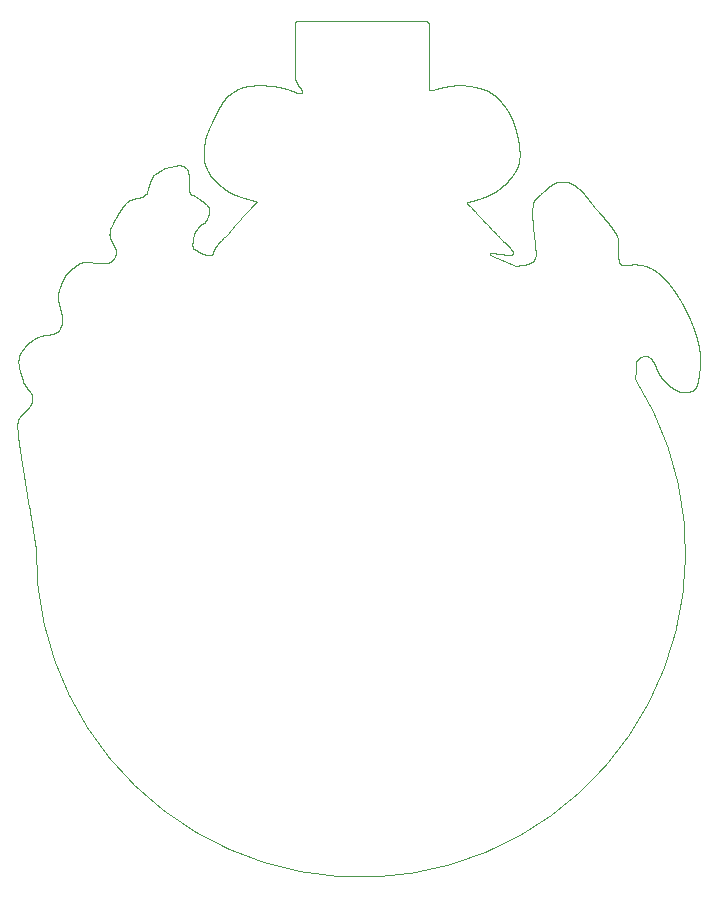
<source format=gbr>
%TF.GenerationSoftware,KiCad,Pcbnew,9.0.4*%
%TF.CreationDate,2025-12-27T15:03:28+03:00*%
%TF.ProjectId,Blinky _hristmas ball,426c696e-6b79-4202-9168-726973746d61,rev?*%
%TF.SameCoordinates,Original*%
%TF.FileFunction,Profile,NP*%
%FSLAX46Y46*%
G04 Gerber Fmt 4.6, Leading zero omitted, Abs format (unit mm)*
G04 Created by KiCad (PCBNEW 9.0.4) date 2025-12-27 15:03:28*
%MOMM*%
%LPD*%
G01*
G04 APERTURE LIST*
%ADD10C,0.050000*%
%TA.AperFunction,Profile*%
%ADD11C,0.050000*%
%TD*%
G04 APERTURE END LIST*
D10*
X106400000Y-59250000D02*
X106377105Y-59258166D01*
X106354451Y-59266225D01*
X106332036Y-59274178D01*
X106309861Y-59282025D01*
X106287921Y-59289767D01*
X106266219Y-59297405D01*
X106244749Y-59304940D01*
X106223514Y-59312371D01*
X106202510Y-59319700D01*
X106181738Y-59326927D01*
X106161194Y-59334054D01*
X106140879Y-59341080D01*
X106120791Y-59348007D01*
X106100929Y-59354835D01*
X106081290Y-59361565D01*
X106061875Y-59368198D01*
X106042681Y-59374733D01*
X106023709Y-59381173D01*
X106004955Y-59387517D01*
X105986420Y-59393766D01*
X105968101Y-59399922D01*
X105949998Y-59405983D01*
X105932109Y-59411953D01*
X105914433Y-59417830D01*
X105896968Y-59423616D01*
X105879715Y-59429311D01*
X105862670Y-59434917D01*
X105845834Y-59440432D01*
X105829203Y-59445860D01*
X105812779Y-59451199D01*
X105796557Y-59456452D01*
X105780540Y-59461617D01*
X105764723Y-59466697D01*
X105749108Y-59471691D01*
X105733690Y-59476602D01*
X105718472Y-59481428D01*
X105703448Y-59486171D01*
X105688621Y-59490832D01*
X105673987Y-59495411D01*
X105659547Y-59499908D01*
X105645297Y-59504326D01*
X105631238Y-59508663D01*
X105617367Y-59512922D01*
X105603685Y-59517102D01*
X105590188Y-59521205D01*
X105576877Y-59525230D01*
X105563749Y-59529179D01*
X105550805Y-59533052D01*
X105538040Y-59536851D01*
X105525457Y-59540575D01*
X105513052Y-59544226D01*
X105500825Y-59547804D01*
X105488773Y-59551309D01*
X105476898Y-59554743D01*
X105465194Y-59558106D01*
X105453665Y-59561399D01*
X105442305Y-59564622D01*
X105431117Y-59567777D01*
X105420096Y-59570863D01*
X105409244Y-59573882D01*
X105398556Y-59576834D01*
X105388034Y-59579720D01*
X105377675Y-59582541D01*
X105367479Y-59585296D01*
X105357443Y-59587988D01*
X105347569Y-59590616D01*
X105337851Y-59593182D01*
X105328292Y-59595686D01*
X105318887Y-59598128D01*
X105309639Y-59600510D01*
X105300542Y-59602832D01*
X105291600Y-59605094D01*
X105282806Y-59607298D01*
X105274164Y-59609444D01*
X105265669Y-59611532D01*
X105257322Y-59613564D01*
X105249119Y-59615541D01*
X105241063Y-59617461D01*
X105233149Y-59619328D01*
X105225378Y-59621140D01*
X105217746Y-59622900D01*
X105210256Y-59624606D01*
X105202901Y-59626262D01*
X105195686Y-59627866D01*
X105188605Y-59629419D01*
X105181660Y-59630923D01*
X105174846Y-59632378D01*
X105168166Y-59633784D01*
X105161615Y-59635143D01*
X105155196Y-59636454D01*
X105148902Y-59637719D01*
X105142737Y-59638939D01*
X105136696Y-59640113D01*
X105130781Y-59641243D01*
X105124987Y-59642330D01*
X105119318Y-59643373D01*
X105113766Y-59644375D01*
X105108336Y-59645334D01*
X105103022Y-59646253D01*
X105097827Y-59647132D01*
X105092745Y-59647971D01*
X105087780Y-59648771D01*
X105082925Y-59649533D01*
X105078185Y-59650257D01*
X105073552Y-59650945D01*
X105069031Y-59651596D01*
X105064616Y-59652212D01*
X105060310Y-59652793D01*
X105056106Y-59653340D01*
X105052010Y-59653854D01*
X105048013Y-59654335D01*
X105044122Y-59654783D01*
X105040327Y-59655201D01*
X105036635Y-59655587D01*
X105033037Y-59655944D01*
X105029540Y-59656271D01*
X105026134Y-59656570D01*
X105022826Y-59656840D01*
X105019607Y-59657084D01*
X105016483Y-59657300D01*
X105013446Y-59657491D01*
X105010502Y-59657656D01*
X105007642Y-59657797D01*
X105004872Y-59657914D01*
X105002183Y-59658007D01*
X104999583Y-59658078D01*
X104997061Y-59658128D01*
X104994626Y-59658156D01*
X104992266Y-59658163D01*
X104989989Y-59658151D01*
X104987786Y-59658119D01*
X104985664Y-59658069D01*
X104983613Y-59658001D01*
X104981641Y-59657917D01*
X104979736Y-59657815D01*
X104977908Y-59657699D01*
X104976146Y-59657566D01*
X104974458Y-59657420D01*
X104972832Y-59657260D01*
X104971278Y-59657087D01*
X104969784Y-59656902D01*
X104968361Y-59656705D01*
X104966994Y-59656497D01*
X104965696Y-59656280D01*
X104964451Y-59656052D01*
X104963273Y-59655816D01*
X104962146Y-59655571D01*
X104961083Y-59655321D01*
X104960068Y-59655062D01*
X104959116Y-59654799D01*
X104958210Y-59654529D01*
X104957364Y-59654257D01*
X104956561Y-59653979D01*
X104955817Y-59653701D01*
X104955112Y-59653417D01*
X104954466Y-59653137D01*
X104953856Y-59652852D01*
X104953303Y-59652573D01*
X104952320Y-59652018D01*
X104951511Y-59651480D01*
X104950871Y-59650973D01*
X104950397Y-59650517D01*
X104950097Y-59650153D01*
X104950000Y-59650000D01*
X66950000Y-78050000D02*
X66955841Y-78039374D01*
X66961760Y-78028772D01*
X66967758Y-78018194D01*
X66973834Y-78007636D01*
X66979991Y-77997099D01*
X66986230Y-77986581D01*
X66992551Y-77976080D01*
X66998955Y-77965594D01*
X67005445Y-77955122D01*
X67012020Y-77944662D01*
X67018683Y-77934213D01*
X67025435Y-77923772D01*
X67032278Y-77913338D01*
X67039212Y-77902908D01*
X67046241Y-77892481D01*
X67053365Y-77882055D01*
X67060587Y-77871627D01*
X67067908Y-77861195D01*
X67075331Y-77850756D01*
X67082859Y-77840309D01*
X67090492Y-77829849D01*
X67098236Y-77819375D01*
X67106091Y-77808882D01*
X67114061Y-77798369D01*
X67122150Y-77787831D01*
X67130361Y-77777265D01*
X67138697Y-77766667D01*
X67147163Y-77756033D01*
X67155763Y-77745358D01*
X67164502Y-77734636D01*
X67173385Y-77723864D01*
X67182418Y-77713035D01*
X67191607Y-77702143D01*
X67200959Y-77691181D01*
X67210482Y-77680141D01*
X67220183Y-77669015D01*
X67230072Y-77657795D01*
X67240159Y-77646469D01*
X67250457Y-77635026D01*
X67260978Y-77623454D01*
X67271738Y-77611736D01*
X67282753Y-77599857D01*
X67294045Y-77587797D01*
X67305635Y-77575533D01*
X67317552Y-77563038D01*
X67329830Y-77550279D01*
X67342507Y-77537218D01*
X67355634Y-77523807D01*
X67369274Y-77509984D01*
X67383507Y-77495671D01*
X67398442Y-77480763D01*
X67414229Y-77465114D01*
X67431088Y-77448510D01*
X67449366Y-77430616D01*
X67469676Y-77410839D01*
X67493306Y-77387929D01*
X67525838Y-77356487D01*
X67559894Y-77323568D01*
X67576827Y-77307155D01*
X67593685Y-77290761D01*
X67610459Y-77274376D01*
X67627141Y-77257989D01*
X67635444Y-77249793D01*
X67643721Y-77241592D01*
X67651971Y-77233387D01*
X67660192Y-77225175D01*
X67668384Y-77216956D01*
X67676545Y-77208728D01*
X67684674Y-77200490D01*
X67692770Y-77192241D01*
X67700833Y-77183980D01*
X67708860Y-77175705D01*
X67716851Y-77167416D01*
X67724805Y-77159111D01*
X67732721Y-77150788D01*
X67740598Y-77142447D01*
X67748433Y-77134087D01*
X67756228Y-77125706D01*
X67763979Y-77117303D01*
X67771688Y-77108877D01*
X67779351Y-77100426D01*
X67786968Y-77091950D01*
X67794538Y-77083447D01*
X67802061Y-77074916D01*
X67809534Y-77066356D01*
X67816957Y-77057766D01*
X67824328Y-77049144D01*
X67831648Y-77040489D01*
X67838913Y-77031800D01*
X67846125Y-77023076D01*
X67853280Y-77014316D01*
X67860379Y-77005518D01*
X67867420Y-76996681D01*
X67874402Y-76987804D01*
X67881324Y-76978886D01*
X67888185Y-76969925D01*
X67894984Y-76960921D01*
X67901719Y-76951872D01*
X67905063Y-76947330D01*
X67908390Y-76942776D01*
X67911702Y-76938211D01*
X67914996Y-76933634D01*
X67918274Y-76929045D01*
X67921535Y-76924443D01*
X67924780Y-76919829D01*
X67928007Y-76915202D01*
X67931217Y-76910563D01*
X67934410Y-76905911D01*
X67937586Y-76901245D01*
X67940743Y-76896567D01*
X67943884Y-76891875D01*
X67947006Y-76887170D01*
X67950110Y-76882451D01*
X67953196Y-76877719D01*
X67956264Y-76872972D01*
X67959314Y-76868211D01*
X67962345Y-76863437D01*
X67965357Y-76858647D01*
X67968351Y-76853844D01*
X67971325Y-76849025D01*
X67974281Y-76844192D01*
X67977217Y-76839344D01*
X67980134Y-76834480D01*
X67983032Y-76829602D01*
X67985909Y-76824707D01*
X67988768Y-76819798D01*
X67991606Y-76814872D01*
X67994424Y-76809931D01*
X67997222Y-76804974D01*
X68000000Y-76800000D01*
X78850000Y-57100000D02*
X78873686Y-57085743D01*
X78897154Y-57071528D01*
X78920484Y-57057305D01*
X78943785Y-57043011D01*
X78967208Y-57028553D01*
X78990983Y-57013788D01*
X79015491Y-56998481D01*
X79041456Y-56982178D01*
X79070653Y-56963764D01*
X79091074Y-56950856D01*
X79113432Y-56936726D01*
X79134618Y-56923373D01*
X79144809Y-56916975D01*
X79154751Y-56910758D01*
X79164457Y-56904717D01*
X79173944Y-56898846D01*
X79183224Y-56893141D01*
X79192313Y-56887599D01*
X79201226Y-56882213D01*
X79209976Y-56876979D01*
X79218578Y-56871894D01*
X79227046Y-56866951D01*
X79235396Y-56862147D01*
X79243641Y-56857477D01*
X79251795Y-56852936D01*
X79259875Y-56848520D01*
X79267893Y-56844223D01*
X79271883Y-56842119D01*
X79275864Y-56840042D01*
X79279837Y-56837994D01*
X79283803Y-56835972D01*
X79287765Y-56833977D01*
X79291725Y-56832008D01*
X79295683Y-56830064D01*
X79299643Y-56828145D01*
X79303605Y-56826250D01*
X79307572Y-56824379D01*
X79311546Y-56822531D01*
X79315527Y-56820705D01*
X79319519Y-56818902D01*
X79323523Y-56817119D01*
X79327540Y-56815358D01*
X79331572Y-56813616D01*
X79335622Y-56811894D01*
X79339691Y-56810191D01*
X79343781Y-56808507D01*
X79347893Y-56806840D01*
X79352030Y-56805191D01*
X79356194Y-56803558D01*
X79360385Y-56801941D01*
X79364606Y-56800340D01*
X79368859Y-56798754D01*
X79373146Y-56797182D01*
X79377468Y-56795624D01*
X79381827Y-56794080D01*
X79386225Y-56792548D01*
X79390664Y-56791027D01*
X79395145Y-56789519D01*
X79399671Y-56788021D01*
X79404243Y-56786534D01*
X79408863Y-56785056D01*
X79413533Y-56783588D01*
X79418254Y-56782128D01*
X79423029Y-56780676D01*
X79427859Y-56779232D01*
X79432747Y-56777794D01*
X79437693Y-56776363D01*
X79442699Y-56774937D01*
X79447768Y-56773516D01*
X79452902Y-56772100D01*
X79458101Y-56770688D01*
X79463369Y-56769280D01*
X79468706Y-56767874D01*
X79479597Y-56765068D01*
X79490788Y-56762267D01*
X79502294Y-56759465D01*
X79514129Y-56756658D01*
X79526309Y-56753842D01*
X79538847Y-56751011D01*
X79551758Y-56748161D01*
X79565056Y-56745288D01*
X79578756Y-56742387D01*
X79592872Y-56739453D01*
X79607419Y-56736481D01*
X79622411Y-56733467D01*
X79637863Y-56730407D01*
X79653788Y-56727295D01*
X79670203Y-56724128D01*
X79687120Y-56720900D01*
X79704555Y-56717607D01*
X79722523Y-56714243D01*
X79741036Y-56710806D01*
X79760110Y-56707289D01*
X79800000Y-56700000D01*
X67300000Y-74750000D02*
X67299960Y-74746670D01*
X67299838Y-74743143D01*
X67299627Y-74739409D01*
X67299324Y-74735456D01*
X67298923Y-74731273D01*
X67298417Y-74726847D01*
X67297801Y-74722163D01*
X67297069Y-74717209D01*
X67296213Y-74711966D01*
X67295226Y-74706419D01*
X67294100Y-74700549D01*
X67292826Y-74694335D01*
X67291396Y-74687756D01*
X67289798Y-74680787D01*
X67288023Y-74673399D01*
X67286058Y-74665563D01*
X67283889Y-74657244D01*
X67281501Y-74648402D01*
X67278877Y-74638990D01*
X67275997Y-74628956D01*
X67272836Y-74618236D01*
X67269368Y-74606752D01*
X67265558Y-74594410D01*
X67261363Y-74581090D01*
X67256728Y-74566638D01*
X67251581Y-74550845D01*
X67245818Y-74533415D01*
X67239285Y-74513903D01*
X67231726Y-74491569D01*
X67222651Y-74464991D01*
X67210815Y-74430543D01*
X67204499Y-74412204D01*
X67188178Y-74364770D01*
X67179779Y-74340254D01*
X67171247Y-74315224D01*
X67162601Y-74289693D01*
X67153861Y-74263677D01*
X67149462Y-74250491D01*
X67145046Y-74237188D01*
X67140616Y-74223771D01*
X67136175Y-74210241D01*
X67131725Y-74196600D01*
X67127268Y-74182850D01*
X67122807Y-74168992D01*
X67118345Y-74155028D01*
X67113883Y-74140960D01*
X67109424Y-74126790D01*
X67104970Y-74112519D01*
X67100525Y-74098150D01*
X67096090Y-74083683D01*
X67091668Y-74069120D01*
X67087261Y-74054464D01*
X67082871Y-74039716D01*
X67078502Y-74024878D01*
X67074156Y-74009952D01*
X67069834Y-73994939D01*
X67065540Y-73979840D01*
X67061275Y-73964659D01*
X67057043Y-73949396D01*
X67052845Y-73934054D01*
X67048685Y-73918633D01*
X67044564Y-73903136D01*
X67040485Y-73887565D01*
X67036450Y-73871921D01*
X67032462Y-73856206D01*
X67028524Y-73840422D01*
X67024637Y-73824570D01*
X67020804Y-73808653D01*
X67017027Y-73792671D01*
X67013310Y-73776627D01*
X67009654Y-73760523D01*
X67006061Y-73744360D01*
X67002535Y-73728140D01*
X66999078Y-73711864D01*
X66997376Y-73703706D01*
X66995692Y-73695535D01*
X66994026Y-73687351D01*
X66992379Y-73679154D01*
X66990751Y-73670945D01*
X66989142Y-73662723D01*
X66987553Y-73654489D01*
X66985983Y-73646244D01*
X66984434Y-73637986D01*
X66982906Y-73629718D01*
X66981398Y-73621438D01*
X66979911Y-73613147D01*
X66978446Y-73604845D01*
X66977002Y-73596533D01*
X66975581Y-73588210D01*
X66974182Y-73579877D01*
X66972805Y-73571535D01*
X66971451Y-73563183D01*
X66970121Y-73554821D01*
X66968814Y-73546450D01*
X66967531Y-73538070D01*
X66966272Y-73529681D01*
X66965037Y-73521283D01*
X66963828Y-73512877D01*
X66962643Y-73504463D01*
X66961484Y-73496041D01*
X66960350Y-73487612D01*
X66959242Y-73479174D01*
X66958161Y-73470730D01*
X66957106Y-73462278D01*
X66956078Y-73453820D01*
X66955077Y-73445355D01*
X66954104Y-73436883D01*
X66953158Y-73428405D01*
X66952241Y-73419922D01*
X66951351Y-73411432D01*
X66950491Y-73402937D01*
X66949660Y-73394437D01*
X66948858Y-73385931D01*
X66948085Y-73377421D01*
X66947342Y-73368906D01*
X66946630Y-73360386D01*
X66945948Y-73351863D01*
X66945297Y-73343335D01*
X66944677Y-73334803D01*
X66944089Y-73326268D01*
X66943532Y-73317729D01*
X66943007Y-73309188D01*
X66942515Y-73300643D01*
X66942055Y-73292096D01*
X66941628Y-73283546D01*
X66941235Y-73274994D01*
X66940875Y-73266439D01*
X66940548Y-73257883D01*
X66940256Y-73249326D01*
X66939999Y-73240767D01*
X66939776Y-73232206D01*
X66939588Y-73223645D01*
X66939436Y-73215083D01*
X66939319Y-73206520D01*
X66939239Y-73197958D01*
X66939194Y-73189395D01*
X66939186Y-73180832D01*
X66939215Y-73172269D01*
X66939282Y-73163707D01*
X66939385Y-73155146D01*
X66939527Y-73146586D01*
X66939706Y-73138027D01*
X66939924Y-73129469D01*
X66940181Y-73120913D01*
X66940477Y-73112359D01*
X66940812Y-73103807D01*
X66941187Y-73095257D01*
X66941601Y-73086710D01*
X66942056Y-73078165D01*
X66942551Y-73069624D01*
X66943087Y-73061085D01*
X66943665Y-73052550D01*
X66944284Y-73044019D01*
X66944944Y-73035491D01*
X66945647Y-73026968D01*
X66946391Y-73018449D01*
X66947179Y-73009934D01*
X66948009Y-73001424D01*
X66948883Y-72992918D01*
X66949801Y-72984418D01*
X66950762Y-72975923D01*
X66951767Y-72967434D01*
X66952817Y-72958951D01*
X66953911Y-72950473D01*
X66955051Y-72942002D01*
X66956236Y-72933537D01*
X66957467Y-72925079D01*
X66958744Y-72916628D01*
X66960067Y-72908184D01*
X66961436Y-72899747D01*
X66962853Y-72891317D01*
X66964317Y-72882896D01*
X66965828Y-72874482D01*
X66967387Y-72866077D01*
X66968994Y-72857680D01*
X66970650Y-72849291D01*
X66972354Y-72840911D01*
X66974107Y-72832541D01*
X66975910Y-72824179D01*
X66977762Y-72815828D01*
X66979664Y-72807485D01*
X66981617Y-72799153D01*
X66983620Y-72790831D01*
X66985674Y-72782519D01*
X66987779Y-72774218D01*
X66989935Y-72765928D01*
X66992143Y-72757648D01*
X66994404Y-72749380D01*
X66996716Y-72741123D01*
X66999082Y-72732878D01*
X67001500Y-72724645D01*
X67003971Y-72716424D01*
X67006496Y-72708215D01*
X67009075Y-72700019D01*
X67011709Y-72691835D01*
X67014396Y-72683665D01*
X67017139Y-72675507D01*
X67019936Y-72667364D01*
X67022789Y-72659233D01*
X67025698Y-72651117D01*
X67028663Y-72643014D01*
X67031683Y-72634926D01*
X67034761Y-72626852D01*
X67037896Y-72618794D01*
X67041087Y-72610750D01*
X67044336Y-72602721D01*
X67047643Y-72594707D01*
X67051009Y-72586709D01*
X67054432Y-72578727D01*
X67057915Y-72570761D01*
X67061456Y-72562811D01*
X67065057Y-72554878D01*
X67068717Y-72546961D01*
X67072437Y-72539061D01*
X67076218Y-72531178D01*
X67080059Y-72523313D01*
X67083961Y-72515465D01*
X67087924Y-72507635D01*
X67091949Y-72499823D01*
X67096035Y-72492029D01*
X67100184Y-72484253D01*
X67104394Y-72476496D01*
X67108668Y-72468758D01*
X67113004Y-72461039D01*
X67117404Y-72453340D01*
X67121867Y-72445659D01*
X67126395Y-72437999D01*
X67130986Y-72430358D01*
X67135642Y-72422738D01*
X67140363Y-72415138D01*
X67145149Y-72407559D01*
X67150000Y-72400000D01*
X84000000Y-63050000D02*
X84006415Y-63043529D01*
X84014453Y-63035303D01*
X84024377Y-63025029D01*
X84036470Y-63012392D01*
X84051034Y-62997054D01*
X84068394Y-62978653D01*
X84088893Y-62956806D01*
X84112895Y-62931106D01*
X84140786Y-62901124D01*
X84172970Y-62866407D01*
X84209873Y-62826481D01*
X84251942Y-62780848D01*
X84299643Y-62728986D01*
X84353466Y-62670350D01*
X84413921Y-62604370D01*
X84481544Y-62530448D01*
X84556896Y-62447960D01*
X84640566Y-62356247D01*
X84733180Y-62254613D01*
X84835406Y-62142313D01*
X84947970Y-62018539D01*
X85071681Y-61882392D01*
X85207474Y-61732832D01*
X85356491Y-61568591D01*
X85520244Y-61387995D01*
X85700977Y-61188561D01*
X85902596Y-60965969D01*
X86133772Y-60710641D01*
X86383610Y-60434627D01*
X86644887Y-60145987D01*
X86756351Y-60022898D01*
X86852634Y-59916638D01*
X86894521Y-59870446D01*
X86931939Y-59829213D01*
X86964662Y-59793190D01*
X86992467Y-59762628D01*
X87015128Y-59737777D01*
X87032420Y-59718888D01*
X87038983Y-59711758D01*
X87044119Y-59706212D01*
X87047801Y-59702283D01*
X87050000Y-59700000D01*
X109075000Y-65050000D02*
X109079094Y-65050121D01*
X109084120Y-65050245D01*
X109091052Y-65050385D01*
X109099829Y-65050522D01*
X109110390Y-65050639D01*
X109122674Y-65050715D01*
X109136621Y-65050732D01*
X109144199Y-65050713D01*
X109152170Y-65050672D01*
X109160527Y-65050607D01*
X109169261Y-65050515D01*
X109178366Y-65050394D01*
X109187833Y-65050242D01*
X109197655Y-65050057D01*
X109207825Y-65049835D01*
X109218334Y-65049575D01*
X109229176Y-65049275D01*
X109240343Y-65048931D01*
X109251826Y-65048542D01*
X109263620Y-65048105D01*
X109275715Y-65047618D01*
X109288105Y-65047079D01*
X109300781Y-65046484D01*
X109313737Y-65045833D01*
X109326964Y-65045122D01*
X109340456Y-65044349D01*
X109354204Y-65043511D01*
X109368201Y-65042607D01*
X109382439Y-65041634D01*
X109396911Y-65040590D01*
X109411609Y-65039471D01*
X109426526Y-65038277D01*
X109441653Y-65037004D01*
X109456984Y-65035651D01*
X109472511Y-65034214D01*
X109488226Y-65032692D01*
X109504122Y-65031081D01*
X109520191Y-65029381D01*
X109536426Y-65027588D01*
X109552818Y-65025700D01*
X109561071Y-65024719D01*
X109569361Y-65023714D01*
X109577686Y-65022684D01*
X109586046Y-65021629D01*
X109594440Y-65020549D01*
X109602867Y-65019442D01*
X109611326Y-65018309D01*
X109619815Y-65017150D01*
X109628335Y-65015965D01*
X109636884Y-65014752D01*
X109645461Y-65013512D01*
X109654064Y-65012244D01*
X109662695Y-65010949D01*
X109671350Y-65009625D01*
X109680030Y-65008273D01*
X109688733Y-65006892D01*
X109697459Y-65005482D01*
X109706206Y-65004043D01*
X109714973Y-65002574D01*
X109723760Y-65001075D01*
X109732566Y-64999546D01*
X109741389Y-64997987D01*
X109750230Y-64996396D01*
X109759086Y-64994775D01*
X109767956Y-64993122D01*
X109776841Y-64991437D01*
X109785739Y-64989720D01*
X109794648Y-64987971D01*
X109803569Y-64986190D01*
X109812500Y-64984375D01*
X109821440Y-64982527D01*
X109830388Y-64980646D01*
X109839344Y-64978731D01*
X109848305Y-64976782D01*
X109857272Y-64974799D01*
X109866244Y-64972781D01*
X109875219Y-64970728D01*
X109884196Y-64968639D01*
X109893176Y-64966516D01*
X109902155Y-64964356D01*
X109911135Y-64962160D01*
X109920113Y-64959928D01*
X109929089Y-64957659D01*
X109938061Y-64955353D01*
X109947030Y-64953010D01*
X109955994Y-64950629D01*
X109964951Y-64948210D01*
X109973902Y-64945753D01*
X109982845Y-64943257D01*
X109991778Y-64940723D01*
X110000702Y-64938150D01*
X110009616Y-64935537D01*
X110018517Y-64932884D01*
X110027406Y-64930192D01*
X110036282Y-64927459D01*
X110045143Y-64924686D01*
X110053988Y-64921872D01*
X110062817Y-64919016D01*
X110071628Y-64916120D01*
X110080422Y-64913181D01*
X110089196Y-64910201D01*
X110097949Y-64907178D01*
X110106682Y-64904112D01*
X110115392Y-64901004D01*
X110124080Y-64897852D01*
X110132743Y-64894657D01*
X110141381Y-64891418D01*
X110149994Y-64888135D01*
X110158579Y-64884808D01*
X110167137Y-64881435D01*
X110175666Y-64878018D01*
X110184166Y-64874556D01*
X110192634Y-64871048D01*
X110201071Y-64867494D01*
X110209476Y-64863894D01*
X110217847Y-64860247D01*
X110226184Y-64856554D01*
X110234485Y-64852814D01*
X110242750Y-64849026D01*
X110250977Y-64845191D01*
X110259167Y-64841307D01*
X110267317Y-64837376D01*
X110275427Y-64833396D01*
X110283496Y-64829367D01*
X110291523Y-64825289D01*
X110299507Y-64821162D01*
X110307447Y-64816985D01*
X110315342Y-64812757D01*
X110323192Y-64808480D01*
X110330995Y-64804152D01*
X110338750Y-64799773D01*
X110346456Y-64795343D01*
X110354113Y-64790861D01*
X110361719Y-64786328D01*
X110369273Y-64781743D01*
X110376776Y-64777105D01*
X110384224Y-64772415D01*
X110391619Y-64767671D01*
X110398958Y-64762874D01*
X110406241Y-64758024D01*
X110413467Y-64753120D01*
X110420634Y-64748162D01*
X110427743Y-64743149D01*
X110431275Y-64740623D01*
X110434792Y-64738082D01*
X110438293Y-64735528D01*
X110441779Y-64732960D01*
X110445250Y-64730378D01*
X110448705Y-64727782D01*
X110452144Y-64725172D01*
X110455567Y-64722549D01*
X110458975Y-64719911D01*
X110462366Y-64717260D01*
X110465742Y-64714594D01*
X110469101Y-64711914D01*
X110472443Y-64709220D01*
X110475769Y-64706512D01*
X110479078Y-64703790D01*
X110482371Y-64701054D01*
X110485646Y-64698303D01*
X110488905Y-64695538D01*
X110492146Y-64692759D01*
X110495371Y-64689965D01*
X110498577Y-64687157D01*
X110501767Y-64684334D01*
X110504938Y-64681497D01*
X110508092Y-64678645D01*
X110511229Y-64675779D01*
X110514347Y-64672898D01*
X110517447Y-64670003D01*
X110520529Y-64667093D01*
X110523592Y-64664168D01*
X110526637Y-64661228D01*
X110529664Y-64658274D01*
X110532672Y-64655305D01*
X110535661Y-64652320D01*
X110538631Y-64649321D01*
X110541582Y-64646308D01*
X110544514Y-64643279D01*
X110547427Y-64640235D01*
X110550320Y-64637176D01*
X110553194Y-64634102D01*
X110556048Y-64631013D01*
X110558882Y-64627908D01*
X110561697Y-64624789D01*
X110564491Y-64621654D01*
X110567266Y-64618504D01*
X110570020Y-64615339D01*
X110572754Y-64612158D01*
X110575467Y-64608962D01*
X110578160Y-64605751D01*
X110580832Y-64602524D01*
X110583484Y-64599281D01*
X110586114Y-64596024D01*
X110588724Y-64592750D01*
X110591312Y-64589461D01*
X110593879Y-64586156D01*
X110596424Y-64582836D01*
X110598948Y-64579500D01*
X110601451Y-64576148D01*
X110603931Y-64572780D01*
X110606390Y-64569397D01*
X110608827Y-64565998D01*
X110611241Y-64562583D01*
X110613634Y-64559151D01*
X110616004Y-64555704D01*
X110618351Y-64552241D01*
X110620676Y-64548762D01*
X110622979Y-64545267D01*
X110625258Y-64541756D01*
X110627515Y-64538228D01*
X110629748Y-64534684D01*
X110631958Y-64531125D01*
X110634145Y-64527548D01*
X110636309Y-64523956D01*
X110638449Y-64520347D01*
X110640565Y-64516722D01*
X110642658Y-64513080D01*
X110644726Y-64509422D01*
X110646771Y-64505748D01*
X110648792Y-64502057D01*
X110650788Y-64498349D01*
X110652760Y-64494625D01*
X110654707Y-64490884D01*
X110656630Y-64487127D01*
X110658528Y-64483353D01*
X110660401Y-64479562D01*
X110662250Y-64475754D01*
X110664073Y-64471929D01*
X110665871Y-64468088D01*
X110667644Y-64464230D01*
X110669391Y-64460355D01*
X110671113Y-64456462D01*
X110672809Y-64452553D01*
X110674479Y-64448627D01*
X110676124Y-64444684D01*
X110677742Y-64440723D01*
X110679334Y-64436746D01*
X110680900Y-64432751D01*
X110682440Y-64428739D01*
X110683953Y-64424710D01*
X110685439Y-64420664D01*
X110686899Y-64416600D01*
X110688332Y-64412518D01*
X110689738Y-64408420D01*
X110691117Y-64404304D01*
X110692468Y-64400170D01*
X110693793Y-64396019D01*
X110695089Y-64391851D01*
X110696359Y-64387664D01*
X110697600Y-64383461D01*
X110698814Y-64379239D01*
X110700000Y-64375000D01*
X72500000Y-64750000D02*
X72512402Y-64750040D01*
X72525807Y-64750163D01*
X72540273Y-64750376D01*
X72555859Y-64750687D01*
X72572629Y-64751101D01*
X72590649Y-64751626D01*
X72609988Y-64752269D01*
X72630723Y-64753039D01*
X72652931Y-64753944D01*
X72676700Y-64754992D01*
X72702121Y-64756193D01*
X72729298Y-64757557D01*
X72758342Y-64759094D01*
X72789381Y-64760816D01*
X72822558Y-64762737D01*
X72858041Y-64764870D01*
X72896029Y-64767233D01*
X72936764Y-64769846D01*
X72980550Y-64772733D01*
X73027784Y-64775926D01*
X73079010Y-64779467D01*
X73135019Y-64783416D01*
X73197065Y-64787868D01*
X73267392Y-64792989D01*
X73350933Y-64799144D01*
X73447094Y-64806279D01*
X73560469Y-64814687D01*
X73615796Y-64818759D01*
X73669933Y-64822704D01*
X73722671Y-64826496D01*
X73773798Y-64830106D01*
X73798691Y-64831834D01*
X73823102Y-64833506D01*
X73847005Y-64835118D01*
X73870373Y-64836667D01*
X73893180Y-64838150D01*
X73915399Y-64839562D01*
X73937005Y-64840901D01*
X73957970Y-64842163D01*
X73978269Y-64843343D01*
X73997874Y-64844440D01*
X74016760Y-64845449D01*
X74034900Y-64846367D01*
X74052267Y-64847189D01*
X74068836Y-64847914D01*
X74084580Y-64848537D01*
X74099473Y-64849054D01*
X74106591Y-64849272D01*
X74113487Y-64849463D01*
X74120157Y-64849625D01*
X74126598Y-64849759D01*
X74132806Y-64849864D01*
X74138777Y-64849939D01*
X74144510Y-64849985D01*
X74150000Y-64850000D01*
X82150000Y-63850000D02*
X82154146Y-63853304D01*
X82158301Y-63856590D01*
X82162456Y-63859849D01*
X82166620Y-63863091D01*
X82170783Y-63866307D01*
X82174956Y-63869505D01*
X82179129Y-63872677D01*
X82183312Y-63875832D01*
X82187495Y-63878962D01*
X82191687Y-63882074D01*
X82195880Y-63885162D01*
X82200083Y-63888231D01*
X82204286Y-63891277D01*
X82208500Y-63894305D01*
X82212714Y-63897309D01*
X82216938Y-63900296D01*
X82221164Y-63903259D01*
X82225400Y-63906204D01*
X82229638Y-63909127D01*
X82233885Y-63912032D01*
X82238135Y-63914914D01*
X82242395Y-63917779D01*
X82246657Y-63920622D01*
X82250929Y-63923447D01*
X82255205Y-63926250D01*
X82259490Y-63929036D01*
X82263778Y-63931800D01*
X82268077Y-63934546D01*
X82272379Y-63937271D01*
X82276692Y-63939979D01*
X82281008Y-63942666D01*
X82285335Y-63945336D01*
X82289666Y-63947984D01*
X82294007Y-63950616D01*
X82298353Y-63953227D01*
X82302709Y-63955820D01*
X82307070Y-63958394D01*
X82311442Y-63960950D01*
X82315819Y-63963487D01*
X82320206Y-63966006D01*
X82324599Y-63968505D01*
X82329003Y-63970987D01*
X82333412Y-63973450D01*
X82337832Y-63975896D01*
X82342259Y-63978322D01*
X82346696Y-63980732D01*
X82351140Y-63983122D01*
X82355595Y-63985495D01*
X82360057Y-63987850D01*
X82364529Y-63990187D01*
X82369010Y-63992506D01*
X82373500Y-63994808D01*
X82377999Y-63997092D01*
X82382509Y-63999358D01*
X82387027Y-64001606D01*
X82391555Y-64003838D01*
X82396093Y-64006051D01*
X82400641Y-64008247D01*
X82405199Y-64010426D01*
X82409767Y-64012587D01*
X82414345Y-64014731D01*
X82418934Y-64016858D01*
X82423532Y-64018968D01*
X82428142Y-64021060D01*
X82432762Y-64023135D01*
X82437393Y-64025194D01*
X82442035Y-64027235D01*
X82446688Y-64029259D01*
X82451352Y-64031266D01*
X82456028Y-64033256D01*
X82460714Y-64035230D01*
X82465412Y-64037186D01*
X82470122Y-64039126D01*
X82474843Y-64041048D01*
X82479577Y-64042954D01*
X82484322Y-64044844D01*
X82489079Y-64046716D01*
X82493848Y-64048572D01*
X82498630Y-64050411D01*
X82503424Y-64052233D01*
X82513050Y-64055828D01*
X82522727Y-64059357D01*
X82532457Y-64062819D01*
X82542239Y-64066215D01*
X82552076Y-64069546D01*
X82561967Y-64072810D01*
X82571915Y-64076009D01*
X82581920Y-64079141D01*
X82591983Y-64082209D01*
X82602106Y-64085210D01*
X82612289Y-64088146D01*
X82622533Y-64091016D01*
X82632840Y-64093821D01*
X82643210Y-64096560D01*
X82653646Y-64099233D01*
X82664147Y-64101840D01*
X82674715Y-64104382D01*
X82685351Y-64106858D01*
X82696057Y-64109267D01*
X82706833Y-64111610D01*
X82717680Y-64113887D01*
X82728601Y-64116097D01*
X82739596Y-64118241D01*
X82750666Y-64120317D01*
X82761812Y-64122327D01*
X82773037Y-64124269D01*
X82784341Y-64126144D01*
X82795725Y-64127950D01*
X82807191Y-64129689D01*
X82818739Y-64131359D01*
X82830373Y-64132960D01*
X82842092Y-64134493D01*
X82853898Y-64135956D01*
X82865793Y-64137349D01*
X82877777Y-64138672D01*
X82889853Y-64139924D01*
X82902022Y-64141106D01*
X82914285Y-64142217D01*
X82926644Y-64143255D01*
X82939100Y-64144221D01*
X82951655Y-64145115D01*
X82964311Y-64145936D01*
X82977068Y-64146682D01*
X82989929Y-64147355D01*
X83002895Y-64147953D01*
X83015968Y-64148476D01*
X83029149Y-64148922D01*
X83042440Y-64149293D01*
X83055843Y-64149586D01*
X83069360Y-64149802D01*
X83082992Y-64149939D01*
X83096741Y-64149998D01*
X83100000Y-64150000D01*
X108100000Y-63100000D02*
X108112355Y-63110348D01*
X108124757Y-63120839D01*
X108137204Y-63131472D01*
X108149693Y-63142246D01*
X108162223Y-63153160D01*
X108174792Y-63164213D01*
X108187397Y-63175405D01*
X108200035Y-63186732D01*
X108212705Y-63198194D01*
X108225403Y-63209790D01*
X108238126Y-63221516D01*
X108250871Y-63233371D01*
X108263636Y-63245352D01*
X108276416Y-63257456D01*
X108289208Y-63269681D01*
X108302007Y-63282024D01*
X108314810Y-63294481D01*
X108327613Y-63307047D01*
X108340410Y-63319720D01*
X108353197Y-63332495D01*
X108365968Y-63345366D01*
X108378718Y-63358328D01*
X108391442Y-63371377D01*
X108404132Y-63384506D01*
X108416783Y-63397708D01*
X108429388Y-63410976D01*
X108441940Y-63424304D01*
X108454431Y-63437683D01*
X108466853Y-63451104D01*
X108479198Y-63464559D01*
X108491457Y-63478037D01*
X108503621Y-63491529D01*
X108515681Y-63505023D01*
X108527626Y-63518508D01*
X108539446Y-63531971D01*
X108551130Y-63545399D01*
X108562667Y-63558779D01*
X108574044Y-63572096D01*
X108585252Y-63585334D01*
X108596275Y-63598479D01*
X108607103Y-63611513D01*
X108612444Y-63617989D01*
X108617721Y-63624418D01*
X108622953Y-63630824D01*
X108628118Y-63637179D01*
X108633232Y-63643503D01*
X108638278Y-63649775D01*
X108643269Y-63656009D01*
X108648190Y-63662189D01*
X108653050Y-63668323D01*
X108657840Y-63674401D01*
X108662563Y-63680426D01*
X108667214Y-63686391D01*
X108671793Y-63692297D01*
X108676300Y-63698142D01*
X108680729Y-63703919D01*
X108685085Y-63709632D01*
X108689359Y-63715271D01*
X108693558Y-63720844D01*
X108697670Y-63726335D01*
X108701706Y-63731759D01*
X108705652Y-63737092D01*
X108709521Y-63742357D01*
X108713295Y-63747526D01*
X108716992Y-63752624D01*
X108720591Y-63757618D01*
X108724113Y-63762542D01*
X108727532Y-63767355D01*
X108730875Y-63772096D01*
X108734112Y-63776722D01*
X108737274Y-63781274D01*
X108740327Y-63785706D01*
X108743306Y-63790065D01*
X108746175Y-63794298D01*
X108748970Y-63798458D01*
X108750000Y-63800000D01*
D11*
X119150000Y-74625000D02*
G75*
G02*
X68446729Y-89050000I-23213570J-14727710D01*
G01*
D10*
X86950000Y-49800000D02*
X86977705Y-49798781D01*
X87005373Y-49797643D01*
X87033004Y-49796586D01*
X87060597Y-49795611D01*
X87088154Y-49794716D01*
X87115673Y-49793903D01*
X87143155Y-49793171D01*
X87170601Y-49792519D01*
X87198010Y-49791948D01*
X87225382Y-49791457D01*
X87252718Y-49791047D01*
X87280017Y-49790717D01*
X87307280Y-49790467D01*
X87334507Y-49790298D01*
X87361698Y-49790208D01*
X87388853Y-49790198D01*
X87415972Y-49790268D01*
X87443056Y-49790417D01*
X87470104Y-49790646D01*
X87497117Y-49790955D01*
X87524094Y-49791342D01*
X87551037Y-49791809D01*
X87577944Y-49792355D01*
X87604817Y-49792980D01*
X87631655Y-49793684D01*
X87658459Y-49794467D01*
X87685228Y-49795328D01*
X87711963Y-49796268D01*
X87738664Y-49797287D01*
X87765332Y-49798384D01*
X87791966Y-49799559D01*
X87818566Y-49800813D01*
X87845134Y-49802145D01*
X87871668Y-49803555D01*
X87898170Y-49805043D01*
X87924639Y-49806609D01*
X87951076Y-49808252D01*
X87977481Y-49809974D01*
X88003854Y-49811773D01*
X88030196Y-49813651D01*
X88056507Y-49815605D01*
X88082786Y-49817638D01*
X88109035Y-49819747D01*
X88135254Y-49821935D01*
X88161443Y-49824199D01*
X88187602Y-49826541D01*
X88213732Y-49828961D01*
X88239833Y-49831457D01*
X88265905Y-49834031D01*
X88291950Y-49836682D01*
X88317967Y-49839411D01*
X88343956Y-49842216D01*
X88369919Y-49845099D01*
X88395856Y-49848058D01*
X88421767Y-49851095D01*
X88447653Y-49854209D01*
X88473514Y-49857401D01*
X88499351Y-49860669D01*
X88525165Y-49864015D01*
X88550957Y-49867438D01*
X88576726Y-49870938D01*
X88602475Y-49874516D01*
X88628203Y-49878171D01*
X88653912Y-49881904D01*
X88679602Y-49885715D01*
X88705275Y-49889603D01*
X88730931Y-49893569D01*
X88756572Y-49897613D01*
X88782198Y-49901736D01*
X88807812Y-49905936D01*
X88833414Y-49910216D01*
X88859005Y-49914574D01*
X88884588Y-49919011D01*
X88910163Y-49923528D01*
X88935733Y-49928124D01*
X88961300Y-49932801D01*
X88986865Y-49937558D01*
X89012430Y-49942395D01*
X89037999Y-49947314D01*
X89063573Y-49952315D01*
X89089156Y-49957398D01*
X89114749Y-49962565D01*
X89140357Y-49967815D01*
X89165983Y-49973150D01*
X89191631Y-49978570D01*
X89217304Y-49984077D01*
X89243009Y-49989671D01*
X89268749Y-49995355D01*
X89294530Y-50001128D01*
X89320359Y-50006993D01*
X89346243Y-50012952D01*
X89372188Y-50019006D01*
X89398205Y-50025158D01*
X89424301Y-50031410D01*
X89450490Y-50037765D01*
X89476782Y-50044227D01*
X89500000Y-50050000D01*
X104950000Y-59650000D02*
X104900000Y-59650000D01*
D11*
X106900000Y-64150000D02*
X109075000Y-65050000D01*
D10*
X87000000Y-59600000D02*
X86995225Y-59598450D01*
X86988962Y-59596504D01*
X86980863Y-59594073D01*
X86970492Y-59591045D01*
X86957266Y-59587268D01*
X86940360Y-59582525D01*
X86918481Y-59576468D01*
X86889259Y-59568458D01*
X86846930Y-59556933D01*
X86821395Y-59549995D01*
X86774700Y-59537306D01*
X86723831Y-59523444D01*
X86696919Y-59516086D01*
X86669068Y-59508448D01*
X86640314Y-59500536D01*
X86610692Y-59492355D01*
X86580237Y-59483909D01*
X86548985Y-59475203D01*
X86516969Y-59466241D01*
X86484226Y-59457029D01*
X86450790Y-59447571D01*
X86416697Y-59437873D01*
X86381982Y-59427937D01*
X86346679Y-59417770D01*
X86310825Y-59407377D01*
X86274453Y-59396761D01*
X86237600Y-59385927D01*
X86219004Y-59380430D01*
X86200300Y-59374881D01*
X86181494Y-59369280D01*
X86162589Y-59363627D01*
X86143590Y-59357923D01*
X86124501Y-59352169D01*
X86105327Y-59346366D01*
X86086072Y-59340513D01*
X86066740Y-59334612D01*
X86047336Y-59328663D01*
X86027865Y-59322667D01*
X86008330Y-59316624D01*
X85988736Y-59310535D01*
X85969087Y-59304401D01*
X85949388Y-59298222D01*
X85929644Y-59291998D01*
X85909858Y-59285731D01*
X85890035Y-59279420D01*
X85870179Y-59273067D01*
X85850295Y-59266672D01*
X85830387Y-59260235D01*
X85810460Y-59253758D01*
X85790518Y-59247241D01*
X85770565Y-59240684D01*
X85750605Y-59234088D01*
X85730644Y-59227454D01*
X85710685Y-59220781D01*
X85690733Y-59214072D01*
X85670792Y-59207326D01*
X85650867Y-59200544D01*
X85630962Y-59193726D01*
X85611081Y-59186874D01*
X85591230Y-59179987D01*
X85571411Y-59173067D01*
X85551630Y-59166113D01*
X85531891Y-59159127D01*
X85512198Y-59152109D01*
X85492556Y-59145060D01*
X85472969Y-59137980D01*
X85453442Y-59130870D01*
X85433978Y-59123731D01*
X85414583Y-59116562D01*
X85395261Y-59109365D01*
X85376016Y-59102140D01*
X85356852Y-59094888D01*
X85337774Y-59087610D01*
X85318786Y-59080305D01*
X85299893Y-59072975D01*
X85281099Y-59065621D01*
X85262409Y-59058242D01*
X85243826Y-59050839D01*
X85225356Y-59043414D01*
X85207002Y-59035965D01*
X85188769Y-59028495D01*
X85170662Y-59021004D01*
X85152684Y-59013492D01*
X85134840Y-59005960D01*
X85117135Y-58998409D01*
X85099573Y-58990838D01*
X85082158Y-58983250D01*
X85064895Y-58975643D01*
X85056322Y-58971833D01*
X85047789Y-58968020D01*
X85039295Y-58964202D01*
X85030842Y-58960379D01*
X85022431Y-58956553D01*
X85014061Y-58952723D01*
X85005733Y-58948889D01*
X84997448Y-58945052D01*
X84989207Y-58941210D01*
X84981010Y-58937366D01*
X84972857Y-58933517D01*
X84964749Y-58929665D01*
X84956687Y-58925810D01*
X84948671Y-58921951D01*
X84940702Y-58918089D01*
X84932780Y-58914224D01*
X84924906Y-58910356D01*
X84917080Y-58906485D01*
X84909303Y-58902610D01*
X84901576Y-58898733D01*
X84893898Y-58894854D01*
X84886272Y-58890971D01*
X84878696Y-58887086D01*
X84871172Y-58883198D01*
X84863700Y-58879307D01*
X84856281Y-58875415D01*
X84848915Y-58871519D01*
X84841603Y-58867622D01*
X84834345Y-58863722D01*
X84827142Y-58859821D01*
X84819995Y-58855917D01*
X84812904Y-58852011D01*
X84805869Y-58848103D01*
X84798892Y-58844193D01*
X84791972Y-58840282D01*
X84785110Y-58836369D01*
X84778308Y-58832454D01*
X84771564Y-58828538D01*
X84764881Y-58824620D01*
X84758257Y-58820701D01*
X84751695Y-58816780D01*
X84745195Y-58812859D01*
X84738756Y-58808936D01*
X84732380Y-58805012D01*
X84726067Y-58801087D01*
X84719818Y-58797160D01*
X84713634Y-58793234D01*
X84707514Y-58789306D01*
X84701459Y-58785377D01*
X84695470Y-58781448D01*
X84689548Y-58777518D01*
X84683693Y-58773588D01*
X84677905Y-58769658D01*
X84672186Y-58765726D01*
X84666535Y-58761795D01*
X84660953Y-58757864D01*
X84655442Y-58753932D01*
X84650000Y-58750000D01*
X108750000Y-63800000D02*
X108752058Y-63803106D01*
X108754074Y-63806183D01*
X108756044Y-63809226D01*
X108757972Y-63812242D01*
X108759856Y-63815225D01*
X108761698Y-63818180D01*
X108763498Y-63821104D01*
X108765257Y-63824000D01*
X108766975Y-63826866D01*
X108768653Y-63829705D01*
X108770291Y-63832515D01*
X108771890Y-63835298D01*
X108773450Y-63838053D01*
X108774973Y-63840781D01*
X108776457Y-63843482D01*
X108777904Y-63846158D01*
X108779315Y-63848807D01*
X108780689Y-63851430D01*
X108782028Y-63854028D01*
X108783332Y-63856602D01*
X108784601Y-63859151D01*
X108785835Y-63861675D01*
X108787036Y-63864176D01*
X108788204Y-63866653D01*
X108789338Y-63869107D01*
X108790440Y-63871538D01*
X108791511Y-63873947D01*
X108792549Y-63876333D01*
X108793557Y-63878698D01*
X108794534Y-63881041D01*
X108795480Y-63883364D01*
X108796397Y-63885664D01*
X108797284Y-63887946D01*
X108798142Y-63890206D01*
X108798972Y-63892449D01*
X108799772Y-63894670D01*
X108800546Y-63896875D01*
X108801291Y-63899058D01*
X108802010Y-63901226D01*
X108802701Y-63903373D01*
X108803367Y-63905506D01*
X108804006Y-63907618D01*
X108804620Y-63909718D01*
X108805207Y-63911797D01*
X108805771Y-63913865D01*
X108806308Y-63915912D01*
X108806823Y-63917949D01*
X108807312Y-63919966D01*
X108808220Y-63923963D01*
X108809035Y-63927906D01*
X108809759Y-63931799D01*
X108810395Y-63935645D01*
X108810943Y-63939448D01*
X108811407Y-63943212D01*
X108811787Y-63946941D01*
X108812085Y-63950640D01*
X108812302Y-63954314D01*
X108812439Y-63957969D01*
X108812498Y-63961610D01*
X108812478Y-63965245D01*
X108812379Y-63968882D01*
X108812203Y-63972530D01*
X108811947Y-63976201D01*
X108811610Y-63979910D01*
X108811191Y-63983673D01*
X108810685Y-63987517D01*
X108810086Y-63991474D01*
X108809386Y-63995595D01*
X108808567Y-63999961D01*
X108807598Y-64004724D01*
X108806406Y-64010235D01*
X108805306Y-64015153D01*
X108804280Y-64019742D01*
X108803304Y-64024237D01*
X108802405Y-64028653D01*
X108801993Y-64030835D01*
X108801610Y-64033002D01*
X108801260Y-64035156D01*
X108800946Y-64037298D01*
X108800671Y-64039430D01*
X108800438Y-64041554D01*
X108800251Y-64043672D01*
X108800114Y-64045784D01*
X108800029Y-64047893D01*
X108800000Y-64050000D01*
X83100000Y-64150000D02*
X83104360Y-64149990D01*
X83108676Y-64149960D01*
X83112918Y-64149911D01*
X83117118Y-64149842D01*
X83121247Y-64149754D01*
X83125334Y-64149647D01*
X83129352Y-64149522D01*
X83133330Y-64149378D01*
X83137241Y-64149217D01*
X83141113Y-64149037D01*
X83144920Y-64148840D01*
X83148688Y-64148625D01*
X83152394Y-64148394D01*
X83156063Y-64148145D01*
X83159671Y-64147880D01*
X83163242Y-64147597D01*
X83166755Y-64147300D01*
X83170232Y-64146985D01*
X83173653Y-64146655D01*
X83177039Y-64146308D01*
X83180370Y-64145947D01*
X83183667Y-64145570D01*
X83186911Y-64145178D01*
X83190122Y-64144771D01*
X83193282Y-64144349D01*
X83196409Y-64143912D01*
X83199488Y-64143462D01*
X83202534Y-64142996D01*
X83205533Y-64142517D01*
X83208501Y-64142022D01*
X83211423Y-64141516D01*
X83214315Y-64140994D01*
X83217162Y-64140459D01*
X83219980Y-64139910D01*
X83222755Y-64139349D01*
X83225501Y-64138774D01*
X83228206Y-64138186D01*
X83230883Y-64137585D01*
X83233519Y-64136971D01*
X83236129Y-64136344D01*
X83238699Y-64135705D01*
X83241244Y-64135053D01*
X83243750Y-64134389D01*
X83246231Y-64133712D01*
X83248676Y-64133024D01*
X83251095Y-64132322D01*
X83253480Y-64131609D01*
X83255840Y-64130883D01*
X83258167Y-64130146D01*
X83260469Y-64129396D01*
X83262739Y-64128636D01*
X83264986Y-64127862D01*
X83267202Y-64127078D01*
X83269394Y-64126281D01*
X83271557Y-64125473D01*
X83273697Y-64124653D01*
X83275808Y-64123822D01*
X83277898Y-64122978D01*
X83279960Y-64122124D01*
X83282000Y-64121258D01*
X83284014Y-64120380D01*
X83286006Y-64119491D01*
X83287974Y-64118590D01*
X83289921Y-64117678D01*
X83291843Y-64116754D01*
X83293745Y-64115819D01*
X83295625Y-64114872D01*
X83297483Y-64113913D01*
X83299321Y-64112943D01*
X83301138Y-64111961D01*
X83302934Y-64110967D01*
X83304711Y-64109962D01*
X83306468Y-64108945D01*
X83308206Y-64107915D01*
X83309925Y-64106874D01*
X83311625Y-64105821D01*
X83313308Y-64104756D01*
X83314971Y-64103678D01*
X83316618Y-64102588D01*
X83318246Y-64101487D01*
X83319859Y-64100372D01*
X83321453Y-64099245D01*
X83324594Y-64096952D01*
X83327671Y-64094607D01*
X83330686Y-64092209D01*
X83333642Y-64089757D01*
X83336541Y-64087249D01*
X83339384Y-64084684D01*
X83342174Y-64082059D01*
X83344912Y-64079374D01*
X83347601Y-64076625D01*
X83350242Y-64073812D01*
X83352837Y-64070931D01*
X83355388Y-64067980D01*
X83357897Y-64064956D01*
X83360365Y-64061856D01*
X83362795Y-64058678D01*
X83365187Y-64055416D01*
X83367544Y-64052069D01*
X83369868Y-64048630D01*
X83372159Y-64045097D01*
X83374421Y-64041463D01*
X83376655Y-64037724D01*
X83378863Y-64033873D01*
X83381047Y-64029904D01*
X83383210Y-64025808D01*
X83385354Y-64021579D01*
X83387481Y-64017207D01*
X83389594Y-64012681D01*
X83391698Y-64007988D01*
X83393795Y-64003117D01*
X83395889Y-63998050D01*
X83397987Y-63992769D01*
X83400093Y-63987251D01*
X83402216Y-63981470D01*
X83404363Y-63975392D01*
X83406545Y-63968977D01*
X83408778Y-63962171D01*
X83411081Y-63954902D01*
X83413479Y-63947071D01*
X83416013Y-63938534D01*
X83418745Y-63929058D01*
X83421788Y-63918230D01*
X83425391Y-63905142D01*
X83429536Y-63889897D01*
X83433896Y-63873866D01*
X83436129Y-63865723D01*
X83438408Y-63857497D01*
X83440739Y-63849189D01*
X83443131Y-63840802D01*
X83445589Y-63832337D01*
X83448122Y-63823795D01*
X83450737Y-63815178D01*
X83453440Y-63806488D01*
X83456240Y-63797726D01*
X83457678Y-63793318D01*
X83459142Y-63788894D01*
X83460635Y-63784452D01*
X83462155Y-63779993D01*
X83463706Y-63775518D01*
X83465286Y-63771026D01*
X83466898Y-63766517D01*
X83468542Y-63761993D01*
X83470219Y-63757453D01*
X83471930Y-63752897D01*
X83473676Y-63748325D01*
X83475457Y-63743738D01*
X83477275Y-63739136D01*
X83479131Y-63734519D01*
X83481025Y-63729887D01*
X83482958Y-63725241D01*
X83484932Y-63720581D01*
X83486947Y-63715906D01*
X83489004Y-63711217D01*
X83491104Y-63706515D01*
X83493248Y-63701799D01*
X83495436Y-63697070D01*
X83497671Y-63692328D01*
X83499951Y-63687573D01*
X83502280Y-63682805D01*
X83504656Y-63678024D01*
X83507082Y-63673232D01*
X83509559Y-63668427D01*
X83512086Y-63663610D01*
X83514665Y-63658782D01*
X83517297Y-63653942D01*
X83519983Y-63649091D01*
X83522724Y-63644228D01*
X83525520Y-63639355D01*
X83528373Y-63634471D01*
X83531283Y-63629576D01*
X83534251Y-63624672D01*
X83537279Y-63619757D01*
X83540367Y-63614832D01*
X83543516Y-63609897D01*
X83546726Y-63604953D01*
X83550000Y-63600000D01*
X108800000Y-64050000D02*
X108799997Y-64054544D01*
X108799976Y-64058813D01*
X108799918Y-64062827D01*
X108799805Y-64066602D01*
X108799722Y-64068406D01*
X108799619Y-64070157D01*
X108799492Y-64071858D01*
X108799341Y-64073511D01*
X108799162Y-64075118D01*
X108798953Y-64076682D01*
X108798713Y-64078204D01*
X108798438Y-64079688D01*
X108798126Y-64081134D01*
X108797775Y-64082547D01*
X108797383Y-64083928D01*
X108796948Y-64085278D01*
X108796467Y-64086602D01*
X108795938Y-64087900D01*
X108795359Y-64089175D01*
X108794727Y-64090430D01*
X108794040Y-64091666D01*
X108793295Y-64092886D01*
X108792492Y-64094093D01*
X108791626Y-64095288D01*
X108790696Y-64096474D01*
X108789700Y-64097653D01*
X108788636Y-64098828D01*
X108787500Y-64100000D01*
X108786291Y-64101172D01*
X108785007Y-64102347D01*
X108783644Y-64103526D01*
X108782202Y-64104712D01*
X108780677Y-64105907D01*
X108779068Y-64107114D01*
X108777372Y-64108334D01*
X108775586Y-64109570D01*
X108773709Y-64110825D01*
X108771738Y-64112100D01*
X108769670Y-64113398D01*
X108767505Y-64114722D01*
X108765239Y-64116072D01*
X108762869Y-64117453D01*
X108760395Y-64118866D01*
X108757813Y-64120313D01*
X108752316Y-64123318D01*
X108746362Y-64126489D01*
X108739932Y-64129843D01*
X108733008Y-64133398D01*
X108725571Y-64137173D01*
X108717603Y-64141187D01*
X108700000Y-64150000D01*
X68000000Y-76800000D02*
X68002569Y-76792905D01*
X68005106Y-76785843D01*
X68007607Y-76778818D01*
X68010076Y-76771826D01*
X68012511Y-76764870D01*
X68014913Y-76757948D01*
X68017281Y-76751061D01*
X68019618Y-76744208D01*
X68021920Y-76737390D01*
X68024191Y-76730604D01*
X68026429Y-76723854D01*
X68028635Y-76717136D01*
X68030809Y-76710453D01*
X68032952Y-76703802D01*
X68035062Y-76697185D01*
X68037141Y-76690600D01*
X68039189Y-76684050D01*
X68041205Y-76677531D01*
X68043191Y-76671045D01*
X68045146Y-76664591D01*
X68047070Y-76658171D01*
X68048964Y-76651781D01*
X68050827Y-76645425D01*
X68052660Y-76639099D01*
X68054464Y-76632806D01*
X68056237Y-76626544D01*
X68057981Y-76620314D01*
X68059696Y-76614114D01*
X68061381Y-76607947D01*
X68063037Y-76601809D01*
X68064664Y-76595703D01*
X68066263Y-76589627D01*
X68067832Y-76583582D01*
X68069374Y-76577567D01*
X68070886Y-76571582D01*
X68072371Y-76565627D01*
X68073828Y-76559702D01*
X68075257Y-76553807D01*
X68076658Y-76547942D01*
X68078031Y-76542105D01*
X68079378Y-76536298D01*
X68080697Y-76530521D01*
X68081989Y-76524772D01*
X68083254Y-76519052D01*
X68084492Y-76513361D01*
X68085704Y-76507698D01*
X68086889Y-76502064D01*
X68088048Y-76496458D01*
X68089181Y-76490880D01*
X68090287Y-76485330D01*
X68091368Y-76479808D01*
X68092423Y-76474314D01*
X68093453Y-76468846D01*
X68094457Y-76463407D01*
X68095435Y-76457994D01*
X68096389Y-76452609D01*
X68097318Y-76447250D01*
X68098221Y-76441919D01*
X68099100Y-76436613D01*
X68099955Y-76431335D01*
X68100785Y-76426082D01*
X68101590Y-76420857D01*
X68102372Y-76415656D01*
X68103129Y-76410483D01*
X68103863Y-76405333D01*
X68104572Y-76400211D01*
X68105258Y-76395113D01*
X68105921Y-76390042D01*
X68106560Y-76384994D01*
X68107176Y-76379973D01*
X68107769Y-76374975D01*
X68108338Y-76370004D01*
X68108885Y-76365055D01*
X68109409Y-76360133D01*
X68109911Y-76355233D01*
X68110390Y-76350359D01*
X68110846Y-76345507D01*
X68111281Y-76340681D01*
X68111693Y-76335876D01*
X68112083Y-76331098D01*
X68112452Y-76326340D01*
X68112798Y-76321608D01*
X68113123Y-76316897D01*
X68113426Y-76312211D01*
X68113708Y-76307546D01*
X68113968Y-76302906D01*
X68114208Y-76298285D01*
X68114426Y-76293690D01*
X68114623Y-76289115D01*
X68114799Y-76284564D01*
X68114955Y-76280032D01*
X68115090Y-76275526D01*
X68115204Y-76271037D01*
X68115298Y-76266574D01*
X68115371Y-76262128D01*
X68115424Y-76257708D01*
X68115457Y-76253304D01*
X68115470Y-76248926D01*
X68115463Y-76244564D01*
X68115436Y-76240227D01*
X68115389Y-76235906D01*
X68115323Y-76231610D01*
X68115236Y-76227330D01*
X68115131Y-76223075D01*
X68115006Y-76218835D01*
X68114862Y-76214619D01*
X68114698Y-76210418D01*
X68114515Y-76206241D01*
X68114313Y-76202079D01*
X68114093Y-76197941D01*
X68113853Y-76193817D01*
X68113594Y-76189718D01*
X68113317Y-76185631D01*
X68113021Y-76181569D01*
X68112373Y-76173494D01*
X68111651Y-76165492D01*
X68110856Y-76157561D01*
X68109989Y-76149700D01*
X68109049Y-76141909D01*
X68108037Y-76134185D01*
X68106953Y-76126528D01*
X68105799Y-76118937D01*
X68104575Y-76111409D01*
X68103280Y-76103944D01*
X68101915Y-76096541D01*
X68100480Y-76089198D01*
X68098976Y-76081915D01*
X68097403Y-76074689D01*
X68095761Y-76067519D01*
X68094051Y-76060404D01*
X68092271Y-76053342D01*
X68090423Y-76046333D01*
X68088506Y-76039374D01*
X68086520Y-76032465D01*
X68084466Y-76025603D01*
X68082342Y-76018787D01*
X68080150Y-76012015D01*
X68077887Y-76005286D01*
X68075555Y-75998598D01*
X68073153Y-75991949D01*
X68070679Y-75985337D01*
X68068134Y-75978759D01*
X68065517Y-75972215D01*
X68062827Y-75965701D01*
X68060063Y-75959215D01*
X68057224Y-75952755D01*
X68054308Y-75946318D01*
X68051315Y-75939900D01*
X68048241Y-75933499D01*
X68045087Y-75927110D01*
X68041849Y-75920731D01*
X68038524Y-75914356D01*
X68035110Y-75907980D01*
X68031604Y-75901598D01*
X68028001Y-75895204D01*
X68024296Y-75888790D01*
X68020484Y-75882348D01*
X68016558Y-75875868D01*
X68012511Y-75869337D01*
X68008330Y-75862741D01*
X68004005Y-75856062D01*
X68000000Y-75850000D01*
X76400000Y-59500000D02*
X76417399Y-59493828D01*
X76434651Y-59487793D01*
X76451761Y-59481891D01*
X76468732Y-59476121D01*
X76485567Y-59470480D01*
X76502272Y-59464966D01*
X76518851Y-59459578D01*
X76535308Y-59454313D01*
X76551648Y-59449168D01*
X76567875Y-59444141D01*
X76583996Y-59439230D01*
X76600016Y-59434433D01*
X76615940Y-59429747D01*
X76631775Y-59425169D01*
X76647528Y-59420697D01*
X76663206Y-59416329D01*
X76678818Y-59412061D01*
X76694371Y-59407891D01*
X76709876Y-59403815D01*
X76725343Y-59399831D01*
X76740784Y-59395935D01*
X76756211Y-59392124D01*
X76771641Y-59388393D01*
X76787089Y-59384738D01*
X76802576Y-59381155D01*
X76818124Y-59377639D01*
X76833761Y-59374182D01*
X76849520Y-59370779D01*
X76865441Y-59367421D01*
X76881573Y-59364098D01*
X76897981Y-59360797D01*
X76914751Y-59357503D01*
X76931998Y-59354194D01*
X76949891Y-59350839D01*
X76968690Y-59347391D01*
X76988835Y-59343773D01*
X77011201Y-59339830D01*
X77038090Y-59335159D01*
X77050241Y-59333060D01*
X77069952Y-59329653D01*
X77089236Y-59326294D01*
X77108120Y-59322954D01*
X77117420Y-59321281D01*
X77126630Y-59319602D01*
X77135753Y-59317913D01*
X77144793Y-59316209D01*
X77153752Y-59314488D01*
X77162634Y-59312745D01*
X77171442Y-59310977D01*
X77180180Y-59309180D01*
X77188851Y-59307351D01*
X77197458Y-59305485D01*
X77206004Y-59303579D01*
X77214493Y-59301629D01*
X77222929Y-59299631D01*
X77231313Y-59297583D01*
X77239650Y-59295479D01*
X77247943Y-59293316D01*
X77256195Y-59291091D01*
X77264409Y-59288799D01*
X77272590Y-59286438D01*
X77276668Y-59285230D01*
X77280739Y-59284003D01*
X77284803Y-59282757D01*
X77288861Y-59281490D01*
X77292912Y-59280204D01*
X77296958Y-59278897D01*
X77300999Y-59277568D01*
X77305034Y-59276218D01*
X77309065Y-59274846D01*
X77313093Y-59273451D01*
X77317116Y-59272033D01*
X77321137Y-59270591D01*
X77325154Y-59269126D01*
X77329169Y-59267636D01*
X77333183Y-59266121D01*
X77337194Y-59264580D01*
X77341205Y-59263014D01*
X77345215Y-59261421D01*
X77349224Y-59259802D01*
X77353234Y-59258155D01*
X77357243Y-59256480D01*
X77361254Y-59254777D01*
X77365267Y-59253046D01*
X77369281Y-59251285D01*
X77373297Y-59249495D01*
X77377315Y-59247675D01*
X77381337Y-59245824D01*
X77385362Y-59243942D01*
X77389391Y-59242029D01*
X77393423Y-59240083D01*
X77397461Y-59238106D01*
X77401504Y-59236095D01*
X77405552Y-59234051D01*
X77409605Y-59231974D01*
X77413665Y-59229861D01*
X77417732Y-59227715D01*
X77421806Y-59225533D01*
X77425887Y-59223315D01*
X77429976Y-59221061D01*
X77434074Y-59218771D01*
X77438180Y-59216443D01*
X77442295Y-59214078D01*
X77446420Y-59211675D01*
X77450555Y-59209234D01*
X77454700Y-59206753D01*
X77458856Y-59204233D01*
X77463024Y-59201674D01*
X77467202Y-59199074D01*
X77471393Y-59196433D01*
X77475596Y-59193751D01*
X77479812Y-59191027D01*
X77484042Y-59188261D01*
X77488285Y-59185452D01*
X77492542Y-59182600D01*
X77496813Y-59179704D01*
X77501100Y-59176765D01*
X77505401Y-59173781D01*
X77509719Y-59170751D01*
X77514052Y-59167677D01*
X77518402Y-59164556D01*
X77522769Y-59161389D01*
X77527154Y-59158176D01*
X77531556Y-59154914D01*
X77535976Y-59151605D01*
X77540415Y-59148248D01*
X77544873Y-59144842D01*
X77549350Y-59141387D01*
X77553847Y-59137882D01*
X77558365Y-59134327D01*
X77562903Y-59130722D01*
X77567462Y-59127065D01*
X77572043Y-59123357D01*
X77576645Y-59119597D01*
X77581270Y-59115784D01*
X77585917Y-59111919D01*
X77590588Y-59108000D01*
X77595282Y-59104027D01*
X77600000Y-59100000D01*
X106900000Y-63975000D02*
X107000000Y-63950000D01*
X90950000Y-50250000D02*
X90949990Y-50248589D01*
X90949960Y-50247185D01*
X90949910Y-50245790D01*
X90949841Y-50244401D01*
X90949752Y-50243019D01*
X90949643Y-50241642D01*
X90949514Y-50240271D01*
X90949366Y-50238905D01*
X90949011Y-50236182D01*
X90948576Y-50233468D01*
X90948061Y-50230757D01*
X90947464Y-50228045D01*
X90946784Y-50225325D01*
X90946018Y-50222592D01*
X90945164Y-50219839D01*
X90944218Y-50217060D01*
X90943176Y-50214249D01*
X90942035Y-50211398D01*
X90940788Y-50208500D01*
X90939431Y-50205546D01*
X90937956Y-50202527D01*
X90936355Y-50199435D01*
X90934621Y-50196256D01*
X90932742Y-50192980D01*
X90930706Y-50189591D01*
X90928501Y-50186074D01*
X90926108Y-50182409D01*
X90923508Y-50178573D01*
X90920678Y-50174538D01*
X90917588Y-50170271D01*
X90914200Y-50165728D01*
X90910466Y-50160854D01*
X90906321Y-50155573D01*
X90901674Y-50149780D01*
X90896389Y-50143317D01*
X90890247Y-50135927D01*
X90882834Y-50127128D01*
X90873166Y-50115762D01*
X90865865Y-50107216D01*
X90852546Y-50091612D01*
X90845543Y-50083368D01*
X90838313Y-50074809D01*
X90830856Y-50065922D01*
X90823176Y-50056693D01*
X90815273Y-50047107D01*
X90807149Y-50037150D01*
X90798806Y-50026808D01*
X90794553Y-50021488D01*
X90790245Y-50016067D01*
X90785884Y-50010542D01*
X90781468Y-50004912D01*
X90776999Y-49999175D01*
X90772477Y-49993330D01*
X90767901Y-49987374D01*
X90763272Y-49981306D01*
X90758590Y-49975123D01*
X90753855Y-49968825D01*
X90749069Y-49962410D01*
X90744229Y-49955875D01*
X90739338Y-49949219D01*
X90734395Y-49942440D01*
X90729400Y-49935536D01*
X90724354Y-49928506D01*
X90719256Y-49921348D01*
X90714107Y-49914060D01*
X90708908Y-49906640D01*
X90703657Y-49899086D01*
X90698356Y-49891397D01*
X90693005Y-49883571D01*
X90687604Y-49875606D01*
X90682153Y-49867500D01*
X90676652Y-49859252D01*
X90671102Y-49850860D01*
X90665502Y-49842322D01*
X90659853Y-49833636D01*
X90654155Y-49824801D01*
X90648409Y-49815814D01*
X90642614Y-49806674D01*
X90636771Y-49797379D01*
X90630879Y-49787928D01*
X90624940Y-49778318D01*
X90618953Y-49768549D01*
X90612918Y-49758617D01*
X90606836Y-49748521D01*
X90600707Y-49738260D01*
X90594531Y-49727832D01*
X90588308Y-49717234D01*
X90582039Y-49706466D01*
X90575723Y-49695525D01*
X90569361Y-49684410D01*
X90562953Y-49673118D01*
X90556499Y-49661649D01*
X90550000Y-49650000D01*
X109250000Y-56550000D02*
X109245964Y-56561980D01*
X109241814Y-56574051D01*
X109237548Y-56586211D01*
X109233166Y-56598460D01*
X109228667Y-56610798D01*
X109224050Y-56623225D01*
X109219316Y-56635739D01*
X109214463Y-56648341D01*
X109209490Y-56661029D01*
X109204398Y-56673803D01*
X109199186Y-56686663D01*
X109193852Y-56699607D01*
X109188398Y-56712636D01*
X109182822Y-56725747D01*
X109177123Y-56738942D01*
X109171303Y-56752217D01*
X109165359Y-56765574D01*
X109159292Y-56779011D01*
X109153101Y-56792527D01*
X109146787Y-56806121D01*
X109140348Y-56819793D01*
X109133785Y-56833540D01*
X109127097Y-56847363D01*
X109120284Y-56861260D01*
X109113346Y-56875231D01*
X109106283Y-56889273D01*
X109099095Y-56903387D01*
X109091781Y-56917570D01*
X109084341Y-56931821D01*
X109076776Y-56946141D01*
X109069086Y-56960526D01*
X109061270Y-56974976D01*
X109053328Y-56989490D01*
X109045261Y-57004066D01*
X109037069Y-57018704D01*
X109028752Y-57033400D01*
X109020309Y-57048156D01*
X109011742Y-57062967D01*
X109003050Y-57077835D01*
X108994234Y-57092756D01*
X108985294Y-57107730D01*
X108976230Y-57122755D01*
X108967042Y-57137829D01*
X108957732Y-57152951D01*
X108948299Y-57168120D01*
X108938743Y-57183334D01*
X108929066Y-57198591D01*
X108919268Y-57213889D01*
X108909349Y-57229228D01*
X108899309Y-57244605D01*
X108889150Y-57260019D01*
X108878872Y-57275468D01*
X108868475Y-57290950D01*
X108857960Y-57306464D01*
X108847328Y-57322009D01*
X108836580Y-57337582D01*
X108825716Y-57353181D01*
X108814737Y-57368806D01*
X108803643Y-57384454D01*
X108792436Y-57400123D01*
X108781117Y-57415813D01*
X108769685Y-57431520D01*
X108758143Y-57447244D01*
X108746490Y-57462982D01*
X108734728Y-57478734D01*
X108722858Y-57494496D01*
X108716882Y-57502382D01*
X108710881Y-57510268D01*
X108704852Y-57518158D01*
X108698797Y-57526048D01*
X108692715Y-57533941D01*
X108686607Y-57541834D01*
X108680473Y-57549728D01*
X108674314Y-57557623D01*
X108668127Y-57565520D01*
X108661916Y-57573416D01*
X108655679Y-57581312D01*
X108649416Y-57589208D01*
X108643128Y-57597105D01*
X108636815Y-57605000D01*
X108630477Y-57612896D01*
X108624114Y-57620790D01*
X108617726Y-57628683D01*
X108611313Y-57636575D01*
X108604876Y-57644465D01*
X108598414Y-57652353D01*
X108591928Y-57660240D01*
X108585418Y-57668124D01*
X108578884Y-57676006D01*
X108572326Y-57683886D01*
X108565745Y-57691762D01*
X108559140Y-57699636D01*
X108552511Y-57707506D01*
X108545859Y-57715373D01*
X108539184Y-57723236D01*
X108532486Y-57731096D01*
X108525766Y-57738951D01*
X108519021Y-57746803D01*
X108512256Y-57754649D01*
X108505467Y-57762491D01*
X108498656Y-57770328D01*
X108491823Y-57778161D01*
X108484969Y-57785987D01*
X108478091Y-57793809D01*
X108471193Y-57801624D01*
X108464273Y-57809435D01*
X108457332Y-57817237D01*
X108450369Y-57825036D01*
X108443386Y-57832826D01*
X108436380Y-57840612D01*
X108429356Y-57848388D01*
X108422309Y-57856160D01*
X108415244Y-57863922D01*
X108408156Y-57871679D01*
X108401050Y-57879426D01*
X108393922Y-57887168D01*
X108386776Y-57894899D01*
X108379609Y-57902625D01*
X108372424Y-57910340D01*
X108365217Y-57918049D01*
X108357994Y-57925746D01*
X108350748Y-57933437D01*
X108343487Y-57941116D01*
X108336204Y-57948789D01*
X108328905Y-57956450D01*
X108321585Y-57964104D01*
X108314250Y-57971745D01*
X108306893Y-57979379D01*
X108299522Y-57987000D01*
X108292129Y-57994614D01*
X108284722Y-58002213D01*
X108277294Y-58009806D01*
X108269852Y-58017384D01*
X108262389Y-58024955D01*
X108254913Y-58032511D01*
X108247416Y-58040059D01*
X108239906Y-58047592D01*
X108232376Y-58055118D01*
X108224833Y-58062627D01*
X108217270Y-58070129D01*
X108209694Y-58077614D01*
X108202099Y-58085091D01*
X108194492Y-58092551D01*
X108186865Y-58100003D01*
X108179226Y-58107438D01*
X108171568Y-58114864D01*
X108163899Y-58122273D01*
X108156211Y-58129673D01*
X108148512Y-58137055D01*
X108140793Y-58144428D01*
X108133065Y-58151783D01*
X108125317Y-58159128D01*
X108117560Y-58166455D01*
X108109784Y-58173773D01*
X108101999Y-58181071D01*
X108094194Y-58188360D01*
X108086382Y-58195629D01*
X108078550Y-58202889D01*
X108070710Y-58210129D01*
X108062852Y-58217358D01*
X108054986Y-58224568D01*
X108047101Y-58231768D01*
X108039209Y-58238947D01*
X108031298Y-58246115D01*
X108023381Y-58253263D01*
X108015445Y-58260400D01*
X108007504Y-58267516D01*
X107999543Y-58274622D01*
X107991578Y-58281706D01*
X107983594Y-58288779D01*
X107975604Y-58295830D01*
X107967597Y-58302871D01*
X107959585Y-58309889D01*
X107951554Y-58316896D01*
X107943520Y-58323880D01*
X107935467Y-58330853D01*
X107927411Y-58337803D01*
X107919337Y-58344742D01*
X107911259Y-58351658D01*
X107903164Y-58358562D01*
X107895066Y-58365443D01*
X107886950Y-58372312D01*
X107878831Y-58379157D01*
X107870696Y-58385991D01*
X107862557Y-58392800D01*
X107854402Y-58399598D01*
X107846245Y-58406371D01*
X107838071Y-58413132D01*
X107829895Y-58419869D01*
X107821703Y-58426593D01*
X107813509Y-58433293D01*
X107805298Y-58439980D01*
X107797087Y-58446642D01*
X107788859Y-58453292D01*
X107780631Y-58459916D01*
X107772387Y-58466528D01*
X107764142Y-58473114D01*
X107755881Y-58479688D01*
X107747620Y-58486236D01*
X107739343Y-58492770D01*
X107731067Y-58499279D01*
X107722775Y-58505775D01*
X107714484Y-58512245D01*
X107706177Y-58518702D01*
X107697871Y-58525132D01*
X107689550Y-58531549D01*
X107681230Y-58537939D01*
X107672896Y-58544316D01*
X107664562Y-58550667D01*
X107656214Y-58557004D01*
X107647868Y-58563314D01*
X107639506Y-58569610D01*
X107631148Y-58575879D01*
X107622774Y-58582135D01*
X107614403Y-58588363D01*
X107606017Y-58594578D01*
X107597635Y-58600765D01*
X107589238Y-58606938D01*
X107580844Y-58613084D01*
X107572435Y-58619215D01*
X107564031Y-58625319D01*
X107555612Y-58631409D01*
X107547197Y-58637471D01*
X107538768Y-58643518D01*
X107530343Y-58649538D01*
X107521904Y-58655543D01*
X107513470Y-58661520D01*
X107505022Y-58667483D01*
X107496579Y-58673418D01*
X107488122Y-58679338D01*
X107479670Y-58685229D01*
X107471204Y-58691106D01*
X107462744Y-58696955D01*
X107454271Y-58702789D01*
X107445802Y-58708594D01*
X107437321Y-58714385D01*
X107428846Y-58720147D01*
X107420357Y-58725893D01*
X107411875Y-58731612D01*
X107403380Y-58737315D01*
X107394891Y-58742989D01*
X107386389Y-58748648D01*
X107377893Y-58754279D01*
X107369386Y-58759894D01*
X107360884Y-58765481D01*
X107352371Y-58771051D01*
X107343864Y-58776594D01*
X107335345Y-58782120D01*
X107326833Y-58787618D01*
X107318309Y-58793100D01*
X107309792Y-58798553D01*
X107301264Y-58803990D01*
X107292743Y-58809399D01*
X107284210Y-58814791D01*
X107275685Y-58820155D01*
X107267148Y-58825502D01*
X107258619Y-58830821D01*
X107250079Y-58836124D01*
X107241546Y-58841397D01*
X107233003Y-58846655D01*
X107224467Y-58851883D01*
X107215921Y-58857095D01*
X107207383Y-58862279D01*
X107198834Y-58867445D01*
X107190293Y-58872583D01*
X107181742Y-58877705D01*
X107173199Y-58882797D01*
X107164646Y-58887873D01*
X107156101Y-58892920D01*
X107147546Y-58897950D01*
X107139000Y-58902951D01*
X107130444Y-58907936D01*
X107121897Y-58912891D01*
X107113339Y-58917830D01*
X107104791Y-58922740D01*
X107096233Y-58927633D01*
X107087685Y-58932497D01*
X107079126Y-58937344D01*
X107070577Y-58942162D01*
X107062018Y-58946963D01*
X107053469Y-58951735D01*
X107044910Y-58956490D01*
X107036362Y-58961217D01*
X107027803Y-58965926D01*
X107019255Y-58970606D01*
X107010697Y-58975269D01*
X107002150Y-58979903D01*
X106993593Y-58984520D01*
X106985047Y-58989108D01*
X106976491Y-58993679D01*
X106967946Y-58998221D01*
X106959392Y-59002745D01*
X106950848Y-59007241D01*
X106942296Y-59011719D01*
X106933754Y-59016169D01*
X106925203Y-59020601D01*
X106916663Y-59025005D01*
X106908115Y-59029390D01*
X106899577Y-59033748D01*
X106891031Y-59038087D01*
X106882496Y-59042398D01*
X106873952Y-59046692D01*
X106865420Y-59050957D01*
X106856879Y-59055203D01*
X106848350Y-59059422D01*
X106839812Y-59063623D01*
X106831286Y-59067796D01*
X106822752Y-59071950D01*
X106814229Y-59076076D01*
X106805698Y-59080184D01*
X106797179Y-59084265D01*
X106788651Y-59088327D01*
X106780136Y-59092361D01*
X106771612Y-59096376D01*
X106763101Y-59100364D01*
X106754581Y-59104334D01*
X106746074Y-59108275D01*
X106737559Y-59112199D01*
X106729056Y-59116094D01*
X106720545Y-59119971D01*
X106712047Y-59123821D01*
X106703541Y-59127652D01*
X106695047Y-59131455D01*
X106686546Y-59135240D01*
X106678057Y-59138997D01*
X106669561Y-59142736D01*
X106661077Y-59146447D01*
X106652586Y-59150140D01*
X106644108Y-59153805D01*
X106635622Y-59157452D01*
X106627149Y-59161071D01*
X106618669Y-59164672D01*
X106610201Y-59168245D01*
X106601727Y-59171800D01*
X106593265Y-59175328D01*
X106584797Y-59178837D01*
X106576341Y-59182319D01*
X106567878Y-59185782D01*
X106559428Y-59189218D01*
X106550972Y-59192635D01*
X106542528Y-59196025D01*
X106534078Y-59199397D01*
X106525641Y-59202741D01*
X106517197Y-59206067D01*
X106508766Y-59209366D01*
X106500328Y-59212646D01*
X106491904Y-59215900D01*
X106483474Y-59219134D01*
X106475056Y-59222342D01*
X106466632Y-59225531D01*
X106458222Y-59228694D01*
X106449805Y-59231837D01*
X106441401Y-59234955D01*
X106432992Y-59238053D01*
X106424595Y-59241125D01*
X106416193Y-59244177D01*
X106400000Y-59250000D01*
X115750000Y-60175000D02*
X115762133Y-60188179D01*
X115777933Y-60205225D01*
X115799225Y-60228081D01*
X115830630Y-60261687D01*
X115845108Y-60277165D01*
X115889934Y-60325103D01*
X115914370Y-60351274D01*
X115940080Y-60378855D01*
X115967010Y-60407803D01*
X115995104Y-60438074D01*
X116024308Y-60469625D01*
X116054565Y-60502413D01*
X116070071Y-60519257D01*
X116085820Y-60536394D01*
X116101805Y-60553819D01*
X116118019Y-60571525D01*
X116134455Y-60589509D01*
X116151106Y-60607763D01*
X116167965Y-60626284D01*
X116185025Y-60645064D01*
X116202279Y-60664100D01*
X116219721Y-60683385D01*
X116237344Y-60702915D01*
X116255140Y-60722683D01*
X116273103Y-60742685D01*
X116291225Y-60762914D01*
X116309501Y-60783366D01*
X116327922Y-60804035D01*
X116346482Y-60824916D01*
X116365175Y-60846003D01*
X116383993Y-60867291D01*
X116402929Y-60888774D01*
X116421977Y-60910447D01*
X116441129Y-60932305D01*
X116460378Y-60954342D01*
X116479719Y-60976552D01*
X116499143Y-60998931D01*
X116518644Y-61021473D01*
X116538215Y-61044173D01*
X116557849Y-61067024D01*
X116577539Y-61090022D01*
X116597278Y-61113161D01*
X116617060Y-61136437D01*
X116636877Y-61159842D01*
X116656722Y-61183372D01*
X116676589Y-61207023D01*
X116696471Y-61230787D01*
X116716361Y-61254660D01*
X116736251Y-61278636D01*
X116756136Y-61302710D01*
X116776007Y-61326877D01*
X116795858Y-61351130D01*
X116815683Y-61375465D01*
X116835474Y-61399877D01*
X116855225Y-61424359D01*
X116874928Y-61448907D01*
X116884759Y-61461204D01*
X116894576Y-61473515D01*
X116904378Y-61485839D01*
X116914163Y-61498177D01*
X116923932Y-61510527D01*
X116933682Y-61522888D01*
X116943414Y-61535261D01*
X116953126Y-61547643D01*
X116962817Y-61560036D01*
X116972487Y-61572437D01*
X116982135Y-61584846D01*
X116991760Y-61597263D01*
X117001361Y-61609687D01*
X117010937Y-61622117D01*
X117020487Y-61634552D01*
X117030011Y-61646992D01*
X117039507Y-61659437D01*
X117048975Y-61671885D01*
X117058414Y-61684336D01*
X117067823Y-61696788D01*
X117077201Y-61709243D01*
X117086547Y-61721698D01*
X117095861Y-61734153D01*
X117105141Y-61746608D01*
X117114387Y-61759061D01*
X117123597Y-61771512D01*
X117132772Y-61783961D01*
X117141909Y-61796407D01*
X117151009Y-61808848D01*
X117160070Y-61821285D01*
X117169092Y-61833717D01*
X117178073Y-61846142D01*
X117187013Y-61858561D01*
X117195911Y-61870973D01*
X117204766Y-61883376D01*
X117213577Y-61895771D01*
X117222344Y-61908156D01*
X117231064Y-61920532D01*
X117239739Y-61932896D01*
X117248366Y-61945249D01*
X117256945Y-61957591D01*
X117265475Y-61969919D01*
X117273955Y-61982234D01*
X117282384Y-61994535D01*
X117290762Y-62006820D01*
X117299087Y-62019091D01*
X117307359Y-62031345D01*
X117315576Y-62043583D01*
X117323739Y-62055803D01*
X117331846Y-62068004D01*
X117339896Y-62080187D01*
X117347888Y-62092351D01*
X117355822Y-62104494D01*
X117363696Y-62116616D01*
X117371510Y-62128717D01*
X117379263Y-62140795D01*
X117386954Y-62152851D01*
X117394582Y-62164882D01*
X117402146Y-62176890D01*
X117409646Y-62188873D01*
X117417081Y-62200830D01*
X117424449Y-62212760D01*
X117431750Y-62224664D01*
X117438983Y-62236540D01*
X117446147Y-62248388D01*
X117453241Y-62260206D01*
X117460265Y-62271995D01*
X117467217Y-62283754D01*
X117474097Y-62295481D01*
X117480904Y-62307177D01*
X117487636Y-62318841D01*
X117494294Y-62330471D01*
X117500876Y-62342067D01*
X117507381Y-62353629D01*
X117513809Y-62365156D01*
X117520158Y-62376648D01*
X117526428Y-62388102D01*
X117532618Y-62399520D01*
X117538727Y-62410899D01*
X117544754Y-62422241D01*
X117550698Y-62433543D01*
X117556559Y-62444805D01*
X117562336Y-62456026D01*
X117568027Y-62467207D01*
X117573632Y-62478345D01*
X117579150Y-62489441D01*
X117584580Y-62500494D01*
X117589921Y-62511503D01*
X117595173Y-62522467D01*
X117600334Y-62533386D01*
X117605404Y-62544259D01*
X117610381Y-62555085D01*
X117615266Y-62565864D01*
X117620056Y-62576595D01*
X117624752Y-62587278D01*
X117629352Y-62597911D01*
X117633856Y-62608494D01*
X117638262Y-62619026D01*
X117642570Y-62629507D01*
X117646779Y-62639936D01*
X117650888Y-62650312D01*
X117654896Y-62660635D01*
X117658802Y-62670904D01*
X117662606Y-62681118D01*
X117666307Y-62691276D01*
X117669903Y-62701378D01*
X117671661Y-62706408D01*
X117673393Y-62711424D01*
X117675099Y-62716425D01*
X117676778Y-62721412D01*
X117678431Y-62726385D01*
X117680056Y-62731342D01*
X117681655Y-62736285D01*
X117683226Y-62741213D01*
X117684771Y-62746127D01*
X117686288Y-62751025D01*
X117687778Y-62755908D01*
X117689240Y-62760777D01*
X117690675Y-62765630D01*
X117692082Y-62770467D01*
X117693461Y-62775290D01*
X117694812Y-62780096D01*
X117696136Y-62784888D01*
X117697431Y-62789663D01*
X117698698Y-62794423D01*
X117699936Y-62799167D01*
X117701147Y-62803896D01*
X117702328Y-62808608D01*
X117703481Y-62813304D01*
X117704605Y-62817984D01*
X117705700Y-62822648D01*
X117706767Y-62827295D01*
X117707804Y-62831927D01*
X117708812Y-62836541D01*
X117709791Y-62841139D01*
X117710740Y-62845721D01*
X117711659Y-62850285D01*
X117712550Y-62854833D01*
X117713410Y-62859364D01*
X117714240Y-62863878D01*
X117715041Y-62868375D01*
X117715811Y-62872855D01*
X117716552Y-62877317D01*
X117717262Y-62881762D01*
X117717941Y-62886190D01*
X117718590Y-62890600D01*
X117719209Y-62894993D01*
X117719796Y-62899368D01*
X117720353Y-62903725D01*
X117720879Y-62908065D01*
X117721374Y-62912386D01*
X117721838Y-62916689D01*
X117722271Y-62920975D01*
X117722672Y-62925242D01*
X117723041Y-62929491D01*
X117723380Y-62933722D01*
X117723686Y-62937934D01*
X117723961Y-62942127D01*
X117724203Y-62946302D01*
X117724414Y-62950459D01*
X117724593Y-62954596D01*
X117724739Y-62958715D01*
X117724853Y-62962815D01*
X117724935Y-62966896D01*
X117724984Y-62970958D01*
X117725000Y-62975000D01*
X82650000Y-55900000D02*
X82650008Y-55830121D01*
X82650061Y-55761084D01*
X82650119Y-55726870D01*
X82650206Y-55692853D01*
X82650327Y-55659028D01*
X82650488Y-55625391D01*
X82650695Y-55591936D01*
X82650954Y-55558661D01*
X82651269Y-55525559D01*
X82651648Y-55492627D01*
X82652095Y-55459859D01*
X82652346Y-55443536D01*
X82652617Y-55427252D01*
X82652907Y-55411007D01*
X82653219Y-55394801D01*
X82653551Y-55378632D01*
X82653906Y-55362500D01*
X82654284Y-55346405D01*
X82654685Y-55330346D01*
X82655111Y-55314322D01*
X82655562Y-55298334D01*
X82656038Y-55282379D01*
X82656541Y-55266459D01*
X82657071Y-55250572D01*
X82657629Y-55234717D01*
X82658216Y-55218894D01*
X82658832Y-55203103D01*
X82659478Y-55187343D01*
X82660155Y-55171613D01*
X82660863Y-55155912D01*
X82661603Y-55140241D01*
X82662377Y-55124599D01*
X82663184Y-55108984D01*
X82664025Y-55093397D01*
X82664901Y-55077837D01*
X82665813Y-55062304D01*
X82666762Y-55046796D01*
X82667748Y-55031313D01*
X82668771Y-55015855D01*
X82669833Y-55000420D01*
X82670935Y-54985010D01*
X82672077Y-54969622D01*
X82673259Y-54954256D01*
X82674483Y-54938913D01*
X82675749Y-54923590D01*
X82677058Y-54908288D01*
X82678411Y-54893006D01*
X82679808Y-54877744D01*
X82681250Y-54862500D01*
X82682738Y-54847275D01*
X82684272Y-54832067D01*
X82685854Y-54816877D01*
X82687483Y-54801703D01*
X82689161Y-54786545D01*
X82690889Y-54771403D01*
X82692666Y-54756275D01*
X82694495Y-54741162D01*
X82696374Y-54726063D01*
X82698306Y-54710976D01*
X82700291Y-54695903D01*
X82702330Y-54680841D01*
X82704423Y-54665791D01*
X82706571Y-54650751D01*
X82708775Y-54635722D01*
X82711035Y-54620703D01*
X82713353Y-54605693D01*
X82715728Y-54590691D01*
X82718162Y-54575698D01*
X82720656Y-54560712D01*
X82723209Y-54545732D01*
X82725824Y-54530759D01*
X82728500Y-54515792D01*
X82731238Y-54500830D01*
X82734039Y-54485873D01*
X82736904Y-54470919D01*
X82739833Y-54455969D01*
X82742827Y-54441022D01*
X82745887Y-54426077D01*
X82749013Y-54411134D01*
X82752207Y-54396192D01*
X82755469Y-54381250D01*
X82758799Y-54366308D01*
X82762199Y-54351366D01*
X82765669Y-54336423D01*
X82769209Y-54321478D01*
X82772821Y-54306531D01*
X82776506Y-54291581D01*
X82780263Y-54276627D01*
X82784094Y-54261670D01*
X82788000Y-54246708D01*
X82791980Y-54231741D01*
X82796037Y-54216768D01*
X82800169Y-54201788D01*
X82804379Y-54186802D01*
X82808668Y-54171809D01*
X82813034Y-54156807D01*
X82817480Y-54141797D01*
X82822007Y-54126778D01*
X82826614Y-54111749D01*
X82831302Y-54096709D01*
X82836073Y-54081659D01*
X82840927Y-54066597D01*
X82845865Y-54051524D01*
X82850887Y-54036437D01*
X82855994Y-54021338D01*
X82861187Y-54006225D01*
X82866466Y-53991097D01*
X82871833Y-53975955D01*
X82877287Y-53960797D01*
X82882831Y-53945623D01*
X82888463Y-53930433D01*
X82894186Y-53915225D01*
X82900000Y-53900000D01*
X83550000Y-63600000D02*
X83585266Y-63547131D01*
X83601347Y-63523082D01*
X83616504Y-63500488D01*
X83630818Y-63479250D01*
X83637685Y-63469107D01*
X83644373Y-63459265D01*
X83650891Y-63449712D01*
X83657249Y-63440434D01*
X83663460Y-63431420D01*
X83669531Y-63422656D01*
X83675475Y-63414131D01*
X83681300Y-63405830D01*
X83687018Y-63397743D01*
X83692639Y-63389856D01*
X83698173Y-63382157D01*
X83703630Y-63374632D01*
X83709021Y-63367270D01*
X83714355Y-63360059D01*
X83719644Y-63352984D01*
X83724898Y-63346034D01*
X83730126Y-63339197D01*
X83735339Y-63332458D01*
X83740548Y-63325807D01*
X83745763Y-63319231D01*
X83750993Y-63312716D01*
X83756250Y-63306250D01*
X83761543Y-63299821D01*
X83766884Y-63293416D01*
X83772281Y-63287022D01*
X83777747Y-63280627D01*
X83783290Y-63274219D01*
X83788921Y-63267784D01*
X83794650Y-63261310D01*
X83800488Y-63254785D01*
X83806446Y-63248196D01*
X83812532Y-63241530D01*
X83818758Y-63234775D01*
X83825134Y-63227917D01*
X83831671Y-63220946D01*
X83838377Y-63213847D01*
X83845265Y-63206609D01*
X83852344Y-63199219D01*
X83859624Y-63191664D01*
X83867116Y-63183931D01*
X83874830Y-63176008D01*
X83882776Y-63167883D01*
X83890965Y-63159543D01*
X83899406Y-63150975D01*
X83917090Y-63133105D01*
X83935909Y-63114174D01*
X83955945Y-63094080D01*
X84000000Y-63050000D01*
X74900000Y-64600000D02*
X74906144Y-64593800D01*
X74912242Y-64587532D01*
X74918294Y-64581198D01*
X74924299Y-64574798D01*
X74930257Y-64568330D01*
X74936169Y-64561796D01*
X74942034Y-64555194D01*
X74947851Y-64548526D01*
X74953621Y-64541791D01*
X74959343Y-64534989D01*
X74965017Y-64528120D01*
X74970643Y-64521185D01*
X74976220Y-64514183D01*
X74981749Y-64507115D01*
X74987228Y-64499980D01*
X74992657Y-64492779D01*
X74998036Y-64485512D01*
X75003365Y-64478178D01*
X75008644Y-64470779D01*
X75013871Y-64463314D01*
X75019047Y-64455784D01*
X75024171Y-64448188D01*
X75029242Y-64440528D01*
X75034261Y-64432803D01*
X75039227Y-64425013D01*
X75044138Y-64417160D01*
X75048996Y-64409243D01*
X75053799Y-64401263D01*
X75058546Y-64393220D01*
X75063238Y-64385115D01*
X75067873Y-64376949D01*
X75072452Y-64368721D01*
X75076972Y-64360432D01*
X75081435Y-64352084D01*
X75085839Y-64343677D01*
X75090184Y-64335211D01*
X75094469Y-64326688D01*
X75098693Y-64318107D01*
X75102855Y-64309471D01*
X75106956Y-64300781D01*
X75110994Y-64292036D01*
X75114969Y-64283238D01*
X75118880Y-64274389D01*
X75122726Y-64265490D01*
X75126506Y-64256541D01*
X75130220Y-64247545D01*
X75133867Y-64238503D01*
X75137446Y-64229416D01*
X75140957Y-64220286D01*
X75144398Y-64211115D01*
X75147769Y-64201904D01*
X75151068Y-64192656D01*
X75154296Y-64183372D01*
X75157452Y-64174054D01*
X75160533Y-64164706D01*
X75163541Y-64155328D01*
X75166474Y-64145924D01*
X75169330Y-64136497D01*
X75172110Y-64127048D01*
X75174812Y-64117581D01*
X75177436Y-64108098D01*
X75179981Y-64098603D01*
X75182446Y-64089099D01*
X75184830Y-64079590D01*
X75187133Y-64070078D01*
X75189353Y-64060567D01*
X75191491Y-64051062D01*
X75193545Y-64041566D01*
X75195515Y-64032083D01*
X75197400Y-64022617D01*
X75199200Y-64013173D01*
X75200913Y-64003756D01*
X75202541Y-63994370D01*
X75204081Y-63985019D01*
X75205534Y-63975710D01*
X75206899Y-63966446D01*
X75208177Y-63957233D01*
X75209366Y-63948077D01*
X75209928Y-63943519D01*
X75210468Y-63938982D01*
X75210986Y-63934458D01*
X75211481Y-63929955D01*
X75211954Y-63925467D01*
X75212406Y-63921002D01*
X75212835Y-63916552D01*
X75213243Y-63912127D01*
X75213628Y-63907719D01*
X75213992Y-63903336D01*
X75214333Y-63898974D01*
X75214653Y-63894636D01*
X75214951Y-63890321D01*
X75215228Y-63886033D01*
X75215483Y-63881769D01*
X75215716Y-63877531D01*
X75215928Y-63873321D01*
X75216118Y-63869138D01*
X75216287Y-63864984D01*
X75216435Y-63860859D01*
X75216562Y-63856765D01*
X75216669Y-63852700D01*
X75216754Y-63848668D01*
X75216819Y-63844666D01*
X75216863Y-63840699D01*
X75216887Y-63836763D01*
X75216891Y-63832865D01*
X75216875Y-63828997D01*
X75216839Y-63825169D01*
X75216783Y-63821373D01*
X75216708Y-63817619D01*
X75216614Y-63813896D01*
X75216500Y-63810218D01*
X75216368Y-63806572D01*
X75216218Y-63802972D01*
X75216049Y-63799404D01*
X75215862Y-63795885D01*
X75215657Y-63792398D01*
X75215435Y-63788961D01*
X75215195Y-63785558D01*
X75214938Y-63782205D01*
X75214664Y-63778887D01*
X75214375Y-63775621D01*
X75214068Y-63772389D01*
X75213746Y-63769211D01*
X75213408Y-63766067D01*
X75213056Y-63762979D01*
X75212687Y-63759925D01*
X75212305Y-63756927D01*
X75211907Y-63753964D01*
X75211497Y-63751058D01*
X75211071Y-63748187D01*
X75210634Y-63745373D01*
X75210182Y-63742595D01*
X75209719Y-63739875D01*
X75209242Y-63737189D01*
X75208755Y-63734563D01*
X75208254Y-63731971D01*
X75207744Y-63729439D01*
X75207220Y-63726941D01*
X75206689Y-63724502D01*
X75206144Y-63722098D01*
X75205593Y-63719753D01*
X75205028Y-63717442D01*
X75204458Y-63715191D01*
X75203876Y-63712973D01*
X75203288Y-63710815D01*
X75202688Y-63708689D01*
X75202085Y-63706623D01*
X75201470Y-63704589D01*
X75200851Y-63702613D01*
X75200222Y-63700670D01*
X75200000Y-63700000D01*
D11*
X106900000Y-63975000D02*
X106900000Y-64150000D01*
D10*
X83100000Y-60350000D02*
X83099960Y-60357708D01*
X83099839Y-60365569D01*
X83099636Y-60373584D01*
X83099349Y-60381755D01*
X83098977Y-60390082D01*
X83098517Y-60398565D01*
X83097968Y-60407205D01*
X83097330Y-60416002D01*
X83096600Y-60424958D01*
X83095776Y-60434071D01*
X83094858Y-60443342D01*
X83093845Y-60452771D01*
X83092733Y-60462357D01*
X83091523Y-60472100D01*
X83090213Y-60481999D01*
X83088802Y-60492053D01*
X83087288Y-60502262D01*
X83085671Y-60512624D01*
X83083949Y-60523137D01*
X83082122Y-60533801D01*
X83080188Y-60544612D01*
X83078147Y-60555569D01*
X83075998Y-60566670D01*
X83073740Y-60577912D01*
X83071372Y-60589292D01*
X83068895Y-60600807D01*
X83066308Y-60612453D01*
X83063611Y-60624228D01*
X83060803Y-60636127D01*
X83057884Y-60648145D01*
X83054856Y-60660280D01*
X83051717Y-60672525D01*
X83048468Y-60684876D01*
X83045111Y-60697328D01*
X83041645Y-60709876D01*
X83038071Y-60722512D01*
X83034391Y-60735232D01*
X83030605Y-60748029D01*
X83026715Y-60760896D01*
X83022722Y-60773828D01*
X83018628Y-60786815D01*
X83014435Y-60799853D01*
X83010144Y-60812932D01*
X83005758Y-60826045D01*
X83001279Y-60839185D01*
X82996709Y-60852343D01*
X82992050Y-60865512D01*
X82987307Y-60878682D01*
X82982480Y-60891847D01*
X82977575Y-60904996D01*
X82972592Y-60918122D01*
X82967536Y-60931216D01*
X82964981Y-60937749D01*
X82962410Y-60944270D01*
X82959822Y-60950779D01*
X82957217Y-60957274D01*
X82954597Y-60963755D01*
X82951962Y-60970221D01*
X82949312Y-60976669D01*
X82946647Y-60983102D01*
X82943969Y-60989514D01*
X82941276Y-60995908D01*
X82938572Y-61002279D01*
X82935853Y-61008632D01*
X82933125Y-61014958D01*
X82930382Y-61021265D01*
X82927631Y-61027541D01*
X82924867Y-61033798D01*
X82922096Y-61040022D01*
X82919312Y-61046225D01*
X82916522Y-61052392D01*
X82913720Y-61058538D01*
X82910913Y-61064644D01*
X82908095Y-61070728D01*
X82905274Y-61076771D01*
X82902442Y-61082790D01*
X82899609Y-61088765D01*
X82896765Y-61094716D01*
X82893921Y-61100620D01*
X82891067Y-61106499D01*
X82888214Y-61112329D01*
X82885352Y-61118134D01*
X82882492Y-61123887D01*
X82879624Y-61129613D01*
X82876760Y-61135286D01*
X82873887Y-61140932D01*
X82871020Y-61146522D01*
X82868144Y-61152084D01*
X82865276Y-61157589D01*
X82862400Y-61163066D01*
X82859533Y-61168483D01*
X82856658Y-61173871D01*
X82853793Y-61179199D01*
X82850921Y-61184496D01*
X82848060Y-61189732D01*
X82845193Y-61194937D01*
X82842338Y-61200078D01*
X82839477Y-61205189D01*
X82836629Y-61210235D01*
X82833776Y-61215249D01*
X82830937Y-61220198D01*
X82828094Y-61225115D01*
X82825266Y-61229965D01*
X82822433Y-61234784D01*
X82819617Y-61239534D01*
X82816797Y-61244252D01*
X82813994Y-61248902D01*
X82811187Y-61253519D01*
X82808399Y-61258067D01*
X82805608Y-61262582D01*
X82802836Y-61267028D01*
X82800061Y-61271441D01*
X82797306Y-61275784D01*
X82794548Y-61280093D01*
X82791812Y-61284332D01*
X82789073Y-61288538D01*
X82786356Y-61292674D01*
X82783637Y-61296776D01*
X82780940Y-61300808D01*
X82778242Y-61304806D01*
X82775567Y-61308735D01*
X82772890Y-61312629D01*
X82770237Y-61316454D01*
X82767584Y-61320245D01*
X82764954Y-61323966D01*
X82762324Y-61327653D01*
X82759718Y-61331272D01*
X82757112Y-61334856D01*
X82754531Y-61338372D01*
X82751950Y-61341854D01*
X82749394Y-61345268D01*
X82746839Y-61348648D01*
X82744309Y-61351960D01*
X82741780Y-61355239D01*
X82739277Y-61358452D01*
X82736775Y-61361630D01*
X82734299Y-61364743D01*
X82731824Y-61367822D01*
X82729376Y-61370836D01*
X82726928Y-61373817D01*
X82724508Y-61376733D01*
X82722089Y-61379617D01*
X82719697Y-61382437D01*
X82717306Y-61385224D01*
X82714943Y-61387948D01*
X82712581Y-61390640D01*
X82710246Y-61393271D01*
X82707914Y-61395869D01*
X82705608Y-61398407D01*
X82703305Y-61400912D01*
X82701029Y-61403359D01*
X82698755Y-61405773D01*
X82696508Y-61408129D01*
X82694263Y-61410454D01*
X82692046Y-61412721D01*
X82689831Y-61414958D01*
X82687644Y-61417138D01*
X82685459Y-61419288D01*
X82683301Y-61421382D01*
X82681145Y-61423446D01*
X82679017Y-61425457D01*
X82676891Y-61427437D01*
X82674792Y-61429365D01*
X82672696Y-61431263D01*
X82670627Y-61433109D01*
X82668560Y-61434927D01*
X82666520Y-61436694D01*
X82664483Y-61438432D01*
X82662472Y-61440121D01*
X82660464Y-61441781D01*
X82658482Y-61443394D01*
X82656503Y-61444979D01*
X82654550Y-61446517D01*
X82652600Y-61448027D01*
X82650000Y-61450000D01*
X67150000Y-72400000D02*
X67155260Y-72391890D01*
X67160525Y-72383807D01*
X67165801Y-72375746D01*
X67171082Y-72367713D01*
X67176372Y-72359701D01*
X67181669Y-72351717D01*
X67186975Y-72343755D01*
X67192287Y-72335820D01*
X67197608Y-72327907D01*
X67202935Y-72320021D01*
X67208271Y-72312157D01*
X67213613Y-72304320D01*
X67218965Y-72296504D01*
X67224322Y-72288716D01*
X67229688Y-72280950D01*
X67235060Y-72273210D01*
X67240442Y-72265492D01*
X67245828Y-72257801D01*
X67251225Y-72250132D01*
X67256626Y-72242489D01*
X67262037Y-72234868D01*
X67267454Y-72227274D01*
X67272879Y-72219701D01*
X67278310Y-72212155D01*
X67283751Y-72204630D01*
X67289196Y-72197132D01*
X67294651Y-72189655D01*
X67300111Y-72182206D01*
X67305580Y-72174777D01*
X67311055Y-72167375D01*
X67316538Y-72159994D01*
X67322027Y-72152639D01*
X67327525Y-72145306D01*
X67333028Y-72137999D01*
X67338540Y-72130714D01*
X67344057Y-72123454D01*
X67349583Y-72116216D01*
X67355114Y-72109004D01*
X67360655Y-72101814D01*
X67366200Y-72094649D01*
X67371754Y-72087505D01*
X67377313Y-72080388D01*
X67382881Y-72073292D01*
X67388454Y-72066222D01*
X67394036Y-72059172D01*
X67399623Y-72052149D01*
X67405219Y-72045146D01*
X67410819Y-72038170D01*
X67416428Y-72031214D01*
X67422042Y-72024285D01*
X67427665Y-72017376D01*
X67433293Y-72010493D01*
X67438929Y-72003631D01*
X67444570Y-71996795D01*
X67450220Y-71989979D01*
X67455875Y-71983189D01*
X67461538Y-71976420D01*
X67467205Y-71969676D01*
X67472882Y-71962953D01*
X67478563Y-71956256D01*
X67484253Y-71949579D01*
X67489947Y-71942928D01*
X67495650Y-71936297D01*
X67501357Y-71929693D01*
X67507073Y-71923108D01*
X67512793Y-71916549D01*
X67518522Y-71910010D01*
X67524255Y-71903497D01*
X67535742Y-71890537D01*
X67547255Y-71877668D01*
X67558794Y-71864891D01*
X67570358Y-71852204D01*
X67581947Y-71839609D01*
X67593561Y-71827104D01*
X67605200Y-71814690D01*
X67616864Y-71802366D01*
X67628552Y-71790132D01*
X67640264Y-71777989D01*
X67652001Y-71765935D01*
X67663761Y-71753971D01*
X67675546Y-71742096D01*
X67687354Y-71730311D01*
X67699186Y-71718615D01*
X67711041Y-71707008D01*
X67722920Y-71695490D01*
X67734821Y-71684061D01*
X67746746Y-71672720D01*
X67758693Y-71661468D01*
X67770663Y-71650304D01*
X67782656Y-71639228D01*
X67794670Y-71628240D01*
X67806707Y-71617340D01*
X67818766Y-71606528D01*
X67830847Y-71595804D01*
X67842949Y-71585167D01*
X67855072Y-71574617D01*
X67867217Y-71564155D01*
X67879383Y-71553780D01*
X67891570Y-71543492D01*
X67903778Y-71533291D01*
X67916006Y-71523176D01*
X67928255Y-71513148D01*
X67940524Y-71503207D01*
X67952813Y-71493352D01*
X67965122Y-71483584D01*
X67977450Y-71473902D01*
X67989798Y-71464305D01*
X68002166Y-71454795D01*
X68014552Y-71445371D01*
X68026957Y-71436033D01*
X68039382Y-71426781D01*
X68051824Y-71417614D01*
X68064285Y-71408533D01*
X68076764Y-71399537D01*
X68089261Y-71390627D01*
X68101775Y-71381802D01*
X68114307Y-71373063D01*
X68126857Y-71364409D01*
X68139423Y-71355839D01*
X68152006Y-71347355D01*
X68164606Y-71338956D01*
X68177222Y-71330642D01*
X68189854Y-71322413D01*
X68202502Y-71314269D01*
X68215166Y-71306210D01*
X68227845Y-71298235D01*
X68240540Y-71290345D01*
X68253249Y-71282540D01*
X68265973Y-71274819D01*
X68278711Y-71267183D01*
X68291463Y-71259632D01*
X68304229Y-71252165D01*
X68317009Y-71244782D01*
X68329802Y-71237484D01*
X68342608Y-71230271D01*
X68355427Y-71223142D01*
X68368258Y-71216097D01*
X68381101Y-71209136D01*
X68393956Y-71202260D01*
X68406822Y-71195469D01*
X68419700Y-71188761D01*
X68432588Y-71182138D01*
X68445487Y-71175599D01*
X68458396Y-71169145D01*
X68471314Y-71162774D01*
X68484242Y-71156489D01*
X68497179Y-71150287D01*
X68510125Y-71144170D01*
X68523079Y-71138136D01*
X68536041Y-71132188D01*
X68549011Y-71126323D01*
X68561988Y-71120543D01*
X68574971Y-71114847D01*
X68587961Y-71109236D01*
X68600956Y-71103709D01*
X68613957Y-71098266D01*
X68626963Y-71092907D01*
X68639973Y-71087633D01*
X68652988Y-71082444D01*
X68666006Y-71077339D01*
X68679027Y-71072318D01*
X68692050Y-71067382D01*
X68705076Y-71062530D01*
X68718103Y-71057763D01*
X68731131Y-71053080D01*
X68744159Y-71048482D01*
X68757188Y-71043969D01*
X68770216Y-71039540D01*
X68783242Y-71035196D01*
X68796266Y-71030937D01*
X68809288Y-71026762D01*
X68822307Y-71022672D01*
X68835323Y-71018667D01*
X68848333Y-71014747D01*
X68861339Y-71010911D01*
X68874339Y-71007160D01*
X68887333Y-71003494D01*
X68900000Y-71000000D01*
X87050000Y-59700000D02*
X87052911Y-59697143D01*
X87055966Y-59694253D01*
X87059189Y-59691309D01*
X87062620Y-59688278D01*
X87066329Y-59685102D01*
X87070455Y-59681662D01*
X87075386Y-59677639D01*
X87077254Y-59676127D01*
X87080417Y-59673564D01*
X87083413Y-59671110D01*
X87086225Y-59668756D01*
X87087555Y-59667612D01*
X87088831Y-59666490D01*
X87090052Y-59665388D01*
X87091214Y-59664305D01*
X87092315Y-59663239D01*
X87093353Y-59662189D01*
X87094326Y-59661154D01*
X87095230Y-59660134D01*
X87096063Y-59659126D01*
X87096824Y-59658129D01*
X87097509Y-59657143D01*
X87098116Y-59656165D01*
X87098644Y-59655196D01*
X87099088Y-59654233D01*
X87099447Y-59653275D01*
X87099594Y-59652798D01*
X87099719Y-59652322D01*
X87099821Y-59651846D01*
X87099901Y-59651371D01*
X87099957Y-59650897D01*
X87099991Y-59650423D01*
X87100000Y-59649949D01*
X87099985Y-59649475D01*
X87099946Y-59649000D01*
X87099883Y-59648526D01*
X87099794Y-59648051D01*
X87099681Y-59647575D01*
X87099541Y-59647099D01*
X87099376Y-59646621D01*
X87099185Y-59646143D01*
X87098968Y-59645663D01*
X87098723Y-59645182D01*
X87098452Y-59644700D01*
X87098153Y-59644215D01*
X87097827Y-59643729D01*
X87097473Y-59643241D01*
X87097090Y-59642751D01*
X87096679Y-59642259D01*
X87096239Y-59641764D01*
X87095272Y-59640766D01*
X87094185Y-59639756D01*
X87092977Y-59638734D01*
X87091645Y-59637698D01*
X87090187Y-59636647D01*
X87088600Y-59635579D01*
X87086882Y-59634493D01*
X87085030Y-59633389D01*
X87083043Y-59632265D01*
X87080917Y-59631119D01*
X87078650Y-59629951D01*
X87076240Y-59628759D01*
X87073684Y-59627543D01*
X87070980Y-59626300D01*
X87068125Y-59625029D01*
X87065118Y-59623731D01*
X87061955Y-59622402D01*
X87058634Y-59621043D01*
X87055153Y-59619651D01*
X87051509Y-59618226D01*
X87047700Y-59616766D01*
X87043724Y-59615271D01*
X87039578Y-59613738D01*
X87035259Y-59612168D01*
X87030766Y-59610558D01*
X87026096Y-59608907D01*
X87021245Y-59607214D01*
X87010997Y-59603698D01*
X87000000Y-59600000D01*
X119200000Y-73400000D02*
X119201190Y-73409844D01*
X119202340Y-73420016D01*
X119203447Y-73430525D01*
X119204510Y-73441376D01*
X119205527Y-73452578D01*
X119206495Y-73464136D01*
X119207415Y-73476058D01*
X119208282Y-73488350D01*
X119209097Y-73501021D01*
X119209856Y-73514076D01*
X119210557Y-73527522D01*
X119211200Y-73541367D01*
X119211781Y-73555617D01*
X119212300Y-73570279D01*
X119212753Y-73585359D01*
X119213140Y-73600864D01*
X119213458Y-73616801D01*
X119213704Y-73633176D01*
X119213878Y-73649994D01*
X119213976Y-73667262D01*
X119213998Y-73684985D01*
X119213941Y-73703170D01*
X119213802Y-73721821D01*
X119213581Y-73740942D01*
X119213275Y-73760540D01*
X119212881Y-73780617D01*
X119212399Y-73801179D01*
X119211826Y-73822227D01*
X119211160Y-73843765D01*
X119210400Y-73865794D01*
X119209543Y-73888317D01*
X119208589Y-73911334D01*
X119207535Y-73934844D01*
X119206379Y-73958846D01*
X119205121Y-73983338D01*
X119203759Y-74008316D01*
X119202292Y-74033773D01*
X119200718Y-74059704D01*
X119199038Y-74086099D01*
X119197250Y-74112946D01*
X119195354Y-74140231D01*
X119193351Y-74167935D01*
X119191240Y-74196039D01*
X119189023Y-74224515D01*
X119186701Y-74253331D01*
X119184277Y-74282450D01*
X119181754Y-74311825D01*
X119179136Y-74341397D01*
X119176430Y-74371098D01*
X119173643Y-74400841D01*
X119170786Y-74430514D01*
X119167874Y-74459979D01*
X119164925Y-74489052D01*
X119161967Y-74517485D01*
X119159039Y-74544931D01*
X119156202Y-74570869D01*
X119153556Y-74594445D01*
X119151303Y-74614000D01*
X119150000Y-74625000D01*
X82150000Y-59350000D02*
X82191052Y-59378413D01*
X82248348Y-59418076D01*
X82276264Y-59437420D01*
X82303694Y-59456452D01*
X82330639Y-59475179D01*
X82357100Y-59493610D01*
X82383077Y-59511753D01*
X82408572Y-59529618D01*
X82433587Y-59547213D01*
X82458121Y-59564546D01*
X82482176Y-59581626D01*
X82494025Y-59590074D01*
X82505754Y-59598462D01*
X82517364Y-59606791D01*
X82528855Y-59615062D01*
X82540227Y-59623276D01*
X82551480Y-59631435D01*
X82562615Y-59639538D01*
X82573631Y-59647589D01*
X82584529Y-59655586D01*
X82595308Y-59663533D01*
X82605969Y-59671428D01*
X82616513Y-59679275D01*
X82626938Y-59687073D01*
X82637246Y-59694824D01*
X82647437Y-59702529D01*
X82657509Y-59710190D01*
X82667465Y-59717806D01*
X82677303Y-59725379D01*
X82687025Y-59732910D01*
X82696629Y-59740401D01*
X82706117Y-59747852D01*
X82715488Y-59755265D01*
X82724742Y-59762640D01*
X82733880Y-59769978D01*
X82742902Y-59777282D01*
X82751808Y-59784551D01*
X82760598Y-59791786D01*
X82769272Y-59798990D01*
X82777831Y-59806162D01*
X82786273Y-59813305D01*
X82794601Y-59820419D01*
X82802813Y-59827504D01*
X82810910Y-59834563D01*
X82818892Y-59841597D01*
X82826759Y-59848605D01*
X82834511Y-59855591D01*
X82842149Y-59862553D01*
X82849672Y-59869494D01*
X82857080Y-59876415D01*
X82864375Y-59883317D01*
X82871556Y-59890200D01*
X82878622Y-59897067D01*
X82885575Y-59903917D01*
X82892414Y-59910752D01*
X82899139Y-59917574D01*
X82905751Y-59924382D01*
X82912250Y-59931179D01*
X82918636Y-59937965D01*
X82924908Y-59944742D01*
X82931068Y-59951510D01*
X82937115Y-59958270D01*
X82940097Y-59961648D01*
X82943050Y-59965025D01*
X82945975Y-59968400D01*
X82948872Y-59971773D01*
X82951740Y-59975146D01*
X82954581Y-59978518D01*
X82957394Y-59981889D01*
X82960179Y-59985259D01*
X82962935Y-59988629D01*
X82965664Y-59991999D01*
X82968365Y-59995368D01*
X82971037Y-59998737D01*
X82973682Y-60002106D01*
X82976299Y-60005475D01*
X82978888Y-60008845D01*
X82981449Y-60012215D01*
X82983982Y-60015585D01*
X82986487Y-60018957D01*
X82988965Y-60022329D01*
X82991414Y-60025701D01*
X82993836Y-60029075D01*
X82996230Y-60032451D01*
X82998596Y-60035827D01*
X83000934Y-60039205D01*
X83003245Y-60042585D01*
X83005528Y-60045967D01*
X83007783Y-60049350D01*
X83010011Y-60052735D01*
X83012210Y-60056123D01*
X83014383Y-60059513D01*
X83016527Y-60062905D01*
X83018644Y-60066300D01*
X83020733Y-60069697D01*
X83022795Y-60073098D01*
X83024829Y-60076501D01*
X83026835Y-60079907D01*
X83028814Y-60083317D01*
X83030766Y-60086730D01*
X83032690Y-60090146D01*
X83034586Y-60093566D01*
X83036455Y-60096990D01*
X83038296Y-60100418D01*
X83040110Y-60103850D01*
X83041897Y-60107286D01*
X83043656Y-60110726D01*
X83045388Y-60114171D01*
X83047092Y-60117620D01*
X83048769Y-60121074D01*
X83050419Y-60124533D01*
X83052041Y-60127997D01*
X83053636Y-60131466D01*
X83055204Y-60134940D01*
X83056745Y-60138420D01*
X83058258Y-60141905D01*
X83059744Y-60145395D01*
X83061202Y-60148892D01*
X83062634Y-60152394D01*
X83064038Y-60155903D01*
X83065415Y-60159417D01*
X83066765Y-60162938D01*
X83068088Y-60166466D01*
X83069384Y-60170000D01*
X83070652Y-60173540D01*
X83071894Y-60177088D01*
X83073108Y-60180642D01*
X83074295Y-60184204D01*
X83075456Y-60187773D01*
X83076589Y-60191349D01*
X83077695Y-60194933D01*
X83078774Y-60198524D01*
X83079827Y-60202124D01*
X83080852Y-60205731D01*
X83081850Y-60209346D01*
X83082822Y-60212969D01*
X83083766Y-60216601D01*
X83084684Y-60220241D01*
X83085575Y-60223890D01*
X83086439Y-60227548D01*
X83087276Y-60231214D01*
X83088086Y-60234889D01*
X83088869Y-60238574D01*
X83089626Y-60242268D01*
X83090356Y-60245971D01*
X83091059Y-60249684D01*
X83091735Y-60253406D01*
X83092385Y-60257138D01*
X83093007Y-60260880D01*
X83093604Y-60264633D01*
X83094173Y-60268395D01*
X83094716Y-60272168D01*
X83095232Y-60275951D01*
X83095722Y-60279745D01*
X83096185Y-60283549D01*
X83096621Y-60287365D01*
X83097031Y-60291191D01*
X83097414Y-60295029D01*
X83097771Y-60298878D01*
X83098101Y-60302738D01*
X83098405Y-60306610D01*
X83098682Y-60310493D01*
X83098932Y-60314389D01*
X83099157Y-60318296D01*
X83099354Y-60322215D01*
X83099526Y-60326147D01*
X83099671Y-60330091D01*
X83099789Y-60334047D01*
X83099882Y-60338016D01*
X83099947Y-60341998D01*
X83099987Y-60345992D01*
X83100000Y-60350000D01*
X74650000Y-62400000D02*
X74650012Y-62395496D01*
X74650098Y-62382715D01*
X74650191Y-62373564D01*
X74650330Y-62362756D01*
X74650523Y-62350429D01*
X74650781Y-62336719D01*
X74651112Y-62321764D01*
X74651526Y-62305701D01*
X74652031Y-62288667D01*
X74652321Y-62279830D01*
X74652637Y-62270801D01*
X74652980Y-62261598D01*
X74653352Y-62252238D01*
X74653754Y-62242739D01*
X74654187Y-62233118D01*
X74654652Y-62223391D01*
X74655150Y-62213576D01*
X74655682Y-62203690D01*
X74656250Y-62193750D01*
X74656854Y-62183774D01*
X74657497Y-62173778D01*
X74658178Y-62163780D01*
X74658899Y-62153796D01*
X74659661Y-62143845D01*
X74660466Y-62133943D01*
X74661314Y-62124108D01*
X74662207Y-62114355D01*
X74663146Y-62104704D01*
X74664131Y-62095171D01*
X74665165Y-62085772D01*
X74666248Y-62076526D01*
X74667381Y-62067449D01*
X74668565Y-62058559D01*
X74669177Y-62054189D01*
X74669803Y-62049872D01*
X74670441Y-62045610D01*
X74671094Y-62041406D01*
X74671760Y-62037262D01*
X74672440Y-62033179D01*
X74673134Y-62029159D01*
X74673842Y-62025206D01*
X74674564Y-62021321D01*
X74675301Y-62017506D01*
X74676053Y-62013763D01*
X74676819Y-62010095D01*
X74677600Y-62006504D01*
X74678396Y-62002991D01*
X74679207Y-61999560D01*
X74680034Y-61996211D01*
X74680876Y-61992948D01*
X74681734Y-61989772D01*
X74682607Y-61986686D01*
X74683496Y-61983691D01*
X74684401Y-61980791D01*
X74685323Y-61977986D01*
X74686260Y-61975279D01*
X74687215Y-61972673D01*
X74688185Y-61970169D01*
X74689173Y-61967770D01*
X74690177Y-61965477D01*
X74691199Y-61963293D01*
X74692237Y-61961221D01*
X74693293Y-61959261D01*
X74694367Y-61957417D01*
X74695457Y-61955690D01*
X74696010Y-61954871D01*
X74696566Y-61954083D01*
X74697127Y-61953325D01*
X74697693Y-61952597D01*
X74698263Y-61951901D01*
X74698837Y-61951236D01*
X74699416Y-61950602D01*
X74700000Y-61950000D01*
X74700000Y-61950000D02*
X74700637Y-61949307D01*
X74701450Y-61948298D01*
X74702477Y-61946890D01*
X74703760Y-61944990D01*
X74705348Y-61942491D01*
X74707297Y-61939269D01*
X74709671Y-61935186D01*
X74712546Y-61930078D01*
X74716012Y-61923753D01*
X74720178Y-61915982D01*
X74725182Y-61906477D01*
X74731202Y-61894868D01*
X74738485Y-61880648D01*
X74747396Y-61863076D01*
X74758534Y-61840939D01*
X74773062Y-61811894D01*
X74794107Y-61769662D01*
X74800594Y-61756630D01*
X74827314Y-61702980D01*
X74841692Y-61674166D01*
X74856728Y-61644095D01*
X74872407Y-61612819D01*
X74888714Y-61580390D01*
X74905635Y-61546860D01*
X74923155Y-61512281D01*
X74941259Y-61476704D01*
X74950525Y-61458557D01*
X74959931Y-61440181D01*
X74969476Y-61421581D01*
X74979158Y-61402764D01*
X74988974Y-61383737D01*
X74998923Y-61364505D01*
X75009003Y-61345076D01*
X75019213Y-61325456D01*
X75029549Y-61305651D01*
X75040012Y-61285668D01*
X75050597Y-61265513D01*
X75061305Y-61245194D01*
X75072132Y-61224715D01*
X75083078Y-61204084D01*
X75094139Y-61183308D01*
X75105315Y-61162392D01*
X75116603Y-61141343D01*
X75128002Y-61120168D01*
X75139509Y-61098874D01*
X75151124Y-61077466D01*
X75162843Y-61055951D01*
X75174665Y-61034335D01*
X75186589Y-61012626D01*
X75198612Y-60990829D01*
X75210732Y-60968951D01*
X75222948Y-60946999D01*
X75235258Y-60924979D01*
X75247660Y-60902897D01*
X75260152Y-60880760D01*
X75272732Y-60858574D01*
X75285399Y-60836347D01*
X75298150Y-60814084D01*
X75310984Y-60791791D01*
X75323898Y-60769476D01*
X75336891Y-60747145D01*
X75349961Y-60724804D01*
X75363107Y-60702460D01*
X75376326Y-60680119D01*
X75389616Y-60657788D01*
X75402976Y-60635472D01*
X75416403Y-60613180D01*
X75429897Y-60590917D01*
X75443454Y-60568689D01*
X75457073Y-60546504D01*
X75470753Y-60524367D01*
X75484491Y-60502285D01*
X75491382Y-60491267D01*
X75498286Y-60480265D01*
X75505204Y-60469279D01*
X75512135Y-60458312D01*
X75519080Y-60447364D01*
X75526038Y-60436434D01*
X75533008Y-60425525D01*
X75539991Y-60414638D01*
X75546986Y-60403771D01*
X75553993Y-60392928D01*
X75561012Y-60382108D01*
X75568043Y-60371313D01*
X75575085Y-60360542D01*
X75582138Y-60349798D01*
X75589201Y-60339080D01*
X75596276Y-60328389D01*
X75603361Y-60317727D01*
X75610456Y-60307095D01*
X75617561Y-60296492D01*
X75624676Y-60285920D01*
X75631800Y-60275379D01*
X75638934Y-60264871D01*
X75646076Y-60254396D01*
X75653227Y-60243955D01*
X75660387Y-60233549D01*
X75667555Y-60223178D01*
X75674732Y-60212844D01*
X75681916Y-60202548D01*
X75689107Y-60192289D01*
X75696307Y-60182069D01*
X75703513Y-60171889D01*
X75710726Y-60161749D01*
X75717946Y-60151651D01*
X75725172Y-60141594D01*
X75732405Y-60131581D01*
X75739643Y-60121611D01*
X75746887Y-60111686D01*
X75754137Y-60101806D01*
X75761392Y-60091973D01*
X75768652Y-60082186D01*
X75775917Y-60072447D01*
X75783187Y-60062757D01*
X75790461Y-60053116D01*
X75797739Y-60043525D01*
X75805021Y-60033986D01*
X75812307Y-60024498D01*
X75819596Y-60015062D01*
X75826888Y-60005681D01*
X75834183Y-59996353D01*
X75841481Y-59987081D01*
X75848781Y-59977864D01*
X75856084Y-59968704D01*
X75863389Y-59959602D01*
X75870695Y-59950557D01*
X75878003Y-59941572D01*
X75885313Y-59932647D01*
X75892623Y-59923783D01*
X75899935Y-59914980D01*
X75907247Y-59906240D01*
X75914559Y-59897562D01*
X75921871Y-59888949D01*
X75929184Y-59880400D01*
X75936496Y-59871917D01*
X75943808Y-59863501D01*
X75951119Y-59855151D01*
X75958429Y-59846870D01*
X75965737Y-59838657D01*
X75973045Y-59830514D01*
X75980350Y-59822442D01*
X75987654Y-59814441D01*
X75994955Y-59806512D01*
X76002254Y-59798655D01*
X76009551Y-59790873D01*
X76016844Y-59783165D01*
X76024135Y-59775532D01*
X76031422Y-59767975D01*
X76038706Y-59760495D01*
X76045985Y-59753093D01*
X76053261Y-59745770D01*
X76060533Y-59738526D01*
X76067800Y-59731362D01*
X76075062Y-59724279D01*
X76082319Y-59717278D01*
X76089572Y-59710359D01*
X76096818Y-59703524D01*
X76104060Y-59696773D01*
X76111295Y-59690107D01*
X76118524Y-59683527D01*
X76125747Y-59677033D01*
X76132963Y-59670627D01*
X76140172Y-59664310D01*
X76147375Y-59658081D01*
X76154570Y-59651942D01*
X76161757Y-59645894D01*
X76168937Y-59639937D01*
X76176109Y-59634073D01*
X76183272Y-59628302D01*
X76190427Y-59622625D01*
X76197574Y-59617042D01*
X76204711Y-59611555D01*
X76211840Y-59606164D01*
X76218959Y-59600871D01*
X76226068Y-59595676D01*
X76233168Y-59590579D01*
X76240257Y-59585582D01*
X76247337Y-59580685D01*
X76254405Y-59575890D01*
X76261463Y-59571196D01*
X76264988Y-59568888D01*
X76268510Y-59566606D01*
X76272029Y-59564349D01*
X76275546Y-59562119D01*
X76279059Y-59559914D01*
X76282570Y-59557736D01*
X76286078Y-59555584D01*
X76289582Y-59553459D01*
X76293084Y-59551360D01*
X76296583Y-59549288D01*
X76300079Y-59547242D01*
X76303571Y-59545223D01*
X76307061Y-59543232D01*
X76310547Y-59541267D01*
X76314030Y-59539329D01*
X76317510Y-59537419D01*
X76320987Y-59535536D01*
X76324461Y-59533680D01*
X76327931Y-59531852D01*
X76331398Y-59530051D01*
X76334862Y-59528279D01*
X76338322Y-59526534D01*
X76341779Y-59524817D01*
X76345233Y-59523128D01*
X76348683Y-59521467D01*
X76352129Y-59519834D01*
X76355572Y-59518230D01*
X76359012Y-59516654D01*
X76362448Y-59515107D01*
X76365880Y-59513588D01*
X76369309Y-59512099D01*
X76372734Y-59510638D01*
X76376156Y-59509205D01*
X76379573Y-59507802D01*
X76382987Y-59506429D01*
X76386398Y-59505084D01*
X76389804Y-59503769D01*
X76393206Y-59502483D01*
X76396605Y-59501227D01*
X76400000Y-59500000D01*
X82900000Y-53900000D02*
X82907649Y-53880224D01*
X82915727Y-53859560D01*
X82924245Y-53837991D01*
X82933214Y-53815498D01*
X82942645Y-53792065D01*
X82952546Y-53767675D01*
X82962928Y-53742315D01*
X82973799Y-53715972D01*
X82985167Y-53688636D01*
X82997038Y-53660296D01*
X83009419Y-53630948D01*
X83022314Y-53600586D01*
X83035727Y-53569210D01*
X83049660Y-53536820D01*
X83064114Y-53503422D01*
X83079088Y-53469023D01*
X83094579Y-53433637D01*
X83110583Y-53397278D01*
X83127093Y-53359967D01*
X83144101Y-53321729D01*
X83161595Y-53282594D01*
X83179563Y-53242597D01*
X83197987Y-53201777D01*
X83216848Y-53160182D01*
X83236127Y-53117862D01*
X83255797Y-53074874D01*
X83275831Y-53031281D01*
X83296200Y-52987152D01*
X83316870Y-52942560D01*
X83337806Y-52897585D01*
X83358969Y-52852311D01*
X83380319Y-52806826D01*
X83401812Y-52761224D01*
X83423403Y-52715599D01*
X83445047Y-52670051D01*
X83455876Y-52647331D01*
X83466695Y-52624680D01*
X83477505Y-52602092D01*
X83488299Y-52579586D01*
X83499066Y-52557182D01*
X83509810Y-52534870D01*
X83520509Y-52512699D01*
X83531179Y-52490633D01*
X83541786Y-52468744D01*
X83552359Y-52446972D01*
X83562851Y-52425413D01*
X83573302Y-52403981D01*
X83583655Y-52382797D01*
X83593963Y-52361752D01*
X83604156Y-52340987D01*
X83614298Y-52320370D01*
X83624310Y-52300064D01*
X83634267Y-52279915D01*
X83644078Y-52260105D01*
X83653830Y-52240462D01*
X83663423Y-52221182D01*
X83672952Y-52202077D01*
X83682311Y-52183358D01*
X83691601Y-52164820D01*
X83700711Y-52146688D01*
X83709749Y-52128743D01*
X83718596Y-52111222D01*
X83727369Y-52093892D01*
X83735943Y-52077000D01*
X83744441Y-52060303D01*
X83752733Y-52044055D01*
X83760946Y-52028005D01*
X83768948Y-52012412D01*
X83776869Y-51997020D01*
X83784576Y-51982090D01*
X83792201Y-51967362D01*
X83799607Y-51953099D01*
X83806932Y-51939038D01*
X83814036Y-51925443D01*
X83821058Y-51912049D01*
X83827860Y-51899120D01*
X83834578Y-51886391D01*
X83841077Y-51874122D01*
X83847493Y-51862052D01*
X83853691Y-51850435D01*
X83859806Y-51839016D01*
X83865706Y-51828042D01*
X83871525Y-51817262D01*
X83877130Y-51806919D01*
X83882655Y-51796767D01*
X83887972Y-51787040D01*
X83893209Y-51777500D01*
X83898242Y-51768375D01*
X83903198Y-51759431D01*
X83907954Y-51750890D01*
X83912634Y-51742526D01*
X83917120Y-51734550D01*
X83921532Y-51726747D01*
X83925756Y-51719318D01*
X83929908Y-51712056D01*
X83933878Y-51705154D01*
X83937778Y-51698413D01*
X83941502Y-51692016D01*
X83945159Y-51685776D01*
X83948646Y-51679864D01*
X83952069Y-51674102D01*
X83955329Y-51668655D01*
X83958526Y-51663350D01*
X83961567Y-51658344D01*
X83964548Y-51653476D01*
X83967379Y-51648890D01*
X83970154Y-51644436D01*
X83972785Y-51640249D01*
X83975362Y-51636187D01*
X83977803Y-51632377D01*
X83980192Y-51628686D01*
X83982452Y-51625232D01*
X83984662Y-51621890D01*
X83986749Y-51618771D01*
X83988790Y-51615758D01*
X83990714Y-51612953D01*
X83992594Y-51610248D01*
X83994364Y-51607736D01*
X83996093Y-51605319D01*
X83997718Y-51603082D01*
X83999303Y-51600932D01*
X84000000Y-51600000D01*
X101950000Y-50200000D02*
X101955935Y-50198971D01*
X101962356Y-50197775D01*
X101969304Y-50196400D01*
X101976827Y-50194829D01*
X101984979Y-50193045D01*
X101993822Y-50191028D01*
X102003430Y-50188754D01*
X102013889Y-50186196D01*
X102025308Y-50183321D01*
X102037818Y-50180090D01*
X102051589Y-50176451D01*
X102066844Y-50172338D01*
X102083892Y-50167659D01*
X102103183Y-50162284D01*
X102125433Y-50156004D01*
X102151926Y-50148447D01*
X102185520Y-50138788D01*
X102221889Y-50128288D01*
X102274097Y-50113222D01*
X102301471Y-50105354D01*
X102329679Y-50097285D01*
X102358708Y-50089030D01*
X102388549Y-50080606D01*
X102419192Y-50072028D01*
X102434811Y-50067686D01*
X102450626Y-50063312D01*
X102466636Y-50058908D01*
X102482840Y-50054475D01*
X102499236Y-50050016D01*
X102515824Y-50045533D01*
X102532601Y-50041027D01*
X102549567Y-50036501D01*
X102566720Y-50031956D01*
X102584059Y-50027395D01*
X102601583Y-50022820D01*
X102619290Y-50018232D01*
X102637180Y-50013634D01*
X102655249Y-50009028D01*
X102673499Y-50004415D01*
X102691926Y-49999798D01*
X102710530Y-49995179D01*
X102729310Y-49990559D01*
X102748264Y-49985941D01*
X102767390Y-49981326D01*
X102786688Y-49976717D01*
X102806157Y-49972116D01*
X102825794Y-49967525D01*
X102845599Y-49962945D01*
X102865570Y-49958379D01*
X102885706Y-49953828D01*
X102906006Y-49949296D01*
X102926469Y-49944782D01*
X102947092Y-49940291D01*
X102967875Y-49935823D01*
X102988816Y-49931381D01*
X103009915Y-49926967D01*
X103031170Y-49922582D01*
X103052579Y-49918229D01*
X103074141Y-49913910D01*
X103095855Y-49909626D01*
X103117720Y-49905380D01*
X103139734Y-49901174D01*
X103161896Y-49897009D01*
X103184205Y-49892889D01*
X103206659Y-49888814D01*
X103229257Y-49884786D01*
X103251997Y-49880809D01*
X103274880Y-49876883D01*
X103297902Y-49873010D01*
X103321063Y-49869194D01*
X103332695Y-49867307D01*
X103344362Y-49865435D01*
X103356062Y-49863578D01*
X103367797Y-49861736D01*
X103379565Y-49859909D01*
X103391366Y-49858099D01*
X103403201Y-49856304D01*
X103415070Y-49854525D01*
X103426971Y-49852763D01*
X103438905Y-49851017D01*
X103450872Y-49849288D01*
X103462872Y-49847577D01*
X103474904Y-49845883D01*
X103486968Y-49844207D01*
X103499064Y-49842548D01*
X103511192Y-49840908D01*
X103523352Y-49839286D01*
X103535544Y-49837683D01*
X103547767Y-49836099D01*
X103560021Y-49834534D01*
X103572307Y-49832988D01*
X103584623Y-49831462D01*
X103596970Y-49829956D01*
X103609348Y-49828471D01*
X103621756Y-49827005D01*
X103634194Y-49825561D01*
X103646663Y-49824137D01*
X103659161Y-49822734D01*
X103671689Y-49821353D01*
X103684247Y-49819994D01*
X103696835Y-49818657D01*
X103709451Y-49817341D01*
X103722097Y-49816049D01*
X103734772Y-49814778D01*
X103747476Y-49813531D01*
X103760208Y-49812307D01*
X103772969Y-49811107D01*
X103785758Y-49809930D01*
X103798575Y-49808777D01*
X103811420Y-49807648D01*
X103824293Y-49806544D01*
X103837194Y-49805464D01*
X103850122Y-49804410D01*
X103863077Y-49803380D01*
X103876060Y-49802376D01*
X103889070Y-49801398D01*
X103902106Y-49800446D01*
X103915170Y-49799520D01*
X103928259Y-49798620D01*
X103941376Y-49797747D01*
X103954518Y-49796901D01*
X103967686Y-49796082D01*
X103980880Y-49795290D01*
X103994100Y-49794527D01*
X104007346Y-49793791D01*
X104020617Y-49793083D01*
X104033913Y-49792404D01*
X104047234Y-49791754D01*
X104060580Y-49791132D01*
X104073950Y-49790540D01*
X104087345Y-49789977D01*
X104100765Y-49789444D01*
X104114209Y-49788941D01*
X104127677Y-49788468D01*
X104141169Y-49788025D01*
X104154684Y-49787613D01*
X104168223Y-49787232D01*
X104181786Y-49786883D01*
X104195372Y-49786564D01*
X104208981Y-49786278D01*
X104222612Y-49786023D01*
X104236267Y-49785801D01*
X104249944Y-49785611D01*
X104263644Y-49785454D01*
X104277365Y-49785329D01*
X104291109Y-49785238D01*
X104304875Y-49785181D01*
X104318663Y-49785157D01*
X104332472Y-49785167D01*
X104346303Y-49785211D01*
X104360155Y-49785289D01*
X104374028Y-49785403D01*
X104387922Y-49785551D01*
X104401837Y-49785735D01*
X104415772Y-49785954D01*
X104429728Y-49786208D01*
X104443704Y-49786499D01*
X104457701Y-49786826D01*
X104471717Y-49787189D01*
X104485753Y-49787589D01*
X104499809Y-49788026D01*
X104513884Y-49788500D01*
X104527979Y-49789012D01*
X104542093Y-49789561D01*
X104556225Y-49790149D01*
X104570377Y-49790774D01*
X104584547Y-49791438D01*
X104598736Y-49792141D01*
X104612943Y-49792883D01*
X104627168Y-49793663D01*
X104641412Y-49794484D01*
X104655673Y-49795344D01*
X104669952Y-49796244D01*
X104684248Y-49797184D01*
X104698561Y-49798165D01*
X104712892Y-49799186D01*
X104727240Y-49800248D01*
X104741605Y-49801352D01*
X104755986Y-49802497D01*
X104770384Y-49803684D01*
X104784799Y-49804912D01*
X104799229Y-49806183D01*
X104813676Y-49807497D01*
X104828138Y-49808853D01*
X104842617Y-49810252D01*
X104857110Y-49811694D01*
X104871620Y-49813180D01*
X104886144Y-49814709D01*
X104900683Y-49816283D01*
X104915238Y-49817900D01*
X104929807Y-49819562D01*
X104944390Y-49821269D01*
X104958988Y-49823021D01*
X104973601Y-49824818D01*
X104988227Y-49826660D01*
X105002867Y-49828549D01*
X105017522Y-49830483D01*
X105032189Y-49832463D01*
X105046870Y-49834490D01*
X105061565Y-49836564D01*
X105076272Y-49838684D01*
X105090992Y-49840852D01*
X105105726Y-49843067D01*
X105120471Y-49845330D01*
X105135230Y-49847641D01*
X105150000Y-49850000D01*
X89500000Y-50050000D02*
X89516491Y-50054164D01*
X89532989Y-50058411D01*
X89549499Y-50062743D01*
X89566024Y-50067162D01*
X89582568Y-50071668D01*
X89599136Y-50076262D01*
X89615732Y-50080946D01*
X89632361Y-50085723D01*
X89649030Y-50090593D01*
X89665742Y-50095559D01*
X89682507Y-50100622D01*
X89699329Y-50105786D01*
X89716217Y-50111053D01*
X89733181Y-50116426D01*
X89750228Y-50121909D01*
X89767370Y-50127506D01*
X89784619Y-50133221D01*
X89801988Y-50139058D01*
X89819492Y-50145025D01*
X89837149Y-50151127D01*
X89854978Y-50157371D01*
X89873003Y-50163768D01*
X89891250Y-50170328D01*
X89909753Y-50177063D01*
X89928548Y-50183988D01*
X89947684Y-50191122D01*
X89967219Y-50198488D01*
X89987226Y-50206116D01*
X90007802Y-50214044D01*
X90029076Y-50222325D01*
X90051228Y-50231030D01*
X90074523Y-50240267D01*
X90099385Y-50250206D01*
X90126563Y-50261153D01*
X90157660Y-50273755D01*
X90198383Y-50290329D01*
X90238771Y-50306766D01*
X90258590Y-50314802D01*
X90278165Y-50322703D01*
X90297503Y-50330460D01*
X90316608Y-50338062D01*
X90335488Y-50345501D01*
X90344844Y-50349156D01*
X90354146Y-50352766D01*
X90363394Y-50356331D01*
X90372589Y-50359848D01*
X90381731Y-50363318D01*
X90390821Y-50366738D01*
X90399861Y-50370107D01*
X90408850Y-50373425D01*
X90417789Y-50376690D01*
X90426679Y-50379900D01*
X90435521Y-50383055D01*
X90444315Y-50386154D01*
X90453063Y-50389194D01*
X90461764Y-50392176D01*
X90470419Y-50395097D01*
X90479030Y-50397957D01*
X90487596Y-50400754D01*
X90496119Y-50403487D01*
X90504599Y-50406156D01*
X90513036Y-50408758D01*
X90521433Y-50411292D01*
X90529788Y-50413758D01*
X90538104Y-50416153D01*
X90546380Y-50418478D01*
X90554618Y-50420730D01*
X90562817Y-50422909D01*
X90570979Y-50425013D01*
X90579105Y-50427041D01*
X90587194Y-50428992D01*
X90595249Y-50430865D01*
X90603269Y-50432658D01*
X90611255Y-50434370D01*
X90619208Y-50436000D01*
X90627128Y-50437547D01*
X90635016Y-50439010D01*
X90642874Y-50440387D01*
X90646791Y-50441043D01*
X90650701Y-50441677D01*
X90654603Y-50442290D01*
X90658498Y-50442880D01*
X90662386Y-50443447D01*
X90666267Y-50443992D01*
X90670140Y-50444515D01*
X90674007Y-50445015D01*
X90677866Y-50445492D01*
X90681719Y-50445946D01*
X90685565Y-50446377D01*
X90689404Y-50446784D01*
X90693237Y-50447168D01*
X90697064Y-50447528D01*
X90700884Y-50447864D01*
X90704697Y-50448176D01*
X90708505Y-50448465D01*
X90712306Y-50448729D01*
X90716101Y-50448968D01*
X90719890Y-50449183D01*
X90723674Y-50449373D01*
X90727451Y-50449539D01*
X90731223Y-50449679D01*
X90734989Y-50449794D01*
X90738750Y-50449884D01*
X90742505Y-50449948D01*
X90746255Y-50449987D01*
X90750000Y-50450000D01*
X74150000Y-64850000D02*
X74162208Y-64850038D01*
X74175174Y-64850156D01*
X74189178Y-64850359D01*
X74204730Y-64850659D01*
X74222959Y-64851083D01*
X74243150Y-64851600D01*
X74262703Y-64852102D01*
X74272433Y-64852336D01*
X74282136Y-64852551D01*
X74291813Y-64852741D01*
X74301467Y-64852899D01*
X74311101Y-64853020D01*
X74320716Y-64853097D01*
X74330314Y-64853125D01*
X74339899Y-64853097D01*
X74349471Y-64853007D01*
X74359035Y-64852850D01*
X74368591Y-64852618D01*
X74373367Y-64852472D01*
X74378142Y-64852306D01*
X74382917Y-64852118D01*
X74387691Y-64851908D01*
X74392465Y-64851675D01*
X74397240Y-64851418D01*
X74402014Y-64851136D01*
X74406790Y-64850829D01*
X74411567Y-64850496D01*
X74416345Y-64850136D01*
X74421125Y-64849749D01*
X74425906Y-64849333D01*
X74430690Y-64848888D01*
X74435476Y-64848413D01*
X74440266Y-64847907D01*
X74445058Y-64847370D01*
X74449853Y-64846800D01*
X74454653Y-64846198D01*
X74459456Y-64845562D01*
X74464263Y-64844891D01*
X74469075Y-64844186D01*
X74473891Y-64843444D01*
X74478713Y-64842665D01*
X74483540Y-64841849D01*
X74488373Y-64840995D01*
X74493211Y-64840101D01*
X74498056Y-64839168D01*
X74502908Y-64838194D01*
X74507766Y-64837179D01*
X74512631Y-64836122D01*
X74517503Y-64835022D01*
X74522383Y-64833878D01*
X74527271Y-64832690D01*
X74532168Y-64831456D01*
X74537072Y-64830177D01*
X74541986Y-64828851D01*
X74546909Y-64827478D01*
X74551841Y-64826056D01*
X74556782Y-64824586D01*
X74561734Y-64823066D01*
X74566695Y-64821495D01*
X74571668Y-64819873D01*
X74576651Y-64818199D01*
X74581645Y-64816473D01*
X74586650Y-64814692D01*
X74591667Y-64812858D01*
X74596696Y-64810968D01*
X74601737Y-64809023D01*
X74606791Y-64807021D01*
X74611857Y-64804962D01*
X74616937Y-64802845D01*
X74622030Y-64800669D01*
X74627136Y-64798433D01*
X74632257Y-64796137D01*
X74637391Y-64793779D01*
X74642540Y-64791360D01*
X74647704Y-64788879D01*
X74652883Y-64786333D01*
X74658077Y-64783724D01*
X74663287Y-64781049D01*
X74668513Y-64778309D01*
X74673755Y-64775503D01*
X74679014Y-64772629D01*
X74684289Y-64769687D01*
X74689581Y-64766677D01*
X74694891Y-64763597D01*
X74700218Y-64760447D01*
X74705563Y-64757225D01*
X74710927Y-64753932D01*
X74716309Y-64750567D01*
X74721710Y-64747128D01*
X74727129Y-64743615D01*
X74732568Y-64740027D01*
X74738027Y-64736363D01*
X74743506Y-64732623D01*
X74749005Y-64728806D01*
X74754524Y-64724911D01*
X74760064Y-64720938D01*
X74765625Y-64716885D01*
X74771208Y-64712752D01*
X74776812Y-64708538D01*
X74782438Y-64704242D01*
X74788086Y-64699864D01*
X74793757Y-64695403D01*
X74799450Y-64690857D01*
X74805167Y-64686227D01*
X74810907Y-64681512D01*
X74816670Y-64676710D01*
X74822458Y-64671821D01*
X74828269Y-64666844D01*
X74834105Y-64661779D01*
X74839966Y-64656624D01*
X74845852Y-64651380D01*
X74851763Y-64646044D01*
X74857700Y-64640617D01*
X74863663Y-64635098D01*
X74869652Y-64629486D01*
X74875668Y-64623779D01*
X74881710Y-64617978D01*
X74887779Y-64612082D01*
X74893876Y-64606089D01*
X74900000Y-64600000D01*
X108700000Y-64150000D02*
X108698775Y-64150568D01*
X108697351Y-64151138D01*
X108695706Y-64151709D01*
X108693820Y-64152278D01*
X108691669Y-64152841D01*
X108689228Y-64153397D01*
X108686473Y-64153940D01*
X108683377Y-64154468D01*
X108679912Y-64154977D01*
X108676050Y-64155462D01*
X108671762Y-64155918D01*
X108667018Y-64156342D01*
X108661786Y-64156728D01*
X108656034Y-64157072D01*
X108649731Y-64157367D01*
X108642842Y-64157609D01*
X108635333Y-64157792D01*
X108627171Y-64157910D01*
X108618319Y-64157957D01*
X108608743Y-64157927D01*
X108598408Y-64157815D01*
X108587277Y-64157613D01*
X108575316Y-64157316D01*
X108562489Y-64156917D01*
X108548762Y-64156409D01*
X108534100Y-64155787D01*
X108518472Y-64155042D01*
X108501845Y-64154170D01*
X108484190Y-64153164D01*
X108465479Y-64152017D01*
X108445687Y-64150723D01*
X108424791Y-64149277D01*
X108402772Y-64147673D01*
X108379614Y-64145906D01*
X108355308Y-64143970D01*
X108329847Y-64141863D01*
X108303231Y-64139579D01*
X108275468Y-64137117D01*
X108246569Y-64134473D01*
X108216558Y-64131648D01*
X108185463Y-64128640D01*
X108153324Y-64125451D01*
X108120189Y-64122083D01*
X108086116Y-64118540D01*
X108051174Y-64114825D01*
X108015443Y-64110947D01*
X107979012Y-64106912D01*
X107941982Y-64102731D01*
X107904461Y-64098414D01*
X107866569Y-64093973D01*
X107828430Y-64089424D01*
X107790176Y-64084780D01*
X107751944Y-64080059D01*
X107732880Y-64077675D01*
X107713871Y-64075277D01*
X107694948Y-64072870D01*
X107676096Y-64070452D01*
X107657381Y-64068031D01*
X107638754Y-64065602D01*
X107620315Y-64063177D01*
X107601980Y-64060745D01*
X107583880Y-64058324D01*
X107565899Y-64055899D01*
X107548198Y-64053492D01*
X107530631Y-64051082D01*
X107513384Y-64048696D01*
X107496283Y-64046310D01*
X107479539Y-64043954D01*
X107462954Y-64041599D01*
X107446758Y-64039280D01*
X107430731Y-64036964D01*
X107415121Y-64034688D01*
X107399688Y-64032418D01*
X107384694Y-64030192D01*
X107369885Y-64027973D01*
X107355534Y-64025802D01*
X107341372Y-64023640D01*
X107327682Y-64021529D01*
X107314185Y-64019427D01*
X107301168Y-64017380D01*
X107288348Y-64015343D01*
X107276011Y-64013363D01*
X107263874Y-64011394D01*
X107252220Y-64009483D01*
X107240765Y-64007585D01*
X107229791Y-64005745D01*
X107219016Y-64003919D01*
X107208715Y-64002152D01*
X107198610Y-64000398D01*
X107188971Y-63998705D01*
X107179526Y-63997025D01*
X107170535Y-63995406D01*
X107161733Y-63993800D01*
X107153373Y-63992254D01*
X107145198Y-63990722D01*
X107137449Y-63989249D01*
X107129880Y-63987789D01*
X107122721Y-63986388D01*
X107115737Y-63985001D01*
X107109145Y-63983671D01*
X107102721Y-63982354D01*
X107096672Y-63981093D01*
X107090785Y-63979846D01*
X107085253Y-63978653D01*
X107079877Y-63977472D01*
X107074837Y-63976346D01*
X107069946Y-63975231D01*
X107065372Y-63974168D01*
X107060938Y-63973116D01*
X107056804Y-63972115D01*
X107052802Y-63971125D01*
X107049080Y-63970184D01*
X107045484Y-63969253D01*
X107042149Y-63968369D01*
X107038932Y-63967496D01*
X107035958Y-63966667D01*
X107033094Y-63965848D01*
X107030456Y-63965072D01*
X107027920Y-63964306D01*
X107025592Y-63963581D01*
X107023360Y-63962864D01*
X107021318Y-63962188D01*
X107019365Y-63961519D01*
X107017586Y-63960889D01*
X107015889Y-63960266D01*
X107014350Y-63959680D01*
X107012887Y-63959100D01*
X107011566Y-63958555D01*
X107010315Y-63958017D01*
X107009192Y-63957512D01*
X107008131Y-63957013D01*
X107007186Y-63956546D01*
X107006297Y-63956083D01*
X107005510Y-63955651D01*
X107004774Y-63955224D01*
X107004127Y-63954825D01*
X107003527Y-63954431D01*
X107003004Y-63954063D01*
X107002522Y-63953699D01*
X107002107Y-63953361D01*
X107001728Y-63953025D01*
X107001406Y-63952713D01*
X107001117Y-63952404D01*
X107000876Y-63952117D01*
X107000663Y-63951831D01*
X107000489Y-63951565D01*
X107000342Y-63951301D01*
X107000226Y-63951053D01*
X107000134Y-63950808D01*
X107000069Y-63950575D01*
X107000025Y-63950344D01*
X107000000Y-63950000D01*
X117975000Y-64975000D02*
X117978346Y-64976961D01*
X117981774Y-64978877D01*
X117985287Y-64980749D01*
X117988886Y-64982577D01*
X117992576Y-64984361D01*
X117996358Y-64986101D01*
X118000235Y-64987796D01*
X118004210Y-64989447D01*
X118008286Y-64991053D01*
X118012467Y-64992615D01*
X118016755Y-64994131D01*
X118021154Y-64995601D01*
X118025668Y-64997026D01*
X118030300Y-64998404D01*
X118035055Y-64999734D01*
X118039936Y-65001018D01*
X118044948Y-65002253D01*
X118050095Y-65003438D01*
X118055383Y-65004575D01*
X118060817Y-65005660D01*
X118066401Y-65006694D01*
X118072142Y-65007676D01*
X118078045Y-65008605D01*
X118084117Y-65009479D01*
X118090365Y-65010297D01*
X118096796Y-65011059D01*
X118103417Y-65011763D01*
X118110238Y-65012408D01*
X118117266Y-65012992D01*
X118124511Y-65013515D01*
X118131984Y-65013973D01*
X118139696Y-65014366D01*
X118147658Y-65014692D01*
X118155885Y-65014949D01*
X118164391Y-65015134D01*
X118173191Y-65015247D01*
X118182304Y-65015283D01*
X118191749Y-65015242D01*
X118201549Y-65015118D01*
X118211729Y-65014911D01*
X118222316Y-65014616D01*
X118233344Y-65014228D01*
X118244850Y-65013745D01*
X118256879Y-65013160D01*
X118269482Y-65012468D01*
X118282723Y-65011661D01*
X118296679Y-65010731D01*
X118311445Y-65009669D01*
X118327145Y-65008460D01*
X118343941Y-65007088D01*
X118362055Y-65005530D01*
X118381808Y-65003752D01*
X118403698Y-65001705D01*
X118428585Y-64999302D01*
X118458227Y-64996365D01*
X118504235Y-64991724D01*
X118536250Y-64988489D01*
X118568961Y-64985215D01*
X118585575Y-64983575D01*
X118602360Y-64981939D01*
X118619315Y-64980310D01*
X118636438Y-64978693D01*
X118653728Y-64977092D01*
X118671186Y-64975511D01*
X118688808Y-64973956D01*
X118706595Y-64972429D01*
X118724545Y-64970935D01*
X118742658Y-64969478D01*
X118760932Y-64968064D01*
X118779365Y-64966695D01*
X118797958Y-64965376D01*
X118816709Y-64964111D01*
X118835617Y-64962905D01*
X118854680Y-64961762D01*
X118873898Y-64960687D01*
X118883565Y-64960175D01*
X118893270Y-64959682D01*
X118903013Y-64959208D01*
X118912795Y-64958753D01*
X118922614Y-64958318D01*
X118932471Y-64957904D01*
X118942365Y-64957511D01*
X118952297Y-64957139D01*
X118962266Y-64956790D01*
X118972273Y-64956463D01*
X118982317Y-64956159D01*
X118992397Y-64955879D01*
X119002515Y-64955623D01*
X119012669Y-64955392D01*
X119022859Y-64955186D01*
X119033087Y-64955006D01*
X119043350Y-64954852D01*
X119053649Y-64954725D01*
X119063985Y-64954625D01*
X119074356Y-64954554D01*
X119084763Y-64954511D01*
X119095206Y-64954496D01*
X119105684Y-64954512D01*
X119116198Y-64954557D01*
X119126747Y-64954633D01*
X119137331Y-64954740D01*
X119147950Y-64954879D01*
X119158603Y-64955050D01*
X119169291Y-64955254D01*
X119180014Y-64955491D01*
X119190772Y-64955761D01*
X119201563Y-64956066D01*
X119212389Y-64956406D01*
X119223249Y-64956781D01*
X119234142Y-64957192D01*
X119245070Y-64957640D01*
X119256030Y-64958124D01*
X119267025Y-64958646D01*
X119278053Y-64959206D01*
X119289114Y-64959804D01*
X119300208Y-64960442D01*
X119311335Y-64961119D01*
X119322494Y-64961836D01*
X119333687Y-64962594D01*
X119344912Y-64963393D01*
X119356169Y-64964234D01*
X119367459Y-64965117D01*
X119378781Y-64966043D01*
X119390135Y-64967012D01*
X119401520Y-64968026D01*
X119412938Y-64969083D01*
X119424387Y-64970185D01*
X119435867Y-64971333D01*
X119447379Y-64972527D01*
X119458922Y-64973767D01*
X119470497Y-64975055D01*
X119482102Y-64976390D01*
X119493738Y-64977773D01*
X119505404Y-64979205D01*
X119517101Y-64980685D01*
X119528829Y-64982216D01*
X119540587Y-64983797D01*
X119552374Y-64985428D01*
X119564192Y-64987111D01*
X119576040Y-64988846D01*
X119587918Y-64990633D01*
X119599825Y-64992473D01*
X119611761Y-64994366D01*
X119623727Y-64996313D01*
X119635722Y-64998315D01*
X119647747Y-65000371D01*
X119659800Y-65002484D01*
X119671882Y-65004652D01*
X119683992Y-65006877D01*
X119696131Y-65009159D01*
X119708299Y-65011499D01*
X119720495Y-65013896D01*
X119732719Y-65016353D01*
X119744971Y-65018869D01*
X119757250Y-65021444D01*
X119769558Y-65024080D01*
X119781893Y-65026777D01*
X119794256Y-65029535D01*
X119806646Y-65032355D01*
X119819063Y-65035238D01*
X119831507Y-65038183D01*
X119843978Y-65041192D01*
X119856476Y-65044265D01*
X119869000Y-65047403D01*
X119881552Y-65050605D01*
X119894129Y-65053874D01*
X119906733Y-65057208D01*
X119919363Y-65060609D01*
X119932019Y-65064078D01*
X119944700Y-65067614D01*
X119957408Y-65071218D01*
X119970141Y-65074891D01*
X119982899Y-65078634D01*
X119995683Y-65082446D01*
X120008492Y-65086329D01*
X120021326Y-65090282D01*
X120034185Y-65094307D01*
X120047069Y-65098405D01*
X120059978Y-65102574D01*
X120072911Y-65106817D01*
X120085868Y-65111133D01*
X120098850Y-65115524D01*
X120111855Y-65119989D01*
X120124885Y-65124529D01*
X120137939Y-65129145D01*
X120151016Y-65133837D01*
X120164117Y-65138606D01*
X120177242Y-65143452D01*
X120190389Y-65148376D01*
X120203560Y-65153379D01*
X120216754Y-65158460D01*
X120229971Y-65163621D01*
X120243211Y-65168862D01*
X120256473Y-65174183D01*
X120269758Y-65179585D01*
X120283065Y-65185069D01*
X120296395Y-65190635D01*
X120309746Y-65196283D01*
X120323120Y-65202015D01*
X120336515Y-65207830D01*
X120349932Y-65213730D01*
X120363371Y-65219714D01*
X120376831Y-65225784D01*
X120390313Y-65231939D01*
X120403816Y-65238181D01*
X120417339Y-65244509D01*
X120430884Y-65250925D01*
X120444449Y-65257429D01*
X120458036Y-65264021D01*
X120471642Y-65270702D01*
X120485269Y-65277473D01*
X120498917Y-65284334D01*
X120512584Y-65291285D01*
X120526271Y-65298328D01*
X120539978Y-65305462D01*
X120553705Y-65312688D01*
X120567452Y-65320007D01*
X120581218Y-65327419D01*
X120595003Y-65334925D01*
X120608808Y-65342525D01*
X120622631Y-65350220D01*
X120636473Y-65358011D01*
X120650335Y-65365897D01*
X120664214Y-65373880D01*
X120678113Y-65381960D01*
X120692030Y-65390137D01*
X120705965Y-65398412D01*
X120719918Y-65406786D01*
X120733889Y-65415258D01*
X120747878Y-65423831D01*
X120761884Y-65432503D01*
X120775908Y-65441276D01*
X120789950Y-65450151D01*
X120804009Y-65459127D01*
X120818085Y-65468205D01*
X120832178Y-65477386D01*
X120846288Y-65486671D01*
X120860415Y-65496059D01*
X120874559Y-65505552D01*
X120888719Y-65515149D01*
X120902895Y-65524852D01*
X120917088Y-65534661D01*
X120931297Y-65544577D01*
X120945521Y-65554599D01*
X120959762Y-65564729D01*
X120974018Y-65574967D01*
X120988290Y-65585314D01*
X121002577Y-65595770D01*
X121016880Y-65606336D01*
X121031197Y-65617012D01*
X121045530Y-65627798D01*
X121059878Y-65638696D01*
X121067057Y-65644187D01*
X121074240Y-65649706D01*
X121081427Y-65655253D01*
X121088617Y-65660828D01*
X121095811Y-65666431D01*
X121103009Y-65672063D01*
X121110210Y-65677723D01*
X121117415Y-65683411D01*
X121124623Y-65689128D01*
X121131835Y-65694873D01*
X121139051Y-65700647D01*
X121146270Y-65706450D01*
X121153492Y-65712282D01*
X121160718Y-65718142D01*
X121167947Y-65724031D01*
X121175180Y-65729949D01*
X121182416Y-65735896D01*
X121189656Y-65741872D01*
X121196899Y-65747878D01*
X121204145Y-65753912D01*
X121211395Y-65759976D01*
X121218648Y-65766069D01*
X121225904Y-65772192D01*
X121233164Y-65778344D01*
X121240427Y-65784526D01*
X121247694Y-65790737D01*
X121254963Y-65796978D01*
X121262236Y-65803248D01*
X121269512Y-65809549D01*
X121276791Y-65815879D01*
X121284074Y-65822239D01*
X121291359Y-65828630D01*
X121298648Y-65835050D01*
X121305940Y-65841501D01*
X121313235Y-65847981D01*
X121320533Y-65854492D01*
X121327834Y-65861034D01*
X121335138Y-65867605D01*
X121342446Y-65874208D01*
X121349756Y-65880840D01*
X121357070Y-65887504D01*
X121364386Y-65894198D01*
X121371705Y-65900923D01*
X121379028Y-65907678D01*
X121386353Y-65914465D01*
X121393681Y-65921282D01*
X121401013Y-65928130D01*
X121408347Y-65935010D01*
X121415684Y-65941921D01*
X121423024Y-65948862D01*
X121430366Y-65955835D01*
X121437712Y-65962840D01*
X121445060Y-65969876D01*
X121452412Y-65976943D01*
X121459766Y-65984042D01*
X121467122Y-65991172D01*
X121474482Y-65998334D01*
X121481844Y-66005528D01*
X121489209Y-66012754D01*
X121496577Y-66020011D01*
X121503947Y-66027301D01*
X121511320Y-66034622D01*
X121518696Y-66041976D01*
X121526075Y-66049361D01*
X121533456Y-66056779D01*
X121540839Y-66064229D01*
X121548225Y-66071712D01*
X121555614Y-66079227D01*
X121563006Y-66086774D01*
X121570399Y-66094354D01*
X121577796Y-66101966D01*
X121585195Y-66109612D01*
X121592596Y-66117289D01*
X121600000Y-66125000D01*
X81000000Y-56700000D02*
X81007202Y-56705156D01*
X81014289Y-56710256D01*
X81021092Y-56715175D01*
X81027787Y-56720043D01*
X81034223Y-56724746D01*
X81040560Y-56729402D01*
X81046658Y-56733908D01*
X81052663Y-56738370D01*
X81058451Y-56742695D01*
X81064150Y-56746980D01*
X81069649Y-56751139D01*
X81075064Y-56755261D01*
X81080295Y-56759267D01*
X81085447Y-56763238D01*
X81090428Y-56767103D01*
X81095334Y-56770936D01*
X81100081Y-56774670D01*
X81104758Y-56778374D01*
X81109288Y-56781987D01*
X81113750Y-56785572D01*
X81118075Y-56789072D01*
X81122335Y-56792547D01*
X81126468Y-56795943D01*
X81130540Y-56799315D01*
X81134492Y-56802614D01*
X81138386Y-56805891D01*
X81142167Y-56809100D01*
X81145894Y-56812288D01*
X81149515Y-56815412D01*
X81153083Y-56818517D01*
X81156553Y-56821563D01*
X81159972Y-56824592D01*
X81163298Y-56827565D01*
X81166576Y-56830522D01*
X81169767Y-56833427D01*
X81172911Y-56836317D01*
X81175973Y-56839159D01*
X81178991Y-56841986D01*
X81181931Y-56844769D01*
X81184829Y-56847539D01*
X81187653Y-56850268D01*
X81190437Y-56852984D01*
X81193152Y-56855661D01*
X81195827Y-56858327D01*
X81198437Y-56860958D01*
X81201010Y-56863578D01*
X81203521Y-56866164D01*
X81205995Y-56868741D01*
X81208412Y-56871288D01*
X81210793Y-56873825D01*
X81213119Y-56876334D01*
X81215411Y-56878835D01*
X81217652Y-56881310D01*
X81219860Y-56883778D01*
X81222018Y-56886222D01*
X81224145Y-56888659D01*
X81226226Y-56891075D01*
X81228276Y-56893484D01*
X81230282Y-56895874D01*
X81232258Y-56898259D01*
X81234193Y-56900626D01*
X81236099Y-56902988D01*
X81237966Y-56905334D01*
X81239804Y-56907677D01*
X81241606Y-56910006D01*
X81243380Y-56912331D01*
X81245120Y-56914644D01*
X81246833Y-56916955D01*
X81248513Y-56919255D01*
X81250167Y-56921553D01*
X81251791Y-56923843D01*
X81253389Y-56926131D01*
X81254957Y-56928413D01*
X81256501Y-56930694D01*
X81258018Y-56932969D01*
X81259510Y-56935245D01*
X81260977Y-56937518D01*
X81262420Y-56939791D01*
X81263838Y-56942062D01*
X81265234Y-56944335D01*
X81266606Y-56946608D01*
X81267956Y-56948883D01*
X81269285Y-56951160D01*
X81270592Y-56953440D01*
X81273143Y-56958010D01*
X81275613Y-56962600D01*
X81278006Y-56967214D01*
X81280325Y-56971858D01*
X81282572Y-56976537D01*
X81284751Y-56981258D01*
X81286865Y-56986028D01*
X81288916Y-56990852D01*
X81290906Y-56995739D01*
X81292839Y-57000694D01*
X81294717Y-57005728D01*
X81296542Y-57010847D01*
X81298316Y-57016063D01*
X81300042Y-57021384D01*
X81301723Y-57026824D01*
X81303360Y-57032393D01*
X81304957Y-57038106D01*
X81306516Y-57043978D01*
X81308040Y-57050028D01*
X81309531Y-57056274D01*
X81310993Y-57062741D01*
X81312429Y-57069455D01*
X81313843Y-57076447D01*
X81315241Y-57083755D01*
X81316627Y-57091425D01*
X81318009Y-57099513D01*
X81319394Y-57108091D01*
X81320793Y-57117252D01*
X81322221Y-57127122D01*
X81323699Y-57137878D01*
X81325256Y-57149788D01*
X81326945Y-57163293D01*
X81328861Y-57179231D01*
X81331249Y-57199673D01*
X81332758Y-57212758D01*
X81334527Y-57228091D01*
X81336369Y-57243907D01*
X81338301Y-57260225D01*
X81340345Y-57277063D01*
X81342517Y-57294440D01*
X81343658Y-57303337D01*
X81344838Y-57312376D01*
X81346060Y-57321560D01*
X81347326Y-57330890D01*
X81348638Y-57340369D01*
X81350000Y-57350000D01*
X84000000Y-51600000D02*
X84004243Y-51594277D01*
X84008589Y-51588280D01*
X84013050Y-51581991D01*
X84017637Y-51575385D01*
X84022365Y-51568437D01*
X84027251Y-51561116D01*
X84032315Y-51553385D01*
X84037582Y-51545200D01*
X84043081Y-51536507D01*
X84048853Y-51527237D01*
X84054945Y-51517302D01*
X84061423Y-51506587D01*
X84068381Y-51494928D01*
X84075954Y-51482087D01*
X84084359Y-51467684D01*
X84093986Y-51451036D01*
X84105701Y-51430633D01*
X84118750Y-51407813D01*
X84131225Y-51385995D01*
X84144060Y-51363623D01*
X84150622Y-51352237D01*
X84157286Y-51340722D01*
X84164056Y-51329079D01*
X84170935Y-51317313D01*
X84177927Y-51305425D01*
X84185037Y-51293420D01*
X84192268Y-51281299D01*
X84199623Y-51269065D01*
X84207107Y-51256723D01*
X84214724Y-51244274D01*
X84222477Y-51231721D01*
X84230371Y-51219067D01*
X84238409Y-51206316D01*
X84246595Y-51193470D01*
X84250744Y-51187012D01*
X84254933Y-51180531D01*
X84259160Y-51174028D01*
X84263426Y-51167504D01*
X84267733Y-51160957D01*
X84272079Y-51154390D01*
X84276467Y-51147802D01*
X84280896Y-51141193D01*
X84285367Y-51134564D01*
X84289880Y-51127915D01*
X84294436Y-51121247D01*
X84299036Y-51114560D01*
X84303679Y-51107854D01*
X84308366Y-51101130D01*
X84313098Y-51094388D01*
X84317875Y-51087628D01*
X84322698Y-51080852D01*
X84327568Y-51074058D01*
X84332484Y-51067248D01*
X84337447Y-51060421D01*
X84342457Y-51053579D01*
X84347516Y-51046722D01*
X84352623Y-51039849D01*
X84357780Y-51032962D01*
X84362986Y-51026060D01*
X84368242Y-51019145D01*
X84373549Y-51012216D01*
X84378906Y-51005273D01*
X84384315Y-50998318D01*
X84389776Y-50991350D01*
X84395290Y-50984371D01*
X84400857Y-50977379D01*
X84406477Y-50970376D01*
X84412150Y-50963362D01*
X84417879Y-50956337D01*
X84423662Y-50949302D01*
X84429500Y-50942256D01*
X84435395Y-50935202D01*
X84441345Y-50928137D01*
X84447353Y-50921065D01*
X84453418Y-50913983D01*
X84459540Y-50906893D01*
X84465721Y-50899796D01*
X84471960Y-50892691D01*
X84478259Y-50885579D01*
X84484618Y-50878460D01*
X84491036Y-50871335D01*
X84497516Y-50864204D01*
X84504056Y-50857068D01*
X84510658Y-50849926D01*
X84517323Y-50842779D01*
X84524049Y-50835627D01*
X84530839Y-50828472D01*
X84537693Y-50821312D01*
X84544610Y-50814149D01*
X84551592Y-50806984D01*
X84558640Y-50799815D01*
X84565752Y-50792644D01*
X84572931Y-50785471D01*
X84580176Y-50778296D01*
X84587488Y-50771120D01*
X84594867Y-50763943D01*
X84602315Y-50756765D01*
X84609830Y-50749588D01*
X84617415Y-50742410D01*
X84625069Y-50735233D01*
X84632793Y-50728057D01*
X84640587Y-50720882D01*
X84648452Y-50713709D01*
X84656388Y-50706537D01*
X84664396Y-50699368D01*
X84672476Y-50692202D01*
X84680629Y-50685039D01*
X84688856Y-50677879D01*
X84697156Y-50670723D01*
X84705530Y-50663571D01*
X84713979Y-50656424D01*
X84722503Y-50649281D01*
X84731102Y-50642144D01*
X84739778Y-50635012D01*
X84748530Y-50627887D01*
X84757360Y-50620767D01*
X84766267Y-50613654D01*
X84775252Y-50606549D01*
X84784315Y-50599450D01*
X84793458Y-50592360D01*
X84802680Y-50585277D01*
X84811982Y-50578204D01*
X84821365Y-50571138D01*
X84830828Y-50564083D01*
X84840373Y-50557036D01*
X84850000Y-50550000D01*
X105000000Y-59850000D02*
X105005072Y-59855128D01*
X105012750Y-59863012D01*
X105023867Y-59874547D01*
X105039412Y-59890796D01*
X105060563Y-59913025D01*
X105088756Y-59942774D01*
X105125792Y-59981973D01*
X105174063Y-60033182D01*
X105237023Y-60100088D01*
X105320347Y-60188750D01*
X105435686Y-60311588D01*
X105583604Y-60469196D01*
X105747681Y-60644023D01*
X105834325Y-60736320D01*
X105923583Y-60831376D01*
X106015116Y-60928819D01*
X106108583Y-61028275D01*
X106203641Y-61129372D01*
X106299950Y-61231737D01*
X106397170Y-61334998D01*
X106494958Y-61438782D01*
X106592975Y-61542716D01*
X106690878Y-61646427D01*
X106739681Y-61698083D01*
X106788327Y-61749543D01*
X106836775Y-61800762D01*
X106884981Y-61851692D01*
X106932904Y-61902286D01*
X106980499Y-61952499D01*
X107027726Y-62002284D01*
X107074540Y-62051594D01*
X107120900Y-62100382D01*
X107166762Y-62148603D01*
X107212085Y-62196208D01*
X107256825Y-62243153D01*
X107300941Y-62289389D01*
X107344388Y-62334871D01*
X107387125Y-62379553D01*
X107429110Y-62423386D01*
X107470298Y-62466326D01*
X107510649Y-62508325D01*
X107550118Y-62549336D01*
X107588664Y-62589313D01*
X107626244Y-62628210D01*
X107662815Y-62665980D01*
X107698335Y-62702577D01*
X107732761Y-62737953D01*
X107766050Y-62772062D01*
X107798159Y-62804857D01*
X107813759Y-62820748D01*
X107829047Y-62836293D01*
X107844020Y-62851486D01*
X107858671Y-62866322D01*
X107872995Y-62880795D01*
X107886987Y-62894898D01*
X107900642Y-62908627D01*
X107913953Y-62921974D01*
X107926917Y-62934936D01*
X107939527Y-62947504D01*
X107951779Y-62959675D01*
X107963666Y-62971441D01*
X107975184Y-62982798D01*
X107986327Y-62993738D01*
X107997091Y-63004258D01*
X108007468Y-63014350D01*
X108017455Y-63024008D01*
X108027046Y-63033228D01*
X108036236Y-63042003D01*
X108045019Y-63050327D01*
X108053390Y-63058195D01*
X108061343Y-63065601D01*
X108068874Y-63072538D01*
X108075976Y-63079002D01*
X108082646Y-63084986D01*
X108088876Y-63090484D01*
X108091825Y-63093049D01*
X108094663Y-63095490D01*
X108097388Y-63097808D01*
X108100000Y-63100000D01*
X90350000Y-44600000D02*
X90349500Y-44597192D01*
X90348970Y-44593820D01*
X90348664Y-44591682D01*
X90348340Y-44589258D01*
X90348007Y-44586559D01*
X90347673Y-44583597D01*
X90347346Y-44580383D01*
X90347034Y-44576929D01*
X90346744Y-44573246D01*
X90346486Y-44569345D01*
X90346266Y-44565239D01*
X90346094Y-44560938D01*
X90345976Y-44556453D01*
X90345921Y-44551797D01*
X90345938Y-44546981D01*
X90345975Y-44544517D01*
X90346033Y-44542017D01*
X90346112Y-44539482D01*
X90346215Y-44536914D01*
X90346341Y-44534315D01*
X90346492Y-44531686D01*
X90346669Y-44529029D01*
X90346872Y-44526344D01*
X90347103Y-44523633D01*
X90347363Y-44520898D01*
X90347653Y-44518141D01*
X90347973Y-44515361D01*
X90348326Y-44512562D01*
X90348711Y-44509744D01*
X90349129Y-44506909D01*
X90349583Y-44504058D01*
X90350072Y-44501193D01*
X90350598Y-44498315D01*
X90351162Y-44495426D01*
X90351764Y-44492527D01*
X90352407Y-44489619D01*
X90353090Y-44486703D01*
X90353815Y-44483783D01*
X90354582Y-44480857D01*
X90355394Y-44477929D01*
X90356250Y-44475000D01*
X90357152Y-44472071D01*
X90358101Y-44469143D01*
X90359097Y-44466217D01*
X90360143Y-44463297D01*
X90361238Y-44460381D01*
X90362383Y-44457473D01*
X90363581Y-44454574D01*
X90364832Y-44451685D01*
X90366136Y-44448807D01*
X90367495Y-44445942D01*
X90368910Y-44443091D01*
X90370381Y-44440256D01*
X90371911Y-44437438D01*
X90373499Y-44434639D01*
X90375147Y-44431859D01*
X90376855Y-44429102D01*
X90378626Y-44426367D01*
X90380459Y-44423656D01*
X90382357Y-44420971D01*
X90384319Y-44418314D01*
X90386346Y-44415685D01*
X90388441Y-44413086D01*
X90390603Y-44410518D01*
X90392834Y-44407983D01*
X90395135Y-44405483D01*
X90397507Y-44403019D01*
X90399951Y-44400591D01*
X90402467Y-44398203D01*
X90403753Y-44397023D01*
X90405058Y-44395854D01*
X90406381Y-44394695D01*
X90407723Y-44393547D01*
X90409084Y-44392409D01*
X90410464Y-44391282D01*
X90411863Y-44390167D01*
X90413281Y-44389063D01*
X90414719Y-44387970D01*
X90416177Y-44386888D01*
X90417654Y-44385819D01*
X90419151Y-44384761D01*
X90420668Y-44383716D01*
X90422205Y-44382683D01*
X90423763Y-44381663D01*
X90425340Y-44380655D01*
X90426938Y-44379660D01*
X90428557Y-44378678D01*
X90430196Y-44377710D01*
X90431857Y-44376754D01*
X90433538Y-44375813D01*
X90435240Y-44374885D01*
X90436964Y-44373971D01*
X90438708Y-44373071D01*
X90440475Y-44372186D01*
X90442263Y-44371315D01*
X90444072Y-44370459D01*
X90445904Y-44369617D01*
X90447757Y-44368791D01*
X90449632Y-44367979D01*
X90451530Y-44367184D01*
X90453450Y-44366403D01*
X90455392Y-44365639D01*
X90457357Y-44364890D01*
X90459345Y-44364157D01*
X90461356Y-44363441D01*
X90463389Y-44362741D01*
X90465446Y-44362058D01*
X90467526Y-44361392D01*
X90469629Y-44360742D01*
X90471756Y-44360110D01*
X90473906Y-44359495D01*
X90476080Y-44358898D01*
X90478277Y-44358318D01*
X90480499Y-44357756D01*
X90482745Y-44357212D01*
X90485015Y-44356687D01*
X90487309Y-44356180D01*
X90489628Y-44355691D01*
X90491971Y-44355222D01*
X90494340Y-44354771D01*
X90496733Y-44354339D01*
X90499150Y-44353927D01*
X90501593Y-44353534D01*
X90504062Y-44353161D01*
X90506555Y-44352808D01*
X90509074Y-44352474D01*
X90511619Y-44352161D01*
X90514189Y-44351869D01*
X90516785Y-44351596D01*
X90519407Y-44351345D01*
X90522056Y-44351115D01*
X90524730Y-44350905D01*
X90527431Y-44350717D01*
X90530158Y-44350551D01*
X90532912Y-44350406D01*
X90535692Y-44350282D01*
X90538500Y-44350181D01*
X90541334Y-44350102D01*
X90544195Y-44350046D01*
X90547084Y-44350011D01*
X90550000Y-44350000D01*
X70350000Y-67200000D02*
X70351203Y-67197505D01*
X70352602Y-67194414D01*
X70354228Y-67190626D01*
X70356115Y-67186022D01*
X70358306Y-67180461D01*
X70360853Y-67173774D01*
X70363825Y-67165747D01*
X70367313Y-67156096D01*
X70371443Y-67144432D01*
X70376409Y-67130168D01*
X70382543Y-67112315D01*
X70390522Y-67088859D01*
X70402790Y-67052577D01*
X70413865Y-67019805D01*
X70425832Y-66984534D01*
X70432146Y-66966014D01*
X70438679Y-66946932D01*
X70445430Y-66927309D01*
X70452398Y-66907168D01*
X70459581Y-66886527D01*
X70466978Y-66865410D01*
X70474588Y-66843835D01*
X70482410Y-66821826D01*
X70490442Y-66799403D01*
X70498683Y-66776586D01*
X70507132Y-66753397D01*
X70515787Y-66729858D01*
X70520192Y-66717963D01*
X70524648Y-66705988D01*
X70529156Y-66693936D01*
X70533714Y-66681809D01*
X70538322Y-66669611D01*
X70542982Y-66657343D01*
X70547692Y-66645009D01*
X70552452Y-66632610D01*
X70557262Y-66620150D01*
X70562122Y-66607631D01*
X70567032Y-66595056D01*
X70571992Y-66582428D01*
X70577001Y-66569748D01*
X70582059Y-66557021D01*
X70587167Y-66544248D01*
X70592323Y-66531431D01*
X70597529Y-66518575D01*
X70602783Y-66505680D01*
X70608086Y-66492751D01*
X70613437Y-66479789D01*
X70618837Y-66466797D01*
X70624284Y-66453778D01*
X70629780Y-66440735D01*
X70635323Y-66427670D01*
X70640914Y-66414585D01*
X70646552Y-66401483D01*
X70652238Y-66388368D01*
X70657971Y-66375241D01*
X70663751Y-66362106D01*
X70669578Y-66348964D01*
X70675452Y-66335819D01*
X70681372Y-66322673D01*
X70687338Y-66309528D01*
X70693351Y-66296389D01*
X70699410Y-66283256D01*
X70705514Y-66270132D01*
X70711665Y-66257022D01*
X70717861Y-66243926D01*
X70724103Y-66230847D01*
X70730390Y-66217789D01*
X70736722Y-66204754D01*
X70743099Y-66191744D01*
X70749521Y-66178762D01*
X70755987Y-66165811D01*
X70762499Y-66152893D01*
X70769054Y-66140011D01*
X70775654Y-66127168D01*
X70782298Y-66114366D01*
X70788986Y-66101608D01*
X70795717Y-66088897D01*
X70802492Y-66076234D01*
X70809311Y-66063624D01*
X70816173Y-66051068D01*
X70823078Y-66038569D01*
X70830026Y-66026129D01*
X70837017Y-66013752D01*
X70844050Y-66001440D01*
X70851126Y-65989196D01*
X70858245Y-65977022D01*
X70865406Y-65964920D01*
X70872608Y-65952894D01*
X70879853Y-65940946D01*
X70887139Y-65929079D01*
X70890798Y-65923177D01*
X70894467Y-65917296D01*
X70898147Y-65911436D01*
X70901837Y-65905598D01*
X70905537Y-65899782D01*
X70909248Y-65893989D01*
X70912968Y-65888219D01*
X70916699Y-65882471D01*
X70920441Y-65876747D01*
X70924192Y-65871047D01*
X70927954Y-65865372D01*
X70931726Y-65859720D01*
X70935508Y-65854094D01*
X70939300Y-65848492D01*
X70943103Y-65842916D01*
X70946915Y-65837366D01*
X70950738Y-65831842D01*
X70954570Y-65826344D01*
X70958413Y-65820873D01*
X70962266Y-65815429D01*
X70966129Y-65810013D01*
X70970001Y-65804624D01*
X70973884Y-65799264D01*
X70977777Y-65793932D01*
X70981679Y-65788628D01*
X70985592Y-65783354D01*
X70989514Y-65778109D01*
X70993446Y-65772894D01*
X70997388Y-65767709D01*
X71001340Y-65762554D01*
X71005302Y-65757430D01*
X71009274Y-65752337D01*
X71013255Y-65747275D01*
X71017246Y-65742246D01*
X71021247Y-65737248D01*
X71025258Y-65732282D01*
X71029278Y-65727349D01*
X71033308Y-65722450D01*
X71037348Y-65717583D01*
X71041397Y-65712751D01*
X71045456Y-65707952D01*
X71049524Y-65703187D01*
X71053602Y-65698458D01*
X71057690Y-65693763D01*
X71061787Y-65689104D01*
X71065894Y-65684480D01*
X71070010Y-65679892D01*
X71074136Y-65675341D01*
X71078271Y-65670826D01*
X71082416Y-65666348D01*
X71086570Y-65661908D01*
X71090734Y-65657505D01*
X71094906Y-65653140D01*
X71099089Y-65648813D01*
X71103280Y-65644525D01*
X71107481Y-65640276D01*
X71111692Y-65636066D01*
X71115911Y-65631896D01*
X71120140Y-65627766D01*
X71124378Y-65623676D01*
X71128625Y-65619627D01*
X71132882Y-65615618D01*
X71137148Y-65611651D01*
X71141423Y-65607725D01*
X71145707Y-65603841D01*
X71150000Y-65600000D01*
X68000000Y-75850000D02*
X67996532Y-75844870D01*
X67992461Y-75838992D01*
X67987707Y-75832268D01*
X67982173Y-75824582D01*
X67975747Y-75815793D01*
X67968285Y-75805723D01*
X67959602Y-75794140D01*
X67949446Y-75780724D01*
X67937447Y-75765003D01*
X67923002Y-75746205D01*
X67904965Y-75722858D01*
X67880409Y-75691187D01*
X67868665Y-75676059D01*
X67848664Y-75650293D01*
X67827872Y-75623471D01*
X67806382Y-75595679D01*
X67784287Y-75567002D01*
X67773042Y-75552358D01*
X67761681Y-75537525D01*
X67750215Y-75522513D01*
X67738657Y-75507332D01*
X67727018Y-75491995D01*
X67715309Y-75476510D01*
X67703543Y-75460889D01*
X67691731Y-75445143D01*
X67679885Y-75429282D01*
X67668016Y-75413316D01*
X67656137Y-75397257D01*
X67644258Y-75381114D01*
X67632392Y-75364899D01*
X67620550Y-75348622D01*
X67608744Y-75332294D01*
X67596986Y-75315926D01*
X67585287Y-75299528D01*
X67573659Y-75283110D01*
X67562114Y-75266684D01*
X67550664Y-75250259D01*
X67544977Y-75242051D01*
X67539319Y-75233848D01*
X67533690Y-75225650D01*
X67528092Y-75217459D01*
X67522527Y-75209277D01*
X67516995Y-75201105D01*
X67511499Y-75192943D01*
X67506039Y-75184795D01*
X67500618Y-75176660D01*
X67495236Y-75168540D01*
X67489896Y-75160436D01*
X67484598Y-75152351D01*
X67479344Y-75144284D01*
X67474136Y-75136238D01*
X67468975Y-75128214D01*
X67463862Y-75120212D01*
X67458799Y-75112235D01*
X67453787Y-75104284D01*
X67448829Y-75096360D01*
X67443924Y-75088465D01*
X67439076Y-75080599D01*
X67434284Y-75072764D01*
X67429552Y-75064961D01*
X67424879Y-75057193D01*
X67420268Y-75049459D01*
X67415721Y-75041762D01*
X67411237Y-75034102D01*
X67406820Y-75026482D01*
X67402470Y-75018901D01*
X67398190Y-75011363D01*
X67393979Y-75003867D01*
X67389841Y-74996416D01*
X67385775Y-74989011D01*
X67381785Y-74981652D01*
X67377871Y-74974342D01*
X67374034Y-74967082D01*
X67370277Y-74959873D01*
X67366600Y-74952716D01*
X67363005Y-74945612D01*
X67359494Y-74938564D01*
X67356068Y-74931572D01*
X67352728Y-74924637D01*
X67349477Y-74917762D01*
X67346314Y-74910946D01*
X67343243Y-74904193D01*
X67340264Y-74897502D01*
X67337378Y-74890876D01*
X67334588Y-74884315D01*
X67331895Y-74877822D01*
X67329300Y-74871396D01*
X67326804Y-74865040D01*
X67324409Y-74858755D01*
X67322117Y-74852543D01*
X67319930Y-74846404D01*
X67317847Y-74840339D01*
X67315872Y-74834352D01*
X67314924Y-74831387D01*
X67314004Y-74828441D01*
X67313112Y-74825516D01*
X67312247Y-74822610D01*
X67311410Y-74819724D01*
X67310601Y-74816859D01*
X67309820Y-74814014D01*
X67309068Y-74811189D01*
X67308344Y-74808385D01*
X67307649Y-74805602D01*
X67306983Y-74802841D01*
X67306346Y-74800100D01*
X67305738Y-74797381D01*
X67305160Y-74794683D01*
X67304611Y-74792007D01*
X67304093Y-74789353D01*
X67303604Y-74786721D01*
X67303145Y-74784111D01*
X67302717Y-74781524D01*
X67302320Y-74778959D01*
X67301953Y-74776417D01*
X67301617Y-74773897D01*
X67301312Y-74771401D01*
X67301039Y-74768928D01*
X67300797Y-74766479D01*
X67300586Y-74764053D01*
X67300408Y-74761650D01*
X67300262Y-74759272D01*
X67300147Y-74756917D01*
X67300066Y-74754587D01*
X67300016Y-74752281D01*
X67300000Y-74750000D01*
X113250000Y-57950000D02*
X113260086Y-57951328D01*
X113270194Y-57952739D01*
X113280325Y-57954234D01*
X113290479Y-57955814D01*
X113300656Y-57957478D01*
X113310857Y-57959226D01*
X113321083Y-57961060D01*
X113331332Y-57962980D01*
X113341607Y-57964985D01*
X113351907Y-57967077D01*
X113362232Y-57969255D01*
X113372583Y-57971521D01*
X113382960Y-57973874D01*
X113393363Y-57976315D01*
X113403793Y-57978844D01*
X113414250Y-57981462D01*
X113424735Y-57984170D01*
X113435247Y-57986967D01*
X113445788Y-57989854D01*
X113456356Y-57992832D01*
X113466954Y-57995901D01*
X113477580Y-57999061D01*
X113488235Y-58002314D01*
X113498921Y-58005659D01*
X113509636Y-58009097D01*
X113520381Y-58012629D01*
X113531157Y-58016255D01*
X113541964Y-58019975D01*
X113552802Y-58023791D01*
X113563671Y-58027703D01*
X113574573Y-58031711D01*
X113585506Y-58035816D01*
X113596472Y-58040019D01*
X113607470Y-58044319D01*
X113618502Y-58048719D01*
X113629566Y-58053217D01*
X113640665Y-58057816D01*
X113651797Y-58062515D01*
X113662964Y-58067315D01*
X113674165Y-58072217D01*
X113685401Y-58077222D01*
X113696672Y-58082329D01*
X113707978Y-58087541D01*
X113719320Y-58092856D01*
X113730698Y-58098277D01*
X113742113Y-58103804D01*
X113753564Y-58109437D01*
X113765052Y-58115177D01*
X113776577Y-58121026D01*
X113788139Y-58126982D01*
X113799739Y-58133048D01*
X113811377Y-58139224D01*
X113823054Y-58145511D01*
X113834769Y-58151909D01*
X113846523Y-58158420D01*
X113858316Y-58165044D01*
X113870148Y-58171781D01*
X113882020Y-58178633D01*
X113893932Y-58185600D01*
X113905885Y-58192683D01*
X113917878Y-58199883D01*
X113929911Y-58207201D01*
X113941986Y-58214637D01*
X113954102Y-58222192D01*
X113966260Y-58229868D01*
X113978460Y-58237664D01*
X113990702Y-58245582D01*
X114002986Y-58253623D01*
X114015313Y-58261787D01*
X114027684Y-58270076D01*
X114040097Y-58278489D01*
X114052554Y-58287029D01*
X114065055Y-58295695D01*
X114077600Y-58304489D01*
X114090190Y-58313412D01*
X114102824Y-58322465D01*
X114115503Y-58331647D01*
X114128228Y-58340961D01*
X114140998Y-58350408D01*
X114153814Y-58359987D01*
X114166675Y-58369701D01*
X114179584Y-58379550D01*
X114192539Y-58389535D01*
X114205541Y-58399657D01*
X114218590Y-58409916D01*
X114231687Y-58420315D01*
X114244831Y-58430853D01*
X114258024Y-58441533D01*
X114271266Y-58452354D01*
X114284556Y-58463318D01*
X114297895Y-58474426D01*
X114311283Y-58485680D01*
X114324722Y-58497079D01*
X114338210Y-58508625D01*
X114351749Y-58520319D01*
X114365338Y-58532163D01*
X114378979Y-58544157D01*
X114392671Y-58556302D01*
X114406415Y-58568600D01*
X114420211Y-58581052D01*
X114434060Y-58593659D01*
X114447961Y-58606421D01*
X114461916Y-58619341D01*
X114475925Y-58632419D01*
X114489988Y-58645657D01*
X114504106Y-58659056D01*
X114518278Y-58672617D01*
X114532507Y-58686341D01*
X114546791Y-58700231D01*
X114561132Y-58714286D01*
X114575530Y-58728509D01*
X114589986Y-58742901D01*
X114604500Y-58757464D01*
X114619073Y-58772198D01*
X114633705Y-58787106D01*
X114648397Y-58802188D01*
X114663151Y-58817448D01*
X114677966Y-58832885D01*
X114692843Y-58848503D01*
X114707784Y-58864302D01*
X114722789Y-58880285D01*
X114737858Y-58896454D01*
X114752994Y-58912810D01*
X114768197Y-58929356D01*
X114783468Y-58946093D01*
X114798809Y-58963025D01*
X114814220Y-58980153D01*
X114829703Y-58997480D01*
X114845260Y-59015009D01*
X114860892Y-59032742D01*
X114876601Y-59050682D01*
X114892389Y-59068834D01*
X114908258Y-59087199D01*
X114924210Y-59105782D01*
X114940248Y-59124587D01*
X114956374Y-59143617D01*
X114972591Y-59162878D01*
X114988903Y-59182375D01*
X115005312Y-59202112D01*
X115021825Y-59222096D01*
X115038443Y-59242334D01*
X115055173Y-59262832D01*
X115072021Y-59283599D01*
X115088992Y-59304643D01*
X115106093Y-59325976D01*
X115123334Y-59347608D01*
X115140722Y-59369553D01*
X115158270Y-59391826D01*
X115175989Y-59414444D01*
X115193894Y-59437427D01*
X115212003Y-59460799D01*
X115230336Y-59484590D01*
X115248918Y-59508833D01*
X115267781Y-59533570D01*
X115286962Y-59558853D01*
X115306510Y-59584749D01*
X115326487Y-59611343D01*
X115346976Y-59638750D01*
X115368095Y-59667125D01*
X115390007Y-59696697D01*
X115412968Y-59727813D01*
X115437404Y-59761053D01*
X115464126Y-59797527D01*
X115495095Y-59839915D01*
X115519099Y-59872818D01*
X115555961Y-59923328D01*
X115573575Y-59947411D01*
X115590637Y-59970672D01*
X115607139Y-59993083D01*
X115623077Y-60014613D01*
X115630832Y-60025039D01*
X115638443Y-60035234D01*
X115645909Y-60045194D01*
X115653231Y-60054915D01*
X115660407Y-60064394D01*
X115667436Y-60073628D01*
X115674317Y-60082611D01*
X115681050Y-60091342D01*
X115687634Y-60099815D01*
X115694068Y-60108027D01*
X115700352Y-60115975D01*
X115706484Y-60123655D01*
X115712464Y-60131064D01*
X115718292Y-60138196D01*
X115723965Y-60145050D01*
X115729484Y-60151620D01*
X115734848Y-60157904D01*
X115740056Y-60163898D01*
X115745107Y-60169598D01*
X115747573Y-60172336D01*
X115750000Y-60175000D01*
X81450000Y-58900000D02*
X81455455Y-58906803D01*
X81460737Y-58913355D01*
X81465521Y-58919259D01*
X81470163Y-58924953D01*
X81474414Y-58930136D01*
X81478546Y-58935141D01*
X81482363Y-58939733D01*
X81486079Y-58944171D01*
X81489535Y-58948267D01*
X81492906Y-58952230D01*
X81496059Y-58955907D01*
X81499139Y-58959465D01*
X81502035Y-58962782D01*
X81504867Y-58965994D01*
X81507543Y-58968999D01*
X81510163Y-58971910D01*
X81512650Y-58974642D01*
X81515087Y-58977291D01*
X81517409Y-58979785D01*
X81519689Y-58982203D01*
X81521869Y-58984486D01*
X81524011Y-58986701D01*
X81526068Y-58988798D01*
X81528091Y-58990832D01*
X81530040Y-58992764D01*
X81531960Y-58994638D01*
X81533816Y-58996421D01*
X81535646Y-58998153D01*
X81537422Y-58999805D01*
X81539175Y-59001408D01*
X81540882Y-59002942D01*
X81542569Y-59004432D01*
X81544217Y-59005861D01*
X81545849Y-59007249D01*
X81547449Y-59008583D01*
X81549034Y-59009879D01*
X81550594Y-59011129D01*
X81552142Y-59012344D01*
X81553672Y-59013519D01*
X81555191Y-59014661D01*
X81556698Y-59015768D01*
X81558197Y-59016846D01*
X81559690Y-59017894D01*
X81561178Y-59018914D01*
X81564149Y-59020880D01*
X81567130Y-59022758D01*
X81570140Y-59024561D01*
X81573200Y-59026301D01*
X81576335Y-59027994D01*
X81579573Y-59029652D01*
X81582950Y-59031293D01*
X81586511Y-59032936D01*
X81590315Y-59034604D01*
X81594447Y-59036332D01*
X81599035Y-59038165D01*
X81604297Y-59040186D01*
X81610665Y-59042550D01*
X81619335Y-59045696D01*
X81621687Y-59046543D01*
X81628107Y-59048860D01*
X81634875Y-59051323D01*
X81642021Y-59053963D01*
X81649575Y-59056813D01*
X81657568Y-59059903D01*
X81661739Y-59061549D01*
X81666030Y-59063266D01*
X81670447Y-59065060D01*
X81674992Y-59066934D01*
X81679669Y-59068891D01*
X81684483Y-59070937D01*
X81689437Y-59073074D01*
X81694534Y-59075308D01*
X81699779Y-59077641D01*
X81705176Y-59080077D01*
X81710727Y-59082622D01*
X81716438Y-59085278D01*
X81722311Y-59088049D01*
X81728351Y-59090941D01*
X81734561Y-59093955D01*
X81740946Y-59097097D01*
X81747508Y-59100371D01*
X81754252Y-59103780D01*
X81761181Y-59107328D01*
X81768300Y-59111019D01*
X81775612Y-59114858D01*
X81783120Y-59118848D01*
X81790829Y-59122993D01*
X81798743Y-59127297D01*
X81806865Y-59131764D01*
X81815198Y-59136398D01*
X81823748Y-59141203D01*
X81832517Y-59146183D01*
X81841510Y-59151341D01*
X81850729Y-59156683D01*
X81860180Y-59162211D01*
X81869865Y-59167930D01*
X81879789Y-59173844D01*
X81889955Y-59179956D01*
X81900368Y-59186271D01*
X81911030Y-59192792D01*
X81921946Y-59199524D01*
X81933119Y-59206470D01*
X81944554Y-59213635D01*
X81956253Y-59221022D01*
X81968222Y-59228635D01*
X81980463Y-59236479D01*
X81992980Y-59244557D01*
X82005778Y-59252873D01*
X82018860Y-59261431D01*
X82032229Y-59270235D01*
X82045890Y-59279289D01*
X82059847Y-59288597D01*
X82074102Y-59298163D01*
X82088661Y-59307991D01*
X82103526Y-59318084D01*
X82118702Y-59328448D01*
X82134192Y-59339085D01*
X82150000Y-59350000D01*
X108050000Y-51500000D02*
X108061400Y-51514146D01*
X108072763Y-51528373D01*
X108084089Y-51542681D01*
X108095376Y-51557069D01*
X108106625Y-51571538D01*
X108117837Y-51586089D01*
X108129010Y-51600720D01*
X108140145Y-51615434D01*
X108151242Y-51630228D01*
X108162301Y-51645105D01*
X108173321Y-51660063D01*
X108184302Y-51675103D01*
X108195244Y-51690226D01*
X108206147Y-51705430D01*
X108217012Y-51720717D01*
X108227837Y-51736087D01*
X108238623Y-51751539D01*
X108249369Y-51767074D01*
X108260075Y-51782692D01*
X108270742Y-51798393D01*
X108281369Y-51814177D01*
X108291956Y-51830044D01*
X108302503Y-51845995D01*
X108313009Y-51862029D01*
X108323474Y-51878147D01*
X108333899Y-51894349D01*
X108344283Y-51910634D01*
X108354626Y-51927003D01*
X108364927Y-51943456D01*
X108375187Y-51959993D01*
X108385406Y-51976615D01*
X108395583Y-51993320D01*
X108405717Y-52010110D01*
X108415810Y-52026984D01*
X108425860Y-52043943D01*
X108435867Y-52060986D01*
X108445832Y-52078114D01*
X108455754Y-52095326D01*
X108465632Y-52112623D01*
X108475467Y-52130004D01*
X108485258Y-52147470D01*
X108495006Y-52165021D01*
X108504709Y-52182657D01*
X108514368Y-52200377D01*
X108523983Y-52218182D01*
X108533552Y-52236072D01*
X108543077Y-52254046D01*
X108552556Y-52272105D01*
X108561990Y-52290249D01*
X108571378Y-52308478D01*
X108580720Y-52326791D01*
X108590016Y-52345188D01*
X108599265Y-52363670D01*
X108608467Y-52382237D01*
X108617622Y-52400888D01*
X108626730Y-52419623D01*
X108635791Y-52438442D01*
X108644803Y-52457345D01*
X108653767Y-52476332D01*
X108662683Y-52495403D01*
X108671550Y-52514558D01*
X108680368Y-52533796D01*
X108689137Y-52553118D01*
X108697856Y-52572522D01*
X108706525Y-52592010D01*
X108715144Y-52611581D01*
X108723712Y-52631234D01*
X108732230Y-52650970D01*
X108740696Y-52670788D01*
X108749111Y-52690688D01*
X108757474Y-52710669D01*
X108765785Y-52730733D01*
X108774044Y-52750877D01*
X108782250Y-52771102D01*
X108790403Y-52791408D01*
X108798502Y-52811794D01*
X108806548Y-52832261D01*
X108814540Y-52852807D01*
X108822478Y-52873432D01*
X108830361Y-52894137D01*
X108838188Y-52914920D01*
X108845961Y-52935782D01*
X108853678Y-52956722D01*
X108861339Y-52977740D01*
X108868944Y-52998835D01*
X108876493Y-53020008D01*
X108883984Y-53041257D01*
X108891419Y-53062583D01*
X108898796Y-53083985D01*
X108906116Y-53105463D01*
X108913378Y-53127016D01*
X108920581Y-53148646D01*
X108927727Y-53170351D01*
X108934814Y-53192131D01*
X108941842Y-53213987D01*
X108948812Y-53235919D01*
X108955722Y-53257927D01*
X108962574Y-53280011D01*
X108969368Y-53302173D01*
X108976102Y-53324412D01*
X108982778Y-53346731D01*
X108989396Y-53369130D01*
X108995957Y-53391612D01*
X109002460Y-53414179D01*
X109008906Y-53436834D01*
X109015297Y-53459582D01*
X109021634Y-53482427D01*
X109027919Y-53505376D01*
X109034153Y-53528437D01*
X109040339Y-53551621D01*
X109046480Y-53574941D01*
X109052582Y-53598415D01*
X109058649Y-53622066D01*
X109064689Y-53645924D01*
X109070713Y-53670034D01*
X109076735Y-53694453D01*
X109082776Y-53719269D01*
X109088867Y-53744612D01*
X109095058Y-53770695D01*
X109101437Y-53797892D01*
X109108185Y-53826974D01*
X109115782Y-53860014D01*
X109119382Y-53875730D01*
X109124418Y-53897705D01*
X109129078Y-53917926D01*
X109133377Y-53936350D01*
X109135396Y-53944875D01*
X109137331Y-53952934D01*
X109139183Y-53960522D01*
X109140955Y-53967634D01*
X109142648Y-53974264D01*
X109144264Y-53980407D01*
X109145805Y-53986058D01*
X109147274Y-53991210D01*
X109148671Y-53995859D01*
X109149344Y-53997994D01*
X109150000Y-54000000D01*
X78000000Y-58250000D02*
X78006495Y-58230548D01*
X78012912Y-58211394D01*
X78018989Y-58193317D01*
X78024998Y-58175508D01*
X78030717Y-58158625D01*
X78036374Y-58141985D01*
X78041779Y-58126151D01*
X78047130Y-58110540D01*
X78052258Y-58095639D01*
X78057338Y-58080942D01*
X78062221Y-58066877D01*
X78067060Y-58053001D01*
X78071723Y-58039690D01*
X78076346Y-58026554D01*
X78080811Y-58013929D01*
X78085240Y-58001466D01*
X78089526Y-57989467D01*
X78093780Y-57977619D01*
X78097903Y-57966194D01*
X78101996Y-57954911D01*
X78105971Y-57944014D01*
X78109918Y-57933251D01*
X78113757Y-57922843D01*
X78117571Y-57912561D01*
X78121285Y-57902606D01*
X78124976Y-57892770D01*
X78128575Y-57883237D01*
X78132153Y-57873817D01*
X78135646Y-57864677D01*
X78139120Y-57855643D01*
X78142515Y-57846871D01*
X78145892Y-57838199D01*
X78149197Y-57829771D01*
X78152486Y-57821439D01*
X78155706Y-57813334D01*
X78158912Y-57805320D01*
X78162055Y-57797518D01*
X78165184Y-57789803D01*
X78168255Y-57782288D01*
X78171313Y-57774855D01*
X78174316Y-57767609D01*
X78177308Y-57760442D01*
X78180249Y-57753451D01*
X78183180Y-57746535D01*
X78186062Y-57739784D01*
X78188936Y-57733106D01*
X78191764Y-57726583D01*
X78194585Y-57720129D01*
X78197363Y-57713822D01*
X78200134Y-57707581D01*
X78202865Y-57701479D01*
X78205590Y-57695440D01*
X78208278Y-57689532D01*
X78210961Y-57683685D01*
X78213609Y-57677962D01*
X78216251Y-57672297D01*
X78218862Y-57666749D01*
X78221468Y-57661258D01*
X78224043Y-57655877D01*
X78226616Y-57650550D01*
X78229159Y-57645328D01*
X78231700Y-57640159D01*
X78234214Y-57635088D01*
X78236726Y-57630068D01*
X78239213Y-57625141D01*
X78241698Y-57620263D01*
X78244160Y-57615475D01*
X78246621Y-57610732D01*
X78249061Y-57606075D01*
X78251499Y-57601462D01*
X78253918Y-57596930D01*
X78256336Y-57592441D01*
X78258736Y-57588028D01*
X78261137Y-57583657D01*
X78263520Y-57579358D01*
X78265904Y-57575099D01*
X78268273Y-57570909D01*
X78270642Y-57566758D01*
X78272998Y-57562672D01*
X78275355Y-57558623D01*
X78277699Y-57554636D01*
X78280045Y-57550686D01*
X78282380Y-57546794D01*
X78284717Y-57542937D01*
X78287043Y-57539135D01*
X78289373Y-57535368D01*
X78291693Y-57531652D01*
X78294017Y-57527970D01*
X78296333Y-57524337D01*
X78298652Y-57520737D01*
X78300966Y-57517183D01*
X78303282Y-57513660D01*
X78305594Y-57510181D01*
X78307910Y-57506732D01*
X78310222Y-57503324D01*
X78312538Y-57499946D01*
X78314852Y-57496607D01*
X78317170Y-57493296D01*
X78319488Y-57490022D01*
X78321810Y-57486775D01*
X78324132Y-57483563D01*
X78326460Y-57480377D01*
X78328789Y-57477224D01*
X78331123Y-57474096D01*
X78333460Y-57470998D01*
X78335804Y-57467926D01*
X78338151Y-57464881D01*
X78340504Y-57461861D01*
X78342863Y-57458867D01*
X78345228Y-57455896D01*
X78347600Y-57452949D01*
X78349980Y-57450025D01*
X78352367Y-57447123D01*
X78354761Y-57444243D01*
X78357165Y-57441383D01*
X78359577Y-57438545D01*
X78362000Y-57435725D01*
X78364431Y-57432925D01*
X78369327Y-57427379D01*
X78374269Y-57421902D01*
X78379260Y-57416488D01*
X78384306Y-57411132D01*
X78389411Y-57405831D01*
X78394580Y-57400578D01*
X78399818Y-57395369D01*
X78405130Y-57390198D01*
X78410521Y-57385061D01*
X78415999Y-57379953D01*
X78421568Y-57374867D01*
X78427237Y-57369799D01*
X78433013Y-57364742D01*
X78438902Y-57359691D01*
X78444915Y-57354640D01*
X78451061Y-57349581D01*
X78457349Y-57344508D01*
X78463791Y-57339414D01*
X78470399Y-57334289D01*
X78477187Y-57329126D01*
X78484170Y-57323914D01*
X78491365Y-57318644D01*
X78498791Y-57313303D01*
X78506471Y-57307878D01*
X78514428Y-57302353D01*
X78522691Y-57296713D01*
X78531296Y-57290937D01*
X78540280Y-57285000D01*
X78549692Y-57278877D01*
X78559590Y-57272531D01*
X78570045Y-57265922D01*
X78581150Y-57258996D01*
X78593023Y-57251683D01*
X78605827Y-57243890D01*
X78619791Y-57235482D01*
X78635263Y-57226256D01*
X78652822Y-57215875D01*
X78673584Y-57203687D01*
X78700388Y-57188034D01*
X78714818Y-57179624D01*
X78746382Y-57161218D01*
X78762702Y-57151676D01*
X78779392Y-57141889D01*
X78796459Y-57131842D01*
X78813910Y-57121522D01*
X78831755Y-57110912D01*
X78850000Y-57100000D01*
X90350000Y-45000000D02*
X90350000Y-44600000D01*
X117725000Y-62975000D02*
X117724961Y-62998325D01*
X117724841Y-63022542D01*
X117724637Y-63047742D01*
X117724346Y-63074034D01*
X117723962Y-63101555D01*
X117723480Y-63130482D01*
X117722893Y-63161047D01*
X117722190Y-63193567D01*
X117721358Y-63228502D01*
X117720374Y-63266557D01*
X117719203Y-63308937D01*
X117717772Y-63358053D01*
X117715885Y-63420461D01*
X117715233Y-63441800D01*
X117713357Y-63503386D01*
X117712435Y-63534237D01*
X117711533Y-63565110D01*
X117710660Y-63595992D01*
X117709821Y-63626869D01*
X117709025Y-63657731D01*
X117708279Y-63688562D01*
X117707591Y-63719352D01*
X117706967Y-63750086D01*
X117706416Y-63780754D01*
X117706169Y-63796058D01*
X117705944Y-63811340D01*
X117705740Y-63826600D01*
X117705559Y-63841834D01*
X117705402Y-63857042D01*
X117705269Y-63872222D01*
X117705162Y-63887372D01*
X117705081Y-63902491D01*
X117705027Y-63917577D01*
X117705002Y-63932629D01*
X117705006Y-63947644D01*
X117705040Y-63962622D01*
X117705105Y-63977561D01*
X117705202Y-63992459D01*
X117705332Y-64007315D01*
X117705495Y-64022127D01*
X117705694Y-64036893D01*
X117705928Y-64051612D01*
X117706198Y-64066282D01*
X117706507Y-64080902D01*
X117706853Y-64095470D01*
X117707239Y-64109984D01*
X117707666Y-64124443D01*
X117708133Y-64138846D01*
X117708643Y-64153190D01*
X117709195Y-64167474D01*
X117709792Y-64181697D01*
X117710434Y-64195857D01*
X117711121Y-64209951D01*
X117711856Y-64223980D01*
X117712638Y-64237941D01*
X117713468Y-64251832D01*
X117714348Y-64265652D01*
X117715279Y-64279400D01*
X117716261Y-64293073D01*
X117717295Y-64306671D01*
X117718383Y-64320191D01*
X117719525Y-64333632D01*
X117720722Y-64346992D01*
X117721975Y-64360270D01*
X117723285Y-64373464D01*
X117724653Y-64386573D01*
X117726080Y-64399595D01*
X117727566Y-64412529D01*
X117729113Y-64425372D01*
X117730722Y-64438123D01*
X117732393Y-64450781D01*
X117734128Y-64463344D01*
X117735927Y-64475811D01*
X117737791Y-64488179D01*
X117738748Y-64494326D01*
X117739722Y-64500447D01*
X117740712Y-64506544D01*
X117741720Y-64512615D01*
X117742744Y-64518660D01*
X117743785Y-64524679D01*
X117744844Y-64530672D01*
X117745920Y-64536639D01*
X117747014Y-64542579D01*
X117748125Y-64548492D01*
X117749254Y-64554379D01*
X117750401Y-64560238D01*
X117751565Y-64566070D01*
X117752748Y-64571875D01*
X117753949Y-64577652D01*
X117755168Y-64583401D01*
X117756406Y-64589122D01*
X117757662Y-64594814D01*
X117758937Y-64600478D01*
X117760230Y-64606113D01*
X117761543Y-64611720D01*
X117762874Y-64617297D01*
X117764225Y-64622845D01*
X117765595Y-64628363D01*
X117766984Y-64633852D01*
X117768392Y-64639310D01*
X117769820Y-64644739D01*
X117771268Y-64650137D01*
X117772736Y-64655505D01*
X117774223Y-64660842D01*
X117775731Y-64666148D01*
X117777258Y-64671423D01*
X117778806Y-64676667D01*
X117780375Y-64681879D01*
X117781963Y-64687060D01*
X117783573Y-64692209D01*
X117785203Y-64697325D01*
X117786854Y-64702409D01*
X117788526Y-64707461D01*
X117790219Y-64712480D01*
X117791933Y-64717466D01*
X117793669Y-64722419D01*
X117795425Y-64727339D01*
X117797204Y-64732225D01*
X117799004Y-64737078D01*
X117800826Y-64741896D01*
X117802670Y-64746681D01*
X117804535Y-64751431D01*
X117806423Y-64756147D01*
X117808333Y-64760828D01*
X117810266Y-64765474D01*
X117812221Y-64770085D01*
X117814198Y-64774661D01*
X117816198Y-64779201D01*
X117818221Y-64783706D01*
X117820267Y-64788175D01*
X117822336Y-64792607D01*
X117824428Y-64797004D01*
X117826544Y-64801363D01*
X117828683Y-64805687D01*
X117830845Y-64809973D01*
X117833031Y-64814222D01*
X117835240Y-64818434D01*
X117837474Y-64822608D01*
X117839731Y-64826745D01*
X117842013Y-64830844D01*
X117844319Y-64834905D01*
X117846649Y-64838927D01*
X117849003Y-64842911D01*
X117851382Y-64846857D01*
X117853786Y-64850763D01*
X117856214Y-64854631D01*
X117858668Y-64858459D01*
X117861146Y-64862247D01*
X117863650Y-64865996D01*
X117866178Y-64869706D01*
X117868733Y-64873375D01*
X117871312Y-64877003D01*
X117873917Y-64880592D01*
X117876548Y-64884139D01*
X117879205Y-64887646D01*
X117881887Y-64891112D01*
X117884596Y-64894536D01*
X117887331Y-64897919D01*
X117890092Y-64901261D01*
X117892880Y-64904560D01*
X117895694Y-64907818D01*
X117898534Y-64911033D01*
X117901402Y-64914205D01*
X117904296Y-64917335D01*
X117907217Y-64920423D01*
X117910165Y-64923467D01*
X117913141Y-64926467D01*
X117916144Y-64929425D01*
X117919174Y-64932339D01*
X117922232Y-64935208D01*
X117925318Y-64938034D01*
X117928431Y-64940816D01*
X117931572Y-64943553D01*
X117934741Y-64946245D01*
X117937939Y-64948893D01*
X117941164Y-64951496D01*
X117944418Y-64954053D01*
X117947701Y-64956565D01*
X117951012Y-64959031D01*
X117954352Y-64961452D01*
X117957720Y-64963826D01*
X117961118Y-64966154D01*
X117964545Y-64968436D01*
X117968000Y-64970671D01*
X117971485Y-64972859D01*
X117975000Y-64975000D01*
X90350000Y-48700000D02*
X90350000Y-45000000D01*
X120975000Y-73825000D02*
X120972375Y-73816895D01*
X120969739Y-73808821D01*
X120967091Y-73800776D01*
X120964433Y-73792762D01*
X120961763Y-73784777D01*
X120959083Y-73776823D01*
X120956391Y-73768898D01*
X120953689Y-73761004D01*
X120950976Y-73753139D01*
X120948252Y-73745306D01*
X120945517Y-73737501D01*
X120942772Y-73729728D01*
X120940016Y-73721983D01*
X120937250Y-73714270D01*
X120934474Y-73706586D01*
X120931687Y-73698933D01*
X120928889Y-73691309D01*
X120926082Y-73683716D01*
X120923264Y-73676153D01*
X120920437Y-73668620D01*
X120917599Y-73661117D01*
X120914751Y-73653645D01*
X120911894Y-73646202D01*
X120909027Y-73638790D01*
X120906149Y-73631407D01*
X120903263Y-73624056D01*
X120900366Y-73616734D01*
X120897461Y-73609442D01*
X120894545Y-73602181D01*
X120891621Y-73594950D01*
X120888687Y-73587748D01*
X120885743Y-73580578D01*
X120882791Y-73573437D01*
X120879829Y-73566327D01*
X120876859Y-73559246D01*
X120873879Y-73552197D01*
X120870891Y-73545177D01*
X120867893Y-73538187D01*
X120864887Y-73531228D01*
X120861873Y-73524299D01*
X120858849Y-73517400D01*
X120855817Y-73510532D01*
X120852777Y-73503693D01*
X120849728Y-73496885D01*
X120846671Y-73490108D01*
X120843606Y-73483360D01*
X120840532Y-73476643D01*
X120837450Y-73469956D01*
X120834361Y-73463299D01*
X120831263Y-73456673D01*
X120828157Y-73450076D01*
X120825044Y-73443510D01*
X120821923Y-73436975D01*
X120818794Y-73430469D01*
X120815658Y-73423994D01*
X120812514Y-73417549D01*
X120809362Y-73411135D01*
X120806204Y-73404751D01*
X120803038Y-73398397D01*
X120799864Y-73392073D01*
X120796684Y-73385779D01*
X120793497Y-73379516D01*
X120790302Y-73373283D01*
X120787101Y-73367081D01*
X120783893Y-73360909D01*
X120780678Y-73354766D01*
X120777456Y-73348655D01*
X120774228Y-73342573D01*
X120770993Y-73336522D01*
X120767752Y-73330501D01*
X120764504Y-73324511D01*
X120761250Y-73318550D01*
X120757990Y-73312620D01*
X120754724Y-73306720D01*
X120751451Y-73300851D01*
X120748173Y-73295011D01*
X120744889Y-73289202D01*
X120741599Y-73283423D01*
X120738303Y-73277675D01*
X120735001Y-73271956D01*
X120731694Y-73266269D01*
X120728381Y-73260611D01*
X120725063Y-73254983D01*
X120721740Y-73249386D01*
X120718411Y-73243819D01*
X120715077Y-73238282D01*
X120711738Y-73232775D01*
X120708394Y-73227298D01*
X120705045Y-73221852D01*
X120701691Y-73216436D01*
X120698333Y-73211050D01*
X120694969Y-73205694D01*
X120691601Y-73200369D01*
X120688228Y-73195073D01*
X120684851Y-73189808D01*
X120681470Y-73184573D01*
X120678084Y-73179368D01*
X120674694Y-73174193D01*
X120671300Y-73169048D01*
X120667901Y-73163933D01*
X120664499Y-73158849D01*
X120661093Y-73153794D01*
X120657683Y-73148770D01*
X120654269Y-73143775D01*
X120650852Y-73138812D01*
X120647431Y-73133877D01*
X120644007Y-73128973D01*
X120640579Y-73124098D01*
X120637148Y-73119254D01*
X120633714Y-73114440D01*
X120630276Y-73109656D01*
X120626836Y-73104901D01*
X120623392Y-73100177D01*
X120619946Y-73095482D01*
X120616497Y-73090818D01*
X120613044Y-73086183D01*
X120609590Y-73081578D01*
X120606132Y-73077003D01*
X120602673Y-73072458D01*
X120599210Y-73067942D01*
X120595746Y-73063457D01*
X120592279Y-73059001D01*
X120588811Y-73054576D01*
X120585340Y-73050179D01*
X120581867Y-73045813D01*
X120578392Y-73041475D01*
X120574916Y-73037169D01*
X120571437Y-73032891D01*
X120567957Y-73028643D01*
X120564475Y-73024424D01*
X120560993Y-73020236D01*
X120557508Y-73016077D01*
X120554023Y-73011948D01*
X120550535Y-73007847D01*
X120547048Y-73003777D01*
X120543558Y-72999735D01*
X120540068Y-72995724D01*
X120536577Y-72991741D01*
X120533086Y-72987789D01*
X120529592Y-72983865D01*
X120526100Y-72979971D01*
X120522605Y-72976106D01*
X120519112Y-72972271D01*
X120515617Y-72968463D01*
X120512122Y-72964687D01*
X120508627Y-72960938D01*
X120505132Y-72957220D01*
X120501636Y-72953529D01*
X120498141Y-72949869D01*
X120494646Y-72946237D01*
X120491151Y-72942635D01*
X120487656Y-72939061D01*
X120484162Y-72935517D01*
X120480668Y-72932000D01*
X120477175Y-72928514D01*
X120473681Y-72925055D01*
X120470190Y-72921626D01*
X120466698Y-72918225D01*
X120463208Y-72914854D01*
X120459718Y-72911510D01*
X120456230Y-72908196D01*
X120452742Y-72904909D01*
X120449257Y-72901653D01*
X120445771Y-72898423D01*
X120442288Y-72895224D01*
X120438805Y-72892051D01*
X120435326Y-72888908D01*
X120431845Y-72885792D01*
X120428369Y-72882706D01*
X120424892Y-72879647D01*
X120421419Y-72876617D01*
X120417946Y-72873614D01*
X120414478Y-72870641D01*
X120411009Y-72867694D01*
X120407544Y-72864777D01*
X120404079Y-72861886D01*
X120400619Y-72859024D01*
X120397159Y-72856189D01*
X120393704Y-72853384D01*
X120390249Y-72850604D01*
X120386798Y-72847854D01*
X120383349Y-72845130D01*
X120379904Y-72842436D01*
X120376460Y-72839767D01*
X120373020Y-72837127D01*
X120369582Y-72834514D01*
X120366149Y-72831929D01*
X120362717Y-72829370D01*
X120359290Y-72826840D01*
X120355864Y-72824335D01*
X120352444Y-72821860D01*
X120349025Y-72819410D01*
X120345612Y-72816988D01*
X120342200Y-72814592D01*
X120338794Y-72812225D01*
X120335390Y-72809883D01*
X120331991Y-72807569D01*
X120328594Y-72805281D01*
X120325203Y-72803021D01*
X120321814Y-72800786D01*
X120318432Y-72798579D01*
X120315051Y-72796397D01*
X120311676Y-72794243D01*
X120308304Y-72792114D01*
X120304938Y-72790013D01*
X120301574Y-72787937D01*
X120298217Y-72785888D01*
X120294862Y-72783864D01*
X120291514Y-72781868D01*
X120288168Y-72779896D01*
X120284830Y-72777952D01*
X120281493Y-72776032D01*
X120278164Y-72774139D01*
X120274838Y-72772271D01*
X120271519Y-72770430D01*
X120268202Y-72768613D01*
X120264893Y-72766823D01*
X120261586Y-72765057D01*
X120258288Y-72763318D01*
X120254991Y-72761603D01*
X120251703Y-72759915D01*
X120248418Y-72758250D01*
X120245140Y-72756612D01*
X120241866Y-72754998D01*
X120238599Y-72753410D01*
X120235336Y-72751846D01*
X120232081Y-72750308D01*
X120228828Y-72748793D01*
X120225584Y-72747304D01*
X120222344Y-72745839D01*
X120219111Y-72744399D01*
X120215882Y-72742983D01*
X120212662Y-72741593D01*
X120209445Y-72740225D01*
X120206237Y-72738883D01*
X120203031Y-72737564D01*
X120199835Y-72736271D01*
X120196643Y-72735000D01*
X120193459Y-72733755D01*
X120190278Y-72732532D01*
X120187107Y-72731334D01*
X120183940Y-72730159D01*
X120180781Y-72729008D01*
X120177626Y-72727881D01*
X120174481Y-72726777D01*
X120171339Y-72725697D01*
X120168206Y-72724640D01*
X120165078Y-72723606D01*
X120161958Y-72722596D01*
X120158843Y-72721609D01*
X120155737Y-72720645D01*
X120152635Y-72719704D01*
X120149542Y-72718786D01*
X120146454Y-72717891D01*
X120143375Y-72717019D01*
X120140300Y-72716169D01*
X120137235Y-72715342D01*
X120134175Y-72714537D01*
X120131123Y-72713756D01*
X120128077Y-72712996D01*
X120125039Y-72712259D01*
X120122007Y-72711544D01*
X120118984Y-72710852D01*
X120115965Y-72710181D01*
X120112956Y-72709533D01*
X120109952Y-72708906D01*
X120106958Y-72708302D01*
X120103968Y-72707719D01*
X120100988Y-72707158D01*
X120098013Y-72706619D01*
X120095047Y-72706102D01*
X120092087Y-72705606D01*
X120089136Y-72705132D01*
X120086190Y-72704678D01*
X120083254Y-72704247D01*
X120080323Y-72703837D01*
X120077402Y-72703448D01*
X120074486Y-72703080D01*
X120071579Y-72702733D01*
X120068678Y-72702407D01*
X120065786Y-72702103D01*
X120062900Y-72701819D01*
X120060024Y-72701556D01*
X120057153Y-72701313D01*
X120054291Y-72701092D01*
X120051435Y-72700891D01*
X120048589Y-72700711D01*
X120045748Y-72700551D01*
X120042917Y-72700411D01*
X120040092Y-72700292D01*
X120037276Y-72700194D01*
X120034465Y-72700115D01*
X120031665Y-72700057D01*
X120028870Y-72700019D01*
X120025000Y-72700000D01*
X90550000Y-49650000D02*
X90540329Y-49632571D01*
X90530962Y-49615641D01*
X90523216Y-49601597D01*
X90515684Y-49587896D01*
X90509112Y-49575896D01*
X90502708Y-49564159D01*
X90496966Y-49553592D01*
X90491362Y-49543235D01*
X90486252Y-49533749D01*
X90481261Y-49524438D01*
X90476657Y-49515807D01*
X90472157Y-49507324D01*
X90467971Y-49499391D01*
X90463876Y-49491587D01*
X90460042Y-49484237D01*
X90456291Y-49476999D01*
X90452760Y-49470145D01*
X90449304Y-49463389D01*
X90446038Y-49456961D01*
X90442840Y-49450621D01*
X90439807Y-49444564D01*
X90436836Y-49438585D01*
X90434011Y-49432853D01*
X90431243Y-49427192D01*
X90428603Y-49421748D01*
X90426017Y-49416367D01*
X90423545Y-49411178D01*
X90421124Y-49406046D01*
X90418805Y-49401085D01*
X90416532Y-49396175D01*
X90414352Y-49391418D01*
X90412216Y-49386707D01*
X90410164Y-49382133D01*
X90408153Y-49377601D01*
X90406218Y-49373191D01*
X90404322Y-49368820D01*
X90402495Y-49364558D01*
X90400706Y-49360331D01*
X90398979Y-49356203D01*
X90397289Y-49352106D01*
X90395656Y-49348098D01*
X90394057Y-49344119D01*
X90392511Y-49340219D01*
X90390997Y-49336345D01*
X90389533Y-49332542D01*
X90388099Y-49328763D01*
X90386710Y-49325046D01*
X90385351Y-49321352D01*
X90384035Y-49317713D01*
X90382746Y-49314093D01*
X90381496Y-49310524D01*
X90380274Y-49306971D01*
X90379087Y-49303461D01*
X90377927Y-49299967D01*
X90376801Y-49296510D01*
X90375699Y-49293066D01*
X90374629Y-49289654D01*
X90373584Y-49286254D01*
X90372568Y-49282880D01*
X90371575Y-49279516D01*
X90370610Y-49276173D01*
X90369668Y-49272839D01*
X90368752Y-49269521D01*
X90367857Y-49266209D01*
X90366987Y-49262908D01*
X90366139Y-49259613D01*
X90365312Y-49256324D01*
X90364508Y-49253038D01*
X90363724Y-49249754D01*
X90362961Y-49246471D01*
X90361495Y-49239899D01*
X90360107Y-49233309D01*
X90358794Y-49226687D01*
X90357553Y-49220020D01*
X90356383Y-49213292D01*
X90355280Y-49206490D01*
X90354243Y-49199595D01*
X90353270Y-49192592D01*
X90352361Y-49185462D01*
X90351513Y-49178185D01*
X90350726Y-49170739D01*
X90349998Y-49163099D01*
X90349330Y-49155238D01*
X90348720Y-49147125D01*
X90348168Y-49138726D01*
X90347675Y-49130001D01*
X90347241Y-49120900D01*
X90346866Y-49111370D01*
X90346550Y-49101342D01*
X90346296Y-49090734D01*
X90346105Y-49079441D01*
X90345979Y-49067329D01*
X90345922Y-49054222D01*
X90345937Y-49039869D01*
X90346033Y-49023908D01*
X90346220Y-49005757D01*
X90346515Y-48984372D01*
X90346962Y-48957426D01*
X90347495Y-48927841D01*
X90347932Y-48903693D01*
X90348371Y-48878423D01*
X90348792Y-48851972D01*
X90349178Y-48824284D01*
X90349352Y-48809958D01*
X90349510Y-48795300D01*
X90349650Y-48780304D01*
X90349770Y-48764963D01*
X90349867Y-48749269D01*
X90349939Y-48733216D01*
X90349984Y-48716795D01*
X90350000Y-48700000D01*
X70300000Y-67800000D02*
X70300012Y-67753162D01*
X70300041Y-67729811D01*
X70300098Y-67706543D01*
X70300191Y-67683385D01*
X70300330Y-67660364D01*
X70300523Y-67637508D01*
X70300781Y-67614844D01*
X70300937Y-67603592D01*
X70301112Y-67592400D01*
X70301308Y-67581269D01*
X70301526Y-67570203D01*
X70301766Y-67559205D01*
X70302031Y-67548280D01*
X70302321Y-67537431D01*
X70302637Y-67526660D01*
X70302980Y-67515972D01*
X70303352Y-67505370D01*
X70303754Y-67494856D01*
X70304187Y-67484436D01*
X70304652Y-67474112D01*
X70305150Y-67463887D01*
X70305682Y-67453765D01*
X70306250Y-67443750D01*
X70306854Y-67433845D01*
X70307497Y-67424052D01*
X70308178Y-67414377D01*
X70308899Y-67404822D01*
X70309661Y-67395390D01*
X70310466Y-67386086D01*
X70311314Y-67376911D01*
X70312207Y-67367871D01*
X70313146Y-67358968D01*
X70314131Y-67350206D01*
X70315165Y-67341588D01*
X70316248Y-67333118D01*
X70317381Y-67324798D01*
X70318565Y-67316634D01*
X70319803Y-67308627D01*
X70320441Y-67304684D01*
X70321094Y-67300781D01*
X70321760Y-67296920D01*
X70322440Y-67293101D01*
X70323134Y-67289323D01*
X70323842Y-67285588D01*
X70324564Y-67281896D01*
X70325301Y-67278247D01*
X70326053Y-67274642D01*
X70326819Y-67271082D01*
X70327600Y-67267565D01*
X70328396Y-67264094D01*
X70329207Y-67260669D01*
X70330034Y-67257289D01*
X70330876Y-67253956D01*
X70331734Y-67250669D01*
X70332607Y-67247430D01*
X70333496Y-67244238D01*
X70334401Y-67241095D01*
X70335323Y-67238000D01*
X70336260Y-67234953D01*
X70337215Y-67231956D01*
X70338185Y-67229009D01*
X70339173Y-67226113D01*
X70340177Y-67223266D01*
X70341199Y-67220471D01*
X70342237Y-67217728D01*
X70343293Y-67215036D01*
X70344367Y-67212396D01*
X70345457Y-67209810D01*
X70346566Y-67207277D01*
X70347693Y-67204797D01*
X70348837Y-67202371D01*
X70350000Y-67200000D01*
X104900000Y-59650000D02*
X104899475Y-59650598D01*
X104898888Y-59651360D01*
X104898533Y-59651860D01*
X104898145Y-59652441D01*
X104897729Y-59653105D01*
X104897292Y-59653853D01*
X104896838Y-59654685D01*
X104896375Y-59655603D01*
X104895906Y-59656608D01*
X104895439Y-59657701D01*
X104894979Y-59658883D01*
X104894531Y-59660156D01*
X104894102Y-59661521D01*
X104893697Y-59662978D01*
X104893321Y-59664528D01*
X104892981Y-59666174D01*
X104892682Y-59667916D01*
X104892430Y-59669756D01*
X104892231Y-59671693D01*
X104892090Y-59673730D01*
X104892013Y-59675868D01*
X104892006Y-59678108D01*
X104892074Y-59680451D01*
X104892224Y-59682898D01*
X104892331Y-59684161D01*
X104892461Y-59685450D01*
X104892614Y-59686766D01*
X104892790Y-59688109D01*
X104892991Y-59689478D01*
X104893218Y-59690875D01*
X104893471Y-59692299D01*
X104893750Y-59693750D01*
X104894057Y-59695229D01*
X104894392Y-59696735D01*
X104894756Y-59698269D01*
X104895149Y-59699831D01*
X104895573Y-59701421D01*
X104896028Y-59703039D01*
X104896515Y-59704685D01*
X104897034Y-59706360D01*
X104897586Y-59708063D01*
X104898172Y-59709796D01*
X104898793Y-59711557D01*
X104899449Y-59713347D01*
X104900141Y-59715166D01*
X104900870Y-59717015D01*
X104901637Y-59718893D01*
X104902441Y-59720801D01*
X104903285Y-59722738D01*
X104904168Y-59724706D01*
X104905092Y-59726703D01*
X104906056Y-59728731D01*
X104907063Y-59730789D01*
X104908111Y-59732877D01*
X104909203Y-59734996D01*
X104910339Y-59737146D01*
X104911520Y-59739327D01*
X104912746Y-59741538D01*
X104914018Y-59743781D01*
X104915337Y-59746056D01*
X104916703Y-59748361D01*
X104918117Y-59750699D01*
X104919581Y-59753068D01*
X104921094Y-59755469D01*
X104922657Y-59757902D01*
X104924272Y-59760367D01*
X104925938Y-59762865D01*
X104927657Y-59765395D01*
X104929429Y-59767957D01*
X104931254Y-59770553D01*
X104933135Y-59773181D01*
X104935071Y-59775842D01*
X104937063Y-59778537D01*
X104939112Y-59781265D01*
X104941218Y-59784026D01*
X104943382Y-59786821D01*
X104945606Y-59789650D01*
X104947889Y-59792512D01*
X104950232Y-59795409D01*
X104952637Y-59798340D01*
X104955103Y-59801305D01*
X104957632Y-59804305D01*
X104960224Y-59807339D01*
X104962880Y-59810408D01*
X104965601Y-59813512D01*
X104968387Y-59816651D01*
X104971239Y-59819825D01*
X104974158Y-59823035D01*
X104977144Y-59826280D01*
X104980199Y-59829560D01*
X104983323Y-59832877D01*
X104986516Y-59836229D01*
X104989779Y-59839617D01*
X104993114Y-59843042D01*
X104996521Y-59846503D01*
X105000000Y-59850000D01*
X84650000Y-58750000D02*
X84628137Y-58734050D01*
X84605781Y-58717641D01*
X84582960Y-58700790D01*
X84559704Y-58683519D01*
X84536044Y-58665847D01*
X84512013Y-58647798D01*
X84487644Y-58629394D01*
X84475340Y-58620065D01*
X84462972Y-58610661D01*
X84450531Y-58601177D01*
X84438030Y-58591622D01*
X84425471Y-58581997D01*
X84412856Y-58572304D01*
X84400195Y-58562551D01*
X84387483Y-58552732D01*
X84374738Y-58542863D01*
X84361947Y-58532933D01*
X84349136Y-58522962D01*
X84336282Y-58512932D01*
X84323422Y-58502872D01*
X84310524Y-58492756D01*
X84297631Y-58482620D01*
X84284704Y-58472431D01*
X84271795Y-58462230D01*
X84258857Y-58451981D01*
X84245947Y-58441729D01*
X84233013Y-58431431D01*
X84220118Y-58421139D01*
X84207203Y-58410805D01*
X84194338Y-58400486D01*
X84181457Y-58390128D01*
X84168636Y-58379792D01*
X84155802Y-58369420D01*
X84143038Y-58359079D01*
X84130265Y-58348705D01*
X84117571Y-58338369D01*
X84104872Y-58328003D01*
X84092260Y-58317682D01*
X84079647Y-58307334D01*
X84067128Y-58297037D01*
X84054612Y-58286717D01*
X84042197Y-58276454D01*
X84029788Y-58266169D01*
X84017487Y-58255948D01*
X84005195Y-58245708D01*
X83993017Y-58235537D01*
X83980851Y-58225350D01*
X83968805Y-58215237D01*
X83956773Y-58205110D01*
X83944866Y-58195062D01*
X83932977Y-58185002D01*
X83921217Y-58175025D01*
X83909478Y-58165040D01*
X83897871Y-58155140D01*
X83886288Y-58145234D01*
X83874840Y-58135418D01*
X83863418Y-58125597D01*
X83852136Y-58115870D01*
X83840881Y-58106140D01*
X83829768Y-58096506D01*
X83818686Y-58086871D01*
X83807747Y-58077335D01*
X83796841Y-58067800D01*
X83786080Y-58058366D01*
X83775353Y-58048935D01*
X83764774Y-58039607D01*
X83754230Y-58030283D01*
X83743836Y-58021064D01*
X83733478Y-58011851D01*
X83723270Y-58002745D01*
X83713101Y-57993646D01*
X83703082Y-57984654D01*
X83693103Y-57975671D01*
X83683275Y-57966797D01*
X83673488Y-57957933D01*
X83663852Y-57949178D01*
X83654259Y-57940435D01*
X83644816Y-57931802D01*
X83635417Y-57923182D01*
X83626168Y-57914672D01*
X83616964Y-57906176D01*
X83607910Y-57897791D01*
X83598901Y-57889420D01*
X83590042Y-57881161D01*
X83581228Y-57872917D01*
X83572563Y-57864784D01*
X83563945Y-57856668D01*
X83555475Y-57848663D01*
X83547052Y-57840676D01*
X83538775Y-57832799D01*
X83530546Y-57824940D01*
X83522462Y-57817191D01*
X83514427Y-57809462D01*
X83506535Y-57801843D01*
X83498693Y-57794243D01*
X83490992Y-57786752D01*
X83483341Y-57779282D01*
X83475831Y-57771920D01*
X83468370Y-57764580D01*
X83461048Y-57757347D01*
X83453775Y-57750135D01*
X83446640Y-57743031D01*
X83439555Y-57735949D01*
X83432605Y-57728973D01*
X83425705Y-57722019D01*
X83418939Y-57715170D01*
X83412223Y-57708344D01*
X83405638Y-57701623D01*
X83399103Y-57694924D01*
X83392698Y-57688329D01*
X83386343Y-57681757D01*
X83380115Y-57675288D01*
X83373938Y-57668842D01*
X83367886Y-57662497D01*
X83361884Y-57656176D01*
X83356005Y-57649955D01*
X83350176Y-57643758D01*
X83344468Y-57637660D01*
X83338810Y-57631586D01*
X83333270Y-57625610D01*
X83327780Y-57619657D01*
X83322407Y-57613802D01*
X83317083Y-57607970D01*
X83311874Y-57602234D01*
X83306713Y-57596522D01*
X83301665Y-57590904D01*
X83296665Y-57585310D01*
X83291776Y-57579810D01*
X83286935Y-57574333D01*
X83282202Y-57568948D01*
X83277516Y-57563587D01*
X83272937Y-57558316D01*
X83268404Y-57553070D01*
X83263976Y-57547912D01*
X83259594Y-57542778D01*
X83255314Y-57537732D01*
X83251080Y-57532710D01*
X83246946Y-57527775D01*
X83242857Y-57522862D01*
X83238866Y-57518035D01*
X83234920Y-57513232D01*
X83231069Y-57508512D01*
X83227263Y-57503816D01*
X83223549Y-57499202D01*
X83219881Y-57494611D01*
X83216302Y-57490102D01*
X83212768Y-57485615D01*
X83209322Y-57481208D01*
X83205920Y-57476824D01*
X83202603Y-57472519D01*
X83199330Y-57468236D01*
X83196141Y-57464030D01*
X83192994Y-57459846D01*
X83189929Y-57455739D01*
X83186906Y-57451653D01*
X83183963Y-57447642D01*
X83181061Y-57443653D01*
X83178237Y-57439737D01*
X83175453Y-57435842D01*
X83172746Y-57432020D01*
X83170078Y-57428218D01*
X83167484Y-57424487D01*
X83164930Y-57420778D01*
X83162447Y-57417137D01*
X83160003Y-57413517D01*
X83157629Y-57409966D01*
X83155293Y-57406434D01*
X83153025Y-57402970D01*
X83150795Y-57399525D01*
X83148631Y-57396146D01*
X83146503Y-57392787D01*
X83144440Y-57389492D01*
X83142413Y-57386216D01*
X83140448Y-57383003D01*
X83138518Y-57379810D01*
X83136650Y-57376678D01*
X83134816Y-57373565D01*
X83133041Y-57370512D01*
X83131300Y-57367478D01*
X83129616Y-57364503D01*
X83127965Y-57361547D01*
X83126370Y-57358648D01*
X83124808Y-57355767D01*
X83123299Y-57352943D01*
X83121823Y-57350137D01*
X83120398Y-57347385D01*
X83119005Y-57344652D01*
X83117662Y-57341972D01*
X83116351Y-57339310D01*
X83115087Y-57336700D01*
X83113854Y-57334107D01*
X83112668Y-57331566D01*
X83111512Y-57329042D01*
X83110401Y-57326567D01*
X83109320Y-57324110D01*
X83108282Y-57321701D01*
X83107273Y-57319308D01*
X83106306Y-57316963D01*
X83105367Y-57314635D01*
X83104468Y-57312352D01*
X83103598Y-57310086D01*
X83102766Y-57307865D01*
X83101962Y-57305659D01*
X83101195Y-57303497D01*
X83100455Y-57301350D01*
X83100000Y-57300000D01*
X83100000Y-57300000D02*
X83097627Y-57293006D01*
X83095126Y-57285885D01*
X83092494Y-57278628D01*
X83089724Y-57271225D01*
X83086811Y-57263667D01*
X83083747Y-57255940D01*
X83080527Y-57248032D01*
X83077140Y-57239928D01*
X83073578Y-57231609D01*
X83069830Y-57223058D01*
X83065883Y-57214251D01*
X83061723Y-57205161D01*
X83057332Y-57195758D01*
X83052690Y-57186004D01*
X83047771Y-57175853D01*
X83042546Y-57165250D01*
X83036975Y-57154123D01*
X83031007Y-57142378D01*
X83024573Y-57129890D01*
X83017577Y-57116482D01*
X83009875Y-57101885D01*
X83001229Y-57085665D01*
X82991195Y-57066999D01*
X82978709Y-57043921D01*
X82969159Y-57026324D01*
X82956034Y-57002131D01*
X82942706Y-56977465D01*
X82935978Y-56964948D01*
X82929215Y-56952303D01*
X82922421Y-56939528D01*
X82915602Y-56926621D01*
X82908763Y-56913577D01*
X82901909Y-56900394D01*
X82895044Y-56887069D01*
X82888174Y-56873600D01*
X82881304Y-56859982D01*
X82874440Y-56846214D01*
X82871011Y-56839273D01*
X82867585Y-56832292D01*
X82864163Y-56825273D01*
X82860746Y-56818213D01*
X82857334Y-56811114D01*
X82853927Y-56803975D01*
X82850527Y-56796795D01*
X82847134Y-56789574D01*
X82843748Y-56782311D01*
X82840371Y-56775007D01*
X82837002Y-56767661D01*
X82833643Y-56760272D01*
X82830295Y-56752840D01*
X82826957Y-56745365D01*
X82823630Y-56737846D01*
X82820316Y-56730283D01*
X82817014Y-56722676D01*
X82813726Y-56715024D01*
X82810451Y-56707327D01*
X82807191Y-56699585D01*
X82803947Y-56691796D01*
X82800718Y-56683962D01*
X82797506Y-56676081D01*
X82794311Y-56668152D01*
X82791134Y-56660177D01*
X82787975Y-56652154D01*
X82784835Y-56644082D01*
X82781715Y-56635963D01*
X82778615Y-56627794D01*
X82775537Y-56619577D01*
X82772480Y-56611309D01*
X82769445Y-56602992D01*
X82766433Y-56594625D01*
X82763444Y-56586206D01*
X82760480Y-56577737D01*
X82757540Y-56569216D01*
X82754626Y-56560644D01*
X82751738Y-56552019D01*
X82748876Y-56543342D01*
X82746042Y-56534612D01*
X82743236Y-56525829D01*
X82740458Y-56516992D01*
X82737710Y-56508101D01*
X82734991Y-56499156D01*
X82732303Y-56490156D01*
X82729646Y-56481101D01*
X82727021Y-56471990D01*
X82724428Y-56462824D01*
X82721868Y-56453601D01*
X82719342Y-56444322D01*
X82716850Y-56434985D01*
X82714394Y-56425592D01*
X82711972Y-56416140D01*
X82709587Y-56406631D01*
X82707239Y-56397063D01*
X82704928Y-56387436D01*
X82702656Y-56377750D01*
X82700422Y-56368005D01*
X82698227Y-56358199D01*
X82696073Y-56348334D01*
X82693959Y-56338407D01*
X82691886Y-56328420D01*
X82689856Y-56318371D01*
X82687868Y-56308260D01*
X82685923Y-56298087D01*
X82684022Y-56287852D01*
X82682165Y-56277554D01*
X82680354Y-56267192D01*
X82678588Y-56256767D01*
X82676869Y-56246278D01*
X82675196Y-56235724D01*
X82673572Y-56225106D01*
X82671995Y-56214423D01*
X82670468Y-56203674D01*
X82668990Y-56192859D01*
X82667562Y-56181978D01*
X82666185Y-56171030D01*
X82664859Y-56160016D01*
X82663586Y-56148934D01*
X82662365Y-56137784D01*
X82661198Y-56126566D01*
X82660084Y-56115280D01*
X82659026Y-56103925D01*
X82658022Y-56092501D01*
X82657074Y-56081007D01*
X82656183Y-56069443D01*
X82655349Y-56057809D01*
X82654573Y-56046105D01*
X82653856Y-56034329D01*
X82653197Y-56022482D01*
X82652598Y-56010563D01*
X82652060Y-55998572D01*
X82651582Y-55986508D01*
X82651166Y-55974371D01*
X82650813Y-55962161D01*
X82650522Y-55949878D01*
X82650294Y-55937520D01*
X82650131Y-55925088D01*
X82650033Y-55912582D01*
X82650000Y-55900000D01*
X110700000Y-64375000D02*
X110701570Y-64369157D01*
X110703112Y-64363113D01*
X110704623Y-64356861D01*
X110706104Y-64350397D01*
X110707552Y-64343714D01*
X110708966Y-64336808D01*
X110710346Y-64329672D01*
X110711690Y-64322301D01*
X110712995Y-64314688D01*
X110714262Y-64306828D01*
X110715489Y-64298714D01*
X110716674Y-64290340D01*
X110717816Y-64281699D01*
X110718913Y-64272784D01*
X110719963Y-64263589D01*
X110720966Y-64254106D01*
X110721920Y-64244328D01*
X110722822Y-64234248D01*
X110723672Y-64223858D01*
X110724467Y-64213150D01*
X110725206Y-64202115D01*
X110725887Y-64190747D01*
X110726509Y-64179035D01*
X110727069Y-64166971D01*
X110727566Y-64154545D01*
X110727997Y-64141749D01*
X110728361Y-64128572D01*
X110728655Y-64115005D01*
X110728879Y-64101035D01*
X110729029Y-64086654D01*
X110729103Y-64071848D01*
X110729099Y-64056606D01*
X110729015Y-64040916D01*
X110728849Y-64024765D01*
X110728598Y-64008138D01*
X110728260Y-63991023D01*
X110727831Y-63973403D01*
X110727310Y-63955262D01*
X110726694Y-63936586D01*
X110725979Y-63917354D01*
X110725163Y-63897550D01*
X110724242Y-63877153D01*
X110723214Y-63856142D01*
X110722075Y-63834494D01*
X110720821Y-63812185D01*
X110719449Y-63789189D01*
X110717954Y-63765478D01*
X110716332Y-63741021D01*
X110714578Y-63715786D01*
X110712688Y-63689736D01*
X110710656Y-63662831D01*
X110708476Y-63635027D01*
X110706142Y-63606276D01*
X110703647Y-63576523D01*
X110700983Y-63545707D01*
X110698141Y-63513759D01*
X110695112Y-63480599D01*
X110691884Y-63446136D01*
X110688444Y-63410265D01*
X110684778Y-63372858D01*
X110680867Y-63333766D01*
X110676690Y-63292806D01*
X110672220Y-63249752D01*
X110667423Y-63204316D01*
X110662257Y-63156123D01*
X110656662Y-63104666D01*
X110650556Y-63049226D01*
X110643814Y-62988718D01*
X110636231Y-62921354D01*
X110627420Y-62843741D01*
X110616431Y-62747580D01*
X110608834Y-62681278D01*
X110594356Y-62554838D01*
X110587081Y-62491024D01*
X110579804Y-62426865D01*
X110572541Y-62362394D01*
X110565311Y-62297651D01*
X110561713Y-62265188D01*
X110558129Y-62232670D01*
X110554561Y-62200102D01*
X110551012Y-62167489D01*
X110547483Y-62134835D01*
X110543977Y-62102144D01*
X110540496Y-62069422D01*
X110537042Y-62036672D01*
X110533616Y-62003899D01*
X110530221Y-61971109D01*
X110526860Y-61938304D01*
X110523534Y-61905491D01*
X110520245Y-61872673D01*
X110516995Y-61839856D01*
X110513788Y-61807043D01*
X110510623Y-61774239D01*
X110507505Y-61741449D01*
X110504434Y-61708678D01*
X110501413Y-61675930D01*
X110498444Y-61643209D01*
X110495529Y-61610520D01*
X110492671Y-61577868D01*
X110489871Y-61545257D01*
X110487131Y-61512692D01*
X110484453Y-61480178D01*
X110481841Y-61447718D01*
X110479295Y-61415318D01*
X110476818Y-61382982D01*
X110474411Y-61350714D01*
X110472078Y-61318520D01*
X110469820Y-61286403D01*
X110467639Y-61254369D01*
X110465538Y-61222422D01*
X110463518Y-61190566D01*
X110461581Y-61158807D01*
X110460645Y-61142964D01*
X110459730Y-61127148D01*
X110458837Y-61111357D01*
X110457967Y-61095594D01*
X110457119Y-61079858D01*
X110456293Y-61064150D01*
X110455491Y-61048471D01*
X110454712Y-61032820D01*
X110453956Y-61017200D01*
X110453224Y-61001609D01*
X110452516Y-60986050D01*
X110451833Y-60970522D01*
X110451174Y-60955026D01*
X110450539Y-60939563D01*
X110449930Y-60924133D01*
X110449347Y-60908736D01*
X110448788Y-60893374D01*
X110448256Y-60878047D01*
X110447750Y-60862755D01*
X110447270Y-60847499D01*
X110446817Y-60832279D01*
X110446391Y-60817097D01*
X110445992Y-60801953D01*
X110445620Y-60786847D01*
X110445276Y-60771779D01*
X110444960Y-60756751D01*
X110444672Y-60741764D01*
X110444413Y-60726816D01*
X110444183Y-60711910D01*
X110443981Y-60697046D01*
X110443809Y-60682224D01*
X110443667Y-60667444D01*
X110443554Y-60652708D01*
X110443471Y-60638017D01*
X110443418Y-60623369D01*
X110443397Y-60608767D01*
X110443406Y-60594211D01*
X110443446Y-60579701D01*
X110443517Y-60565237D01*
X110443620Y-60550821D01*
X110443755Y-60536453D01*
X110443923Y-60522134D01*
X110444122Y-60507864D01*
X110444355Y-60493644D01*
X110444620Y-60479473D01*
X110444918Y-60465354D01*
X110445250Y-60451286D01*
X110445616Y-60437270D01*
X110446016Y-60423307D01*
X110446450Y-60409397D01*
X110446918Y-60395540D01*
X110447422Y-60381738D01*
X110447960Y-60367991D01*
X110448534Y-60354299D01*
X110449143Y-60340663D01*
X110449788Y-60327083D01*
X110450469Y-60313561D01*
X110451187Y-60300096D01*
X110451941Y-60286690D01*
X110452732Y-60273343D01*
X110453560Y-60260055D01*
X110454426Y-60246827D01*
X110455329Y-60233659D01*
X110456270Y-60220553D01*
X110457250Y-60207508D01*
X110458268Y-60194526D01*
X110459324Y-60181606D01*
X110460420Y-60168750D01*
X110461555Y-60155958D01*
X110462729Y-60143230D01*
X110463943Y-60130568D01*
X110465198Y-60117971D01*
X110466492Y-60105440D01*
X110467827Y-60092977D01*
X110469203Y-60080581D01*
X110470620Y-60068252D01*
X110472078Y-60055993D01*
X110473578Y-60043802D01*
X110475120Y-60031681D01*
X110476704Y-60019630D01*
X110478331Y-60007651D01*
X110480000Y-59995742D01*
X110481712Y-59983906D01*
X110483467Y-59972142D01*
X110485265Y-59960451D01*
X110487108Y-59948834D01*
X110488994Y-59937291D01*
X110490924Y-59925824D01*
X110492900Y-59914431D01*
X110494919Y-59903114D01*
X110496984Y-59891874D01*
X110499094Y-59880711D01*
X110501250Y-59869626D01*
X110503451Y-59858619D01*
X110505699Y-59847691D01*
X110507993Y-59836842D01*
X110510333Y-59826074D01*
X110512721Y-59815386D01*
X110515155Y-59804778D01*
X110517637Y-59794253D01*
X110520167Y-59783810D01*
X110522744Y-59773450D01*
X110525370Y-59763173D01*
X110528044Y-59752980D01*
X110530767Y-59742871D01*
X110533538Y-59732848D01*
X110536359Y-59722910D01*
X110539230Y-59713059D01*
X110542150Y-59703294D01*
X110545120Y-59693617D01*
X110548141Y-59684028D01*
X110551212Y-59674527D01*
X110554333Y-59665116D01*
X110557506Y-59655794D01*
X110560731Y-59646562D01*
X110564006Y-59637422D01*
X110565664Y-59632886D01*
X110567334Y-59628372D01*
X110569017Y-59623882D01*
X110570714Y-59619415D01*
X110572423Y-59614971D01*
X110574146Y-59610550D01*
X110575882Y-59606152D01*
X110577631Y-59601778D01*
X110579393Y-59597427D01*
X110581168Y-59593100D01*
X110582957Y-59588796D01*
X110584759Y-59584516D01*
X110586575Y-59580260D01*
X110588403Y-59576027D01*
X110590246Y-59571818D01*
X110592101Y-59567634D01*
X110593971Y-59563473D01*
X110595853Y-59559336D01*
X110597750Y-59555223D01*
X110599659Y-59551135D01*
X110601583Y-59547071D01*
X110603520Y-59543031D01*
X110605471Y-59539015D01*
X110607435Y-59535024D01*
X110609414Y-59531058D01*
X110611406Y-59527116D01*
X110613412Y-59523199D01*
X110615431Y-59519307D01*
X110617465Y-59515439D01*
X110619512Y-59511597D01*
X110621574Y-59507779D01*
X110623649Y-59503987D01*
X110625739Y-59500220D01*
X110627842Y-59496477D01*
X110629960Y-59492761D01*
X110632092Y-59489069D01*
X110634237Y-59485403D01*
X110636397Y-59481762D01*
X110638572Y-59478147D01*
X110640760Y-59474558D01*
X110642963Y-59470994D01*
X110645180Y-59467456D01*
X110647411Y-59463944D01*
X110649657Y-59460458D01*
X110651917Y-59456998D01*
X110654192Y-59453564D01*
X110656481Y-59450156D01*
X110658785Y-59446774D01*
X110661103Y-59443419D01*
X110663435Y-59440089D01*
X110665783Y-59436787D01*
X110668145Y-59433510D01*
X110670521Y-59430261D01*
X110672912Y-59427038D01*
X110675318Y-59423841D01*
X110677739Y-59420672D01*
X110680175Y-59417529D01*
X110682625Y-59414413D01*
X110685091Y-59411324D01*
X110687571Y-59408263D01*
X110690066Y-59405228D01*
X110692576Y-59402220D01*
X110695101Y-59399240D01*
X110697641Y-59396287D01*
X110700196Y-59393362D01*
X110702767Y-59390464D01*
X110705352Y-59387594D01*
X110707953Y-59384751D01*
X110710568Y-59381936D01*
X110713199Y-59379149D01*
X110715846Y-59376389D01*
X110718507Y-59373658D01*
X110721184Y-59370954D01*
X110723876Y-59368279D01*
X110726584Y-59365631D01*
X110729307Y-59363012D01*
X110732046Y-59360422D01*
X110734799Y-59357859D01*
X110737569Y-59355325D01*
X110740354Y-59352819D01*
X110743155Y-59350342D01*
X110745971Y-59347894D01*
X110748803Y-59345474D01*
X110751651Y-59343083D01*
X110754514Y-59340721D01*
X110757393Y-59338388D01*
X110760288Y-59336084D01*
X110763198Y-59333809D01*
X110766125Y-59331563D01*
X110769067Y-59329346D01*
X110772026Y-59327158D01*
X110775000Y-59325000D01*
X77600000Y-59100000D02*
X77611713Y-59090012D01*
X77623164Y-59080349D01*
X77634366Y-59070997D01*
X77645335Y-59061940D01*
X77656089Y-59053161D01*
X77666650Y-59044638D01*
X77677048Y-59036345D01*
X77687323Y-59028248D01*
X77697534Y-59020297D01*
X77707769Y-59012421D01*
X77718188Y-59004497D01*
X77729111Y-58996278D01*
X77741456Y-58987071D01*
X77744903Y-58984508D01*
X77756253Y-58976053D01*
X77761427Y-58972167D01*
X77766286Y-58968478D01*
X77770844Y-58964963D01*
X77775114Y-58961599D01*
X77779110Y-58958364D01*
X77781009Y-58956788D01*
X77782845Y-58955236D01*
X77784620Y-58953705D01*
X77786334Y-58952191D01*
X77787991Y-58950693D01*
X77789590Y-58949207D01*
X77791135Y-58947731D01*
X77792627Y-58946261D01*
X77794068Y-58944796D01*
X77795459Y-58943331D01*
X77796802Y-58941865D01*
X77798099Y-58940394D01*
X77799351Y-58938916D01*
X77800560Y-58937427D01*
X77801729Y-58935925D01*
X77802858Y-58934407D01*
X77803949Y-58932871D01*
X77805005Y-58931313D01*
X77806026Y-58929730D01*
X77807015Y-58928120D01*
X77807973Y-58926480D01*
X77808902Y-58924807D01*
X77809804Y-58923098D01*
X77810680Y-58921351D01*
X77811532Y-58919562D01*
X77812362Y-58917729D01*
X77813171Y-58915849D01*
X77813962Y-58913918D01*
X77814736Y-58911935D01*
X77815494Y-58909897D01*
X77816239Y-58907799D01*
X77816971Y-58905641D01*
X77817694Y-58903418D01*
X77818408Y-58901129D01*
X77819116Y-58898769D01*
X77819818Y-58896337D01*
X77820517Y-58893830D01*
X77821214Y-58891244D01*
X77822611Y-58885827D01*
X77824022Y-58880062D01*
X77825461Y-58873927D01*
X77826941Y-58867399D01*
X77828477Y-58860456D01*
X77830081Y-58853076D01*
X77837465Y-58818721D01*
X77839621Y-58808810D01*
X77841928Y-58798326D01*
X77844400Y-58787245D01*
X77847051Y-58775545D01*
X77849894Y-58763203D01*
X77852944Y-58750196D01*
X77856214Y-58736502D01*
X77859717Y-58722098D01*
X77863468Y-58706961D01*
X77867480Y-58691069D01*
X77871767Y-58674399D01*
X77874018Y-58665765D01*
X77876343Y-58656928D01*
X77878743Y-58647885D01*
X77881221Y-58638634D01*
X77883777Y-58629171D01*
X77886415Y-58619494D01*
X77889135Y-58609599D01*
X77891938Y-58599485D01*
X77894828Y-58589147D01*
X77897806Y-58578584D01*
X77900872Y-58567793D01*
X77904030Y-58556770D01*
X77907281Y-58545513D01*
X77910625Y-58534019D01*
X77914067Y-58522285D01*
X77917605Y-58510308D01*
X77921244Y-58498086D01*
X77924984Y-58485616D01*
X77928827Y-58472894D01*
X77932774Y-58459919D01*
X77936829Y-58446686D01*
X77940991Y-58433194D01*
X77945263Y-58419439D01*
X77949647Y-58405419D01*
X77954144Y-58391131D01*
X77958756Y-58376571D01*
X77963485Y-58361738D01*
X77968332Y-58346628D01*
X77973300Y-58331239D01*
X77978389Y-58315567D01*
X77983602Y-58299610D01*
X77988940Y-58283365D01*
X77994406Y-58266830D01*
X78000000Y-58250000D01*
X81750000Y-62650000D02*
X81745613Y-62676105D01*
X81739738Y-62710654D01*
X81737711Y-62722531D01*
X81732812Y-62751254D01*
X81727821Y-62780685D01*
X81722783Y-62810745D01*
X81720260Y-62825986D01*
X81717740Y-62841355D01*
X81715230Y-62856841D01*
X81712735Y-62872435D01*
X81710261Y-62888127D01*
X81707812Y-62903906D01*
X81705395Y-62919764D01*
X81703014Y-62935690D01*
X81700676Y-62951674D01*
X81698384Y-62967706D01*
X81696146Y-62983777D01*
X81693965Y-62999876D01*
X81691848Y-63015994D01*
X81689801Y-63032120D01*
X81687827Y-63048245D01*
X81686870Y-63056305D01*
X81685934Y-63064360D01*
X81685019Y-63072409D01*
X81684126Y-63080453D01*
X81683255Y-63088488D01*
X81682408Y-63096515D01*
X81681585Y-63104532D01*
X81680786Y-63112537D01*
X81680013Y-63120529D01*
X81679266Y-63128507D01*
X81678545Y-63136471D01*
X81677852Y-63144418D01*
X81677187Y-63152347D01*
X81676551Y-63160257D01*
X81675944Y-63168148D01*
X81675367Y-63176016D01*
X81674821Y-63183863D01*
X81674307Y-63191685D01*
X81673824Y-63199483D01*
X81673375Y-63207254D01*
X81672958Y-63214998D01*
X81672576Y-63222713D01*
X81672229Y-63230398D01*
X81671917Y-63238051D01*
X81671641Y-63245673D01*
X81671402Y-63253260D01*
X81671201Y-63260813D01*
X81671038Y-63268329D01*
X81670914Y-63275808D01*
X81670829Y-63283248D01*
X81670784Y-63290648D01*
X81670781Y-63298008D01*
X81670818Y-63305324D01*
X81670898Y-63312598D01*
X81671021Y-63319826D01*
X81671188Y-63327008D01*
X81671399Y-63334143D01*
X81671655Y-63341230D01*
X81671956Y-63348266D01*
X81672304Y-63355252D01*
X81672698Y-63362185D01*
X81673140Y-63369064D01*
X81673631Y-63375889D01*
X81674170Y-63382658D01*
X81674759Y-63389370D01*
X81675399Y-63396023D01*
X81676089Y-63402617D01*
X81676832Y-63409149D01*
X81677626Y-63415620D01*
X81678474Y-63422027D01*
X81679375Y-63428369D01*
X81680331Y-63434646D01*
X81681341Y-63440855D01*
X81682408Y-63446996D01*
X81683531Y-63453067D01*
X81684711Y-63459068D01*
X81685948Y-63464996D01*
X81687244Y-63470851D01*
X81688600Y-63476632D01*
X81690015Y-63482336D01*
X81691490Y-63487964D01*
X81692251Y-63490749D01*
X81693027Y-63493514D01*
X81693818Y-63496258D01*
X81694625Y-63498983D01*
X81695448Y-63501688D01*
X81696286Y-63504373D01*
X81697140Y-63507037D01*
X81698010Y-63509680D01*
X81698896Y-63512302D01*
X81699798Y-63514904D01*
X81700716Y-63517484D01*
X81701650Y-63520043D01*
X81702601Y-63522581D01*
X81703568Y-63525097D01*
X81704551Y-63527591D01*
X81705551Y-63530064D01*
X81706568Y-63532514D01*
X81707601Y-63534943D01*
X81708651Y-63537348D01*
X81709718Y-63539732D01*
X81710802Y-63542093D01*
X81711903Y-63544430D01*
X81713022Y-63546745D01*
X81714157Y-63549037D01*
X81715310Y-63551306D01*
X81716480Y-63553551D01*
X81717668Y-63555772D01*
X81718873Y-63557970D01*
X81720096Y-63560144D01*
X81721336Y-63562294D01*
X81722594Y-63564419D01*
X81723871Y-63566521D01*
X81725165Y-63568597D01*
X81726477Y-63570649D01*
X81727808Y-63572676D01*
X81729156Y-63574679D01*
X81730523Y-63576656D01*
X81731909Y-63578608D01*
X81733313Y-63580534D01*
X81734735Y-63582435D01*
X81736176Y-63584310D01*
X81737636Y-63586159D01*
X81739115Y-63587982D01*
X81740612Y-63589779D01*
X81742129Y-63591549D01*
X81743665Y-63593293D01*
X81745220Y-63595010D01*
X81746794Y-63596700D01*
X81748387Y-63598364D01*
X81750000Y-63600000D01*
X81350000Y-57350000D02*
X81351002Y-57357294D01*
X81351966Y-57364905D01*
X81352892Y-57372846D01*
X81353777Y-57381132D01*
X81354620Y-57389774D01*
X81355419Y-57398790D01*
X81356173Y-57408194D01*
X81356878Y-57418003D01*
X81357534Y-57428237D01*
X81358138Y-57438916D01*
X81358689Y-57450060D01*
X81359184Y-57461694D01*
X81359622Y-57473844D01*
X81359999Y-57486539D01*
X81360313Y-57499811D01*
X81360563Y-57513697D01*
X81360745Y-57528238D01*
X81360856Y-57543482D01*
X81360893Y-57559483D01*
X81360853Y-57576306D01*
X81360731Y-57594030D01*
X81360524Y-57612747D01*
X81360225Y-57632576D01*
X81359829Y-57653665D01*
X81359327Y-57676211D01*
X81358708Y-57700481D01*
X81357958Y-57726862D01*
X81357054Y-57755950D01*
X81355958Y-57788766D01*
X81354595Y-57827380D01*
X81352754Y-57877602D01*
X81352293Y-57890034D01*
X81350919Y-57927242D01*
X81349558Y-57964726D01*
X81348240Y-58002423D01*
X81347604Y-58021331D01*
X81346990Y-58040269D01*
X81346399Y-58059227D01*
X81345836Y-58078199D01*
X81345303Y-58097175D01*
X81344804Y-58116149D01*
X81344343Y-58135112D01*
X81343923Y-58154056D01*
X81343548Y-58172973D01*
X81343219Y-58191854D01*
X81342943Y-58210693D01*
X81342720Y-58229481D01*
X81342555Y-58248210D01*
X81342452Y-58266872D01*
X81342413Y-58285459D01*
X81342442Y-58303962D01*
X81342543Y-58322375D01*
X81342719Y-58340688D01*
X81342835Y-58349806D01*
X81342972Y-58358895D01*
X81343130Y-58367955D01*
X81343308Y-58376986D01*
X81343507Y-583859
... [108607 chars truncated]
</source>
